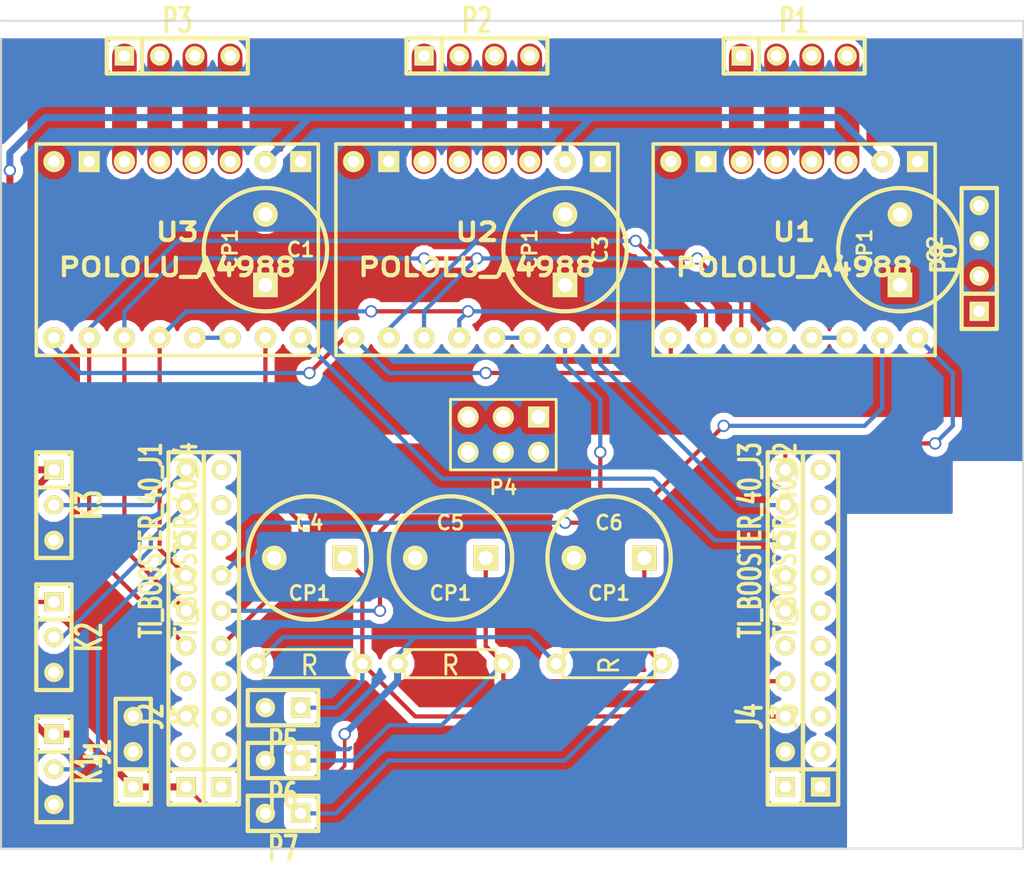
<source format=kicad_pcb>
(kicad_pcb (version 3) (host pcbnew "(2012-nov-02)-testing")

  (general
    (links 89)
    (no_connects 0)
    (area 12.446 11.42619 86.435001 73.66127)
    (thickness 1.6)
    (drawings 4)
    (tracks 176)
    (zones 0)
    (modules 28)
    (nets 35)
  )

  (page A3)
  (layers
    (15 F.Cu signal)
    (0 B.Cu signal)
    (16 B.Adhes user)
    (17 F.Adhes user)
    (18 B.Paste user)
    (19 F.Paste user)
    (20 B.SilkS user)
    (21 F.SilkS user)
    (22 B.Mask user)
    (23 F.Mask user)
    (24 Dwgs.User user)
    (25 Cmts.User user)
    (26 Eco1.User user)
    (27 Eco2.User user)
    (28 Edge.Cuts user)
  )

  (setup
    (last_trace_width 0.254)
    (user_trace_width 0.1524)
    (user_trace_width 0.2032)
    (user_trace_width 0.254)
    (user_trace_width 0.3048)
    (user_trace_width 0.381)
    (user_trace_width 0.508)
    (user_trace_width 0.762)
    (user_trace_width 1.016)
    (user_trace_width 1.27)
    (user_trace_width 1.778)
    (user_trace_width 2.54)
    (trace_clearance 0.254)
    (zone_clearance 0.508)
    (zone_45_only no)
    (trace_min 0.1524)
    (segment_width 0.2)
    (edge_width 0.15)
    (via_size 0.889)
    (via_drill 0.635)
    (via_min_size 0.889)
    (via_min_drill 0.381)
    (uvia_size 0.508)
    (uvia_drill 0.127)
    (uvias_allowed no)
    (uvia_min_size 0.508)
    (uvia_min_drill 0.127)
    (pcb_text_width 0.3)
    (pcb_text_size 1 1)
    (mod_edge_width 0.15)
    (mod_text_size 1 1)
    (mod_text_width 0.15)
    (pad_size 1 1)
    (pad_drill 0.6)
    (pad_to_mask_clearance 0)
    (aux_axis_origin 0 0)
    (visible_elements FFFFFFBF)
    (pcbplotparams
      (layerselection 268435456)
      (usegerberextensions true)
      (excludeedgelayer true)
      (linewidth 152400)
      (plotframeref false)
      (viasonmask false)
      (mode 1)
      (useauxorigin false)
      (hpglpennumber 1)
      (hpglpenspeed 20)
      (hpglpendiameter 15)
      (hpglpenoverlay 2)
      (psnegative false)
      (psa4output false)
      (plotreference true)
      (plotvalue true)
      (plotothertext true)
      (plotinvisibletext false)
      (padsonsilk false)
      (subtractmaskfromsilk false)
      (outputformat 1)
      (mirror false)
      (drillshape 0)
      (scaleselection 1)
      (outputdirectory gerb1/))
  )

  (net 0 "")
  (net 1 +24V)
  (net 2 /DIR1)
  (net 3 /DIR2)
  (net 4 /DIR3)
  (net 5 /E1TEMP)
  (net 6 /E2TEMP)
  (net 7 /ENDSTOP1)
  (net 8 /ENDSTOP2)
  (net 9 /ENDSTOP3)
  (net 10 /MS1)
  (net 11 /MS2)
  (net 12 /MS3)
  (net 13 /STEP1)
  (net 14 /STEP2)
  (net 15 /STEP3)
  (net 16 /XYZEN)
  (net 17 GND)
  (net 18 N-000001)
  (net 19 N-0000010)
  (net 20 N-0000011)
  (net 21 N-0000012)
  (net 22 N-0000013)
  (net 23 N-000002)
  (net 24 N-000003)
  (net 25 N-0000030)
  (net 26 N-0000033)
  (net 27 N-0000036)
  (net 28 N-0000037)
  (net 29 N-0000038)
  (net 30 N-000004)
  (net 31 N-000005)
  (net 32 N-000008)
  (net 33 N-000009)
  (net 34 VCC)

  (net_class Default "This is the default net class."
    (clearance 0.254)
    (trace_width 0.254)
    (via_dia 0.889)
    (via_drill 0.635)
    (uvia_dia 0.508)
    (uvia_drill 0.127)
    (add_net "")
    (add_net +24V)
    (add_net /DIR1)
    (add_net /DIR2)
    (add_net /DIR3)
    (add_net /E1TEMP)
    (add_net /E2TEMP)
    (add_net /ENDSTOP1)
    (add_net /ENDSTOP2)
    (add_net /ENDSTOP3)
    (add_net /MS1)
    (add_net /MS2)
    (add_net /MS3)
    (add_net /STEP1)
    (add_net /STEP2)
    (add_net /STEP3)
    (add_net /XYZEN)
    (add_net GND)
    (add_net N-000001)
    (add_net N-0000010)
    (add_net N-0000011)
    (add_net N-0000012)
    (add_net N-0000013)
    (add_net N-000002)
    (add_net N-000003)
    (add_net N-0000030)
    (add_net N-0000033)
    (add_net N-0000036)
    (add_net N-0000037)
    (add_net N-0000038)
    (add_net N-000004)
    (add_net N-000005)
    (add_net N-000008)
    (add_net N-000009)
    (add_net VCC)
  )

  (net_class POWER ""
    (clearance 0.254)
    (trace_width 1.27)
    (via_dia 0.889)
    (via_drill 0.635)
    (uvia_dia 0.508)
    (uvia_drill 0.127)
  )

  (module SWDIP8_.6W (layer F.Cu) (tedit 4E885F3C) (tstamp 50D692D1)
    (at 25.4 29.21 180)
    (path /50D58039)
    (fp_text reference U3 (at 0 1.27 180) (layer F.SilkS)
      (effects (font (size 1.27 1.524) (thickness 0.3048)))
    )
    (fp_text value POLOLU_A4988 (at 0 -1.27 180) (layer F.SilkS)
      (effects (font (size 1.27 1.524) (thickness 0.3048)))
    )
    (fp_line (start -10.16 -7.62) (end 10.16 -7.62) (layer F.SilkS) (width 0.254))
    (fp_line (start 10.16 -7.62) (end 10.16 7.62) (layer F.SilkS) (width 0.254))
    (fp_line (start 10.16 7.62) (end -10.16 7.62) (layer F.SilkS) (width 0.254))
    (fp_line (start -10.16 7.62) (end -10.16 -7.62) (layer F.SilkS) (width 0.254))
    (pad 1 thru_hole rect (at -8.89 6.35 180) (size 1.524 1.524) (drill 0.8128)
      (layers *.Cu *.Mask F.SilkS)
      (net 17 GND)
    )
    (pad 2 thru_hole circle (at -6.35 6.35 180) (size 1.524 1.524) (drill 0.8128)
      (layers *.Cu *.Mask F.SilkS)
      (net 34 VCC)
    )
    (pad 3 thru_hole circle (at -3.81 6.35 180) (size 1.524 1.524) (drill 0.8128)
      (layers *.Cu *.Mask F.SilkS)
      (net 18 N-000001)
    )
    (pad 4 thru_hole circle (at -1.27 6.35 180) (size 1.524 1.524) (drill 0.8128)
      (layers *.Cu *.Mask F.SilkS)
      (net 31 N-000005)
    )
    (pad 5 thru_hole circle (at 1.27 6.35 180) (size 1.524 1.524) (drill 0.8128)
      (layers *.Cu *.Mask F.SilkS)
      (net 30 N-000004)
    )
    (pad 6 thru_hole circle (at 3.81 6.35 180) (size 1.524 1.524) (drill 0.8128)
      (layers *.Cu *.Mask F.SilkS)
      (net 24 N-000003)
    )
    (pad 7 thru_hole rect (at 6.35 6.35 180) (size 1.524 1.524) (drill 0.8128)
      (layers *.Cu *.Mask F.SilkS)
      (net 17 GND)
    )
    (pad 8 thru_hole circle (at 8.89 6.35 180) (size 1.524 1.524) (drill 0.8128)
      (layers *.Cu *.Mask F.SilkS)
      (net 1 +24V)
    )
    (pad 9 thru_hole circle (at 8.89 -6.35 180) (size 1.524 1.524) (drill 0.8128)
      (layers *.Cu *.Mask F.SilkS)
      (net 16 /XYZEN)
    )
    (pad 10 thru_hole circle (at 6.35 -6.35 180) (size 1.524 1.524) (drill 0.8128)
      (layers *.Cu *.Mask F.SilkS)
      (net 12 /MS3)
    )
    (pad 11 thru_hole circle (at 3.81 -6.35 180) (size 1.524 1.524) (drill 0.8128)
      (layers *.Cu *.Mask F.SilkS)
      (net 11 /MS2)
    )
    (pad 12 thru_hole circle (at 1.27 -6.35 180) (size 1.524 1.524) (drill 0.8128)
      (layers *.Cu *.Mask F.SilkS)
      (net 10 /MS1)
    )
    (pad 13 thru_hole circle (at -1.27 -6.35 180) (size 1.524 1.524) (drill 0.8128)
      (layers *.Cu *.Mask F.SilkS)
      (net 32 N-000008)
    )
    (pad 14 thru_hole circle (at -3.81 -6.35 180) (size 1.524 1.524) (drill 0.8128)
      (layers *.Cu *.Mask F.SilkS)
      (net 32 N-000008)
    )
    (pad 15 thru_hole circle (at -6.35 -6.35 180) (size 1.524 1.524) (drill 0.8128)
      (layers *.Cu *.Mask F.SilkS)
      (net 13 /STEP1)
    )
    (pad 16 thru_hole circle (at -8.89 -6.35 180) (size 1.524 1.524) (drill 0.8128)
      (layers *.Cu *.Mask F.SilkS)
      (net 2 /DIR1)
    )
  )

  (module SWDIP8_.6W (layer F.Cu) (tedit 4E885F3C) (tstamp 50D692E9)
    (at 46.99 29.21 180)
    (path /50D61E5A)
    (fp_text reference U2 (at 0 1.27 180) (layer F.SilkS)
      (effects (font (size 1.27 1.524) (thickness 0.3048)))
    )
    (fp_text value POLOLU_A4988 (at 0 -1.27 180) (layer F.SilkS)
      (effects (font (size 1.27 1.524) (thickness 0.3048)))
    )
    (fp_line (start -10.16 -7.62) (end 10.16 -7.62) (layer F.SilkS) (width 0.254))
    (fp_line (start 10.16 -7.62) (end 10.16 7.62) (layer F.SilkS) (width 0.254))
    (fp_line (start 10.16 7.62) (end -10.16 7.62) (layer F.SilkS) (width 0.254))
    (fp_line (start -10.16 7.62) (end -10.16 -7.62) (layer F.SilkS) (width 0.254))
    (pad 1 thru_hole rect (at -8.89 6.35 180) (size 1.524 1.524) (drill 0.8128)
      (layers *.Cu *.Mask F.SilkS)
      (net 17 GND)
    )
    (pad 2 thru_hole circle (at -6.35 6.35 180) (size 1.524 1.524) (drill 0.8128)
      (layers *.Cu *.Mask F.SilkS)
      (net 34 VCC)
    )
    (pad 3 thru_hole circle (at -3.81 6.35 180) (size 1.524 1.524) (drill 0.8128)
      (layers *.Cu *.Mask F.SilkS)
      (net 22 N-0000013)
    )
    (pad 4 thru_hole circle (at -1.27 6.35 180) (size 1.524 1.524) (drill 0.8128)
      (layers *.Cu *.Mask F.SilkS)
      (net 33 N-000009)
    )
    (pad 5 thru_hole circle (at 1.27 6.35 180) (size 1.524 1.524) (drill 0.8128)
      (layers *.Cu *.Mask F.SilkS)
      (net 21 N-0000012)
    )
    (pad 6 thru_hole circle (at 3.81 6.35 180) (size 1.524 1.524) (drill 0.8128)
      (layers *.Cu *.Mask F.SilkS)
      (net 20 N-0000011)
    )
    (pad 7 thru_hole rect (at 6.35 6.35 180) (size 1.524 1.524) (drill 0.8128)
      (layers *.Cu *.Mask F.SilkS)
      (net 17 GND)
    )
    (pad 8 thru_hole circle (at 8.89 6.35 180) (size 1.524 1.524) (drill 0.8128)
      (layers *.Cu *.Mask F.SilkS)
      (net 1 +24V)
    )
    (pad 9 thru_hole circle (at 8.89 -6.35 180) (size 1.524 1.524) (drill 0.8128)
      (layers *.Cu *.Mask F.SilkS)
      (net 16 /XYZEN)
    )
    (pad 10 thru_hole circle (at 6.35 -6.35 180) (size 1.524 1.524) (drill 0.8128)
      (layers *.Cu *.Mask F.SilkS)
      (net 12 /MS3)
    )
    (pad 11 thru_hole circle (at 3.81 -6.35 180) (size 1.524 1.524) (drill 0.8128)
      (layers *.Cu *.Mask F.SilkS)
      (net 11 /MS2)
    )
    (pad 12 thru_hole circle (at 1.27 -6.35 180) (size 1.524 1.524) (drill 0.8128)
      (layers *.Cu *.Mask F.SilkS)
      (net 10 /MS1)
    )
    (pad 13 thru_hole circle (at -1.27 -6.35 180) (size 1.524 1.524) (drill 0.8128)
      (layers *.Cu *.Mask F.SilkS)
      (net 23 N-000002)
    )
    (pad 14 thru_hole circle (at -3.81 -6.35 180) (size 1.524 1.524) (drill 0.8128)
      (layers *.Cu *.Mask F.SilkS)
      (net 23 N-000002)
    )
    (pad 15 thru_hole circle (at -6.35 -6.35 180) (size 1.524 1.524) (drill 0.8128)
      (layers *.Cu *.Mask F.SilkS)
      (net 14 /STEP2)
    )
    (pad 16 thru_hole circle (at -8.89 -6.35 180) (size 1.524 1.524) (drill 0.8128)
      (layers *.Cu *.Mask F.SilkS)
      (net 3 /DIR2)
    )
  )

  (module SWDIP8_.6W (layer F.Cu) (tedit 4E885F3C) (tstamp 50D69301)
    (at 69.85 29.21 180)
    (path /50D61E9D)
    (fp_text reference U1 (at 0 1.27 180) (layer F.SilkS)
      (effects (font (size 1.27 1.524) (thickness 0.3048)))
    )
    (fp_text value POLOLU_A4988 (at 0 -1.27 180) (layer F.SilkS)
      (effects (font (size 1.27 1.524) (thickness 0.3048)))
    )
    (fp_line (start -10.16 -7.62) (end 10.16 -7.62) (layer F.SilkS) (width 0.254))
    (fp_line (start 10.16 -7.62) (end 10.16 7.62) (layer F.SilkS) (width 0.254))
    (fp_line (start 10.16 7.62) (end -10.16 7.62) (layer F.SilkS) (width 0.254))
    (fp_line (start -10.16 7.62) (end -10.16 -7.62) (layer F.SilkS) (width 0.254))
    (pad 1 thru_hole rect (at -8.89 6.35 180) (size 1.524 1.524) (drill 0.8128)
      (layers *.Cu *.Mask F.SilkS)
      (net 17 GND)
    )
    (pad 2 thru_hole circle (at -6.35 6.35 180) (size 1.524 1.524) (drill 0.8128)
      (layers *.Cu *.Mask F.SilkS)
      (net 34 VCC)
    )
    (pad 3 thru_hole circle (at -3.81 6.35 180) (size 1.524 1.524) (drill 0.8128)
      (layers *.Cu *.Mask F.SilkS)
      (net 29 N-0000038)
    )
    (pad 4 thru_hole circle (at -1.27 6.35 180) (size 1.524 1.524) (drill 0.8128)
      (layers *.Cu *.Mask F.SilkS)
      (net 28 N-0000037)
    )
    (pad 5 thru_hole circle (at 1.27 6.35 180) (size 1.524 1.524) (drill 0.8128)
      (layers *.Cu *.Mask F.SilkS)
      (net 26 N-0000033)
    )
    (pad 6 thru_hole circle (at 3.81 6.35 180) (size 1.524 1.524) (drill 0.8128)
      (layers *.Cu *.Mask F.SilkS)
      (net 27 N-0000036)
    )
    (pad 7 thru_hole rect (at 6.35 6.35 180) (size 1.524 1.524) (drill 0.8128)
      (layers *.Cu *.Mask F.SilkS)
      (net 17 GND)
    )
    (pad 8 thru_hole circle (at 8.89 6.35 180) (size 1.524 1.524) (drill 0.8128)
      (layers *.Cu *.Mask F.SilkS)
      (net 1 +24V)
    )
    (pad 9 thru_hole circle (at 8.89 -6.35 180) (size 1.524 1.524) (drill 0.8128)
      (layers *.Cu *.Mask F.SilkS)
      (net 16 /XYZEN)
    )
    (pad 10 thru_hole circle (at 6.35 -6.35 180) (size 1.524 1.524) (drill 0.8128)
      (layers *.Cu *.Mask F.SilkS)
      (net 12 /MS3)
    )
    (pad 11 thru_hole circle (at 3.81 -6.35 180) (size 1.524 1.524) (drill 0.8128)
      (layers *.Cu *.Mask F.SilkS)
      (net 11 /MS2)
    )
    (pad 12 thru_hole circle (at 1.27 -6.35 180) (size 1.524 1.524) (drill 0.8128)
      (layers *.Cu *.Mask F.SilkS)
      (net 10 /MS1)
    )
    (pad 13 thru_hole circle (at -1.27 -6.35 180) (size 1.524 1.524) (drill 0.8128)
      (layers *.Cu *.Mask F.SilkS)
      (net 19 N-0000010)
    )
    (pad 14 thru_hole circle (at -3.81 -6.35 180) (size 1.524 1.524) (drill 0.8128)
      (layers *.Cu *.Mask F.SilkS)
      (net 19 N-0000010)
    )
    (pad 15 thru_hole circle (at -6.35 -6.35 180) (size 1.524 1.524) (drill 0.8128)
      (layers *.Cu *.Mask F.SilkS)
      (net 15 /STEP3)
    )
    (pad 16 thru_hole circle (at -8.89 -6.35 180) (size 1.524 1.524) (drill 0.8128)
      (layers *.Cu *.Mask F.SilkS)
      (net 4 /DIR3)
    )
  )

  (module SIL-4 (layer F.Cu) (tedit 200000) (tstamp 50D69310)
    (at 25.4 15.24)
    (descr "Connecteur 4 pibs")
    (tags "CONN DEV")
    (path /50D61D93)
    (fp_text reference P3 (at 0 -2.54) (layer F.SilkS)
      (effects (font (size 1.73482 1.08712) (thickness 0.3048)))
    )
    (fp_text value CONN_4 (at 0 -2.54) (layer F.SilkS) hide
      (effects (font (size 1.524 1.016) (thickness 0.3048)))
    )
    (fp_line (start -5.08 -1.27) (end -5.08 -1.27) (layer F.SilkS) (width 0.3048))
    (fp_line (start -5.08 1.27) (end -5.08 -1.27) (layer F.SilkS) (width 0.3048))
    (fp_line (start -5.08 -1.27) (end -5.08 -1.27) (layer F.SilkS) (width 0.3048))
    (fp_line (start -5.08 -1.27) (end 5.08 -1.27) (layer F.SilkS) (width 0.3048))
    (fp_line (start 5.08 -1.27) (end 5.08 1.27) (layer F.SilkS) (width 0.3048))
    (fp_line (start 5.08 1.27) (end -5.08 1.27) (layer F.SilkS) (width 0.3048))
    (fp_line (start -2.54 1.27) (end -2.54 -1.27) (layer F.SilkS) (width 0.3048))
    (pad 1 thru_hole rect (at -3.81 0) (size 1.397 1.397) (drill 0.8128)
      (layers *.Cu *.Mask F.SilkS)
      (net 24 N-000003)
    )
    (pad 2 thru_hole circle (at -1.27 0) (size 1.397 1.397) (drill 0.8128)
      (layers *.Cu *.Mask F.SilkS)
      (net 30 N-000004)
    )
    (pad 3 thru_hole circle (at 1.27 0) (size 1.397 1.397) (drill 0.8128)
      (layers *.Cu *.Mask F.SilkS)
      (net 31 N-000005)
    )
    (pad 4 thru_hole circle (at 3.81 0) (size 1.397 1.397) (drill 0.8128)
      (layers *.Cu *.Mask F.SilkS)
      (net 18 N-000001)
    )
  )

  (module SIL-4 (layer F.Cu) (tedit 200000) (tstamp 50D6931F)
    (at 69.85 15.24)
    (descr "Connecteur 4 pibs")
    (tags "CONN DEV")
    (path /50D61ECC)
    (fp_text reference P1 (at 0 -2.54) (layer F.SilkS)
      (effects (font (size 1.73482 1.08712) (thickness 0.3048)))
    )
    (fp_text value CONN_4 (at 0 -2.54) (layer F.SilkS) hide
      (effects (font (size 1.524 1.016) (thickness 0.3048)))
    )
    (fp_line (start -5.08 -1.27) (end -5.08 -1.27) (layer F.SilkS) (width 0.3048))
    (fp_line (start -5.08 1.27) (end -5.08 -1.27) (layer F.SilkS) (width 0.3048))
    (fp_line (start -5.08 -1.27) (end -5.08 -1.27) (layer F.SilkS) (width 0.3048))
    (fp_line (start -5.08 -1.27) (end 5.08 -1.27) (layer F.SilkS) (width 0.3048))
    (fp_line (start 5.08 -1.27) (end 5.08 1.27) (layer F.SilkS) (width 0.3048))
    (fp_line (start 5.08 1.27) (end -5.08 1.27) (layer F.SilkS) (width 0.3048))
    (fp_line (start -2.54 1.27) (end -2.54 -1.27) (layer F.SilkS) (width 0.3048))
    (pad 1 thru_hole rect (at -3.81 0) (size 1.397 1.397) (drill 0.8128)
      (layers *.Cu *.Mask F.SilkS)
      (net 27 N-0000036)
    )
    (pad 2 thru_hole circle (at -1.27 0) (size 1.397 1.397) (drill 0.8128)
      (layers *.Cu *.Mask F.SilkS)
      (net 26 N-0000033)
    )
    (pad 3 thru_hole circle (at 1.27 0) (size 1.397 1.397) (drill 0.8128)
      (layers *.Cu *.Mask F.SilkS)
      (net 28 N-0000037)
    )
    (pad 4 thru_hole circle (at 3.81 0) (size 1.397 1.397) (drill 0.8128)
      (layers *.Cu *.Mask F.SilkS)
      (net 29 N-0000038)
    )
  )

  (module SIL-4 (layer F.Cu) (tedit 200000) (tstamp 50D6932E)
    (at 46.99 15.24)
    (descr "Connecteur 4 pibs")
    (tags "CONN DEV")
    (path /50D61E89)
    (fp_text reference P2 (at 0 -2.54) (layer F.SilkS)
      (effects (font (size 1.73482 1.08712) (thickness 0.3048)))
    )
    (fp_text value CONN_4 (at 0 -2.54) (layer F.SilkS) hide
      (effects (font (size 1.524 1.016) (thickness 0.3048)))
    )
    (fp_line (start -5.08 -1.27) (end -5.08 -1.27) (layer F.SilkS) (width 0.3048))
    (fp_line (start -5.08 1.27) (end -5.08 -1.27) (layer F.SilkS) (width 0.3048))
    (fp_line (start -5.08 -1.27) (end -5.08 -1.27) (layer F.SilkS) (width 0.3048))
    (fp_line (start -5.08 -1.27) (end 5.08 -1.27) (layer F.SilkS) (width 0.3048))
    (fp_line (start 5.08 -1.27) (end 5.08 1.27) (layer F.SilkS) (width 0.3048))
    (fp_line (start 5.08 1.27) (end -5.08 1.27) (layer F.SilkS) (width 0.3048))
    (fp_line (start -2.54 1.27) (end -2.54 -1.27) (layer F.SilkS) (width 0.3048))
    (pad 1 thru_hole rect (at -3.81 0) (size 1.397 1.397) (drill 0.8128)
      (layers *.Cu *.Mask F.SilkS)
      (net 20 N-0000011)
    )
    (pad 2 thru_hole circle (at -1.27 0) (size 1.397 1.397) (drill 0.8128)
      (layers *.Cu *.Mask F.SilkS)
      (net 21 N-0000012)
    )
    (pad 3 thru_hole circle (at 1.27 0) (size 1.397 1.397) (drill 0.8128)
      (layers *.Cu *.Mask F.SilkS)
      (net 33 N-000009)
    )
    (pad 4 thru_hole circle (at 3.81 0) (size 1.397 1.397) (drill 0.8128)
      (layers *.Cu *.Mask F.SilkS)
      (net 22 N-0000013)
    )
  )

  (module C2V8 (layer F.Cu) (tedit 46544AA3) (tstamp 50D693BF)
    (at 77.47 29.21 90)
    (descr "Condensateur polarise")
    (tags CP)
    (path /50D61E93)
    (fp_text reference C2 (at 0 2.54 90) (layer F.SilkS)
      (effects (font (size 1.016 1.016) (thickness 0.2032)))
    )
    (fp_text value CP1 (at 0 -2.54 90) (layer F.SilkS)
      (effects (font (size 1.016 1.016) (thickness 0.2032)))
    )
    (fp_circle (center 0 0) (end -4.445 0) (layer F.SilkS) (width 0.3048))
    (pad 1 thru_hole rect (at -2.54 0 90) (size 1.778 1.778) (drill 1.016)
      (layers *.Cu *.Mask F.SilkS)
      (net 1 +24V)
    )
    (pad 2 thru_hole circle (at 2.54 0 90) (size 1.778 1.778) (drill 1.016)
      (layers *.Cu *.Mask F.SilkS)
      (net 17 GND)
    )
    (model discret/c_vert_c2v10.wrl
      (at (xyz 0 0 0))
      (scale (xyz 1 1 1))
      (rotate (xyz 0 0 0))
    )
  )

  (module C2V8 (layer F.Cu) (tedit 46544AA3) (tstamp 50D693C6)
    (at 53.34 29.21 90)
    (descr "Condensateur polarise")
    (tags CP)
    (path /50D61E13)
    (fp_text reference C3 (at 0 2.54 90) (layer F.SilkS)
      (effects (font (size 1.016 1.016) (thickness 0.2032)))
    )
    (fp_text value CP1 (at 0 -2.54 90) (layer F.SilkS)
      (effects (font (size 1.016 1.016) (thickness 0.2032)))
    )
    (fp_circle (center 0 0) (end -4.445 0) (layer F.SilkS) (width 0.3048))
    (pad 1 thru_hole rect (at -2.54 0 90) (size 1.778 1.778) (drill 1.016)
      (layers *.Cu *.Mask F.SilkS)
      (net 1 +24V)
    )
    (pad 2 thru_hole circle (at 2.54 0 90) (size 1.778 1.778) (drill 1.016)
      (layers *.Cu *.Mask F.SilkS)
      (net 17 GND)
    )
    (model discret/c_vert_c2v10.wrl
      (at (xyz 0 0 0))
      (scale (xyz 1 1 1))
      (rotate (xyz 0 0 0))
    )
  )

  (module C2V8 (layer F.Cu) (tedit 50D6ACEC) (tstamp 50D693CD)
    (at 31.75 29.21 90)
    (descr "Condensateur polarise")
    (tags CP)
    (path /50D61ED6)
    (fp_text reference C1 (at 0 2.54 180) (layer F.SilkS)
      (effects (font (size 1.016 1.016) (thickness 0.2032)))
    )
    (fp_text value CP1 (at 0 -2.54 90) (layer F.SilkS)
      (effects (font (size 1.016 1.016) (thickness 0.2032)))
    )
    (fp_circle (center 0 0) (end -4.445 0) (layer F.SilkS) (width 0.3048))
    (pad 1 thru_hole rect (at -2.54 0 90) (size 1.778 1.778) (drill 1.016)
      (layers *.Cu *.Mask F.SilkS)
      (net 1 +24V)
    )
    (pad 2 thru_hole circle (at 2.54 0 90) (size 1.778 1.778) (drill 1.016)
      (layers *.Cu *.Mask F.SilkS)
      (net 17 GND)
    )
    (model discret/c_vert_c2v10.wrl
      (at (xyz 0 0 0))
      (scale (xyz 1 1 1))
      (rotate (xyz 0 0 0))
    )
  )

  (module SIL-3 (layer F.Cu) (tedit 200000) (tstamp 50D6933A)
    (at 16.51 66.675 270)
    (descr "Connecteur 3 pins")
    (tags "CONN DEV")
    (path /50D63DA8)
    (fp_text reference K1 (at 0 -2.54 270) (layer F.SilkS)
      (effects (font (size 1.7907 1.07696) (thickness 0.3048)))
    )
    (fp_text value CONN_3 (at 0 -2.54 270) (layer F.SilkS) hide
      (effects (font (size 1.524 1.016) (thickness 0.3048)))
    )
    (fp_line (start -3.81 1.27) (end -3.81 -1.27) (layer F.SilkS) (width 0.3048))
    (fp_line (start -3.81 -1.27) (end 3.81 -1.27) (layer F.SilkS) (width 0.3048))
    (fp_line (start 3.81 -1.27) (end 3.81 1.27) (layer F.SilkS) (width 0.3048))
    (fp_line (start 3.81 1.27) (end -3.81 1.27) (layer F.SilkS) (width 0.3048))
    (fp_line (start -1.27 -1.27) (end -1.27 1.27) (layer F.SilkS) (width 0.3048))
    (pad 1 thru_hole rect (at -2.54 0 270) (size 1.397 1.397) (drill 0.8128)
      (layers *.Cu *.Mask F.SilkS)
      (net 34 VCC)
    )
    (pad 2 thru_hole circle (at 0 0 270) (size 1.397 1.397) (drill 0.8128)
      (layers *.Cu *.Mask F.SilkS)
      (net 7 /ENDSTOP1)
    )
    (pad 3 thru_hole circle (at 2.54 0 270) (size 1.397 1.397) (drill 0.8128)
      (layers *.Cu *.Mask F.SilkS)
      (net 17 GND)
    )
  )

  (module SIL-3 (layer F.Cu) (tedit 200000) (tstamp 50D69346)
    (at 16.51 57.15 270)
    (descr "Connecteur 3 pins")
    (tags "CONN DEV")
    (path /50D63D91)
    (fp_text reference K2 (at 0 -2.54 270) (layer F.SilkS)
      (effects (font (size 1.7907 1.07696) (thickness 0.3048)))
    )
    (fp_text value CONN_3 (at 0 -2.54 270) (layer F.SilkS) hide
      (effects (font (size 1.524 1.016) (thickness 0.3048)))
    )
    (fp_line (start -3.81 1.27) (end -3.81 -1.27) (layer F.SilkS) (width 0.3048))
    (fp_line (start -3.81 -1.27) (end 3.81 -1.27) (layer F.SilkS) (width 0.3048))
    (fp_line (start 3.81 -1.27) (end 3.81 1.27) (layer F.SilkS) (width 0.3048))
    (fp_line (start 3.81 1.27) (end -3.81 1.27) (layer F.SilkS) (width 0.3048))
    (fp_line (start -1.27 -1.27) (end -1.27 1.27) (layer F.SilkS) (width 0.3048))
    (pad 1 thru_hole rect (at -2.54 0 270) (size 1.397 1.397) (drill 0.8128)
      (layers *.Cu *.Mask F.SilkS)
      (net 34 VCC)
    )
    (pad 2 thru_hole circle (at 0 0 270) (size 1.397 1.397) (drill 0.8128)
      (layers *.Cu *.Mask F.SilkS)
      (net 8 /ENDSTOP2)
    )
    (pad 3 thru_hole circle (at 2.54 0 270) (size 1.397 1.397) (drill 0.8128)
      (layers *.Cu *.Mask F.SilkS)
      (net 17 GND)
    )
  )

  (module SIL-3 (layer F.Cu) (tedit 200000) (tstamp 50D7C701)
    (at 16.51 47.625 270)
    (descr "Connecteur 3 pins")
    (tags "CONN DEV")
    (path /50D63C13)
    (fp_text reference K3 (at 0 -2.54 270) (layer F.SilkS)
      (effects (font (size 1.7907 1.07696) (thickness 0.3048)))
    )
    (fp_text value CONN_3 (at 0 -2.54 270) (layer F.SilkS) hide
      (effects (font (size 1.524 1.016) (thickness 0.3048)))
    )
    (fp_line (start -3.81 1.27) (end -3.81 -1.27) (layer F.SilkS) (width 0.3048))
    (fp_line (start -3.81 -1.27) (end 3.81 -1.27) (layer F.SilkS) (width 0.3048))
    (fp_line (start 3.81 -1.27) (end 3.81 1.27) (layer F.SilkS) (width 0.3048))
    (fp_line (start 3.81 1.27) (end -3.81 1.27) (layer F.SilkS) (width 0.3048))
    (fp_line (start -1.27 -1.27) (end -1.27 1.27) (layer F.SilkS) (width 0.3048))
    (pad 1 thru_hole rect (at -2.54 0 270) (size 1.397 1.397) (drill 0.8128)
      (layers *.Cu *.Mask F.SilkS)
      (net 34 VCC)
    )
    (pad 2 thru_hole circle (at 0 0 270) (size 1.397 1.397) (drill 0.8128)
      (layers *.Cu *.Mask F.SilkS)
      (net 9 /ENDSTOP3)
    )
    (pad 3 thru_hole circle (at 2.54 0 270) (size 1.397 1.397) (drill 0.8128)
      (layers *.Cu *.Mask F.SilkS)
      (net 17 GND)
    )
  )

  (module SIL-10 (layer F.Cu) (tedit 200000) (tstamp 50D69384)
    (at 69.215 56.515 90)
    (descr "Connecteur 10 pins")
    (tags "CONN DEV")
    (path /5080DC03)
    (fp_text reference J4 (at -6.35 -2.54 90) (layer F.SilkS)
      (effects (font (size 1.72974 1.08712) (thickness 0.3048)))
    )
    (fp_text value TI_BOOSTER_40_J3 (at 6.35 -2.54 90) (layer F.SilkS)
      (effects (font (size 1.524 1.016) (thickness 0.3048)))
    )
    (fp_line (start -12.7 1.27) (end -12.7 -1.27) (layer F.SilkS) (width 0.3048))
    (fp_line (start -12.7 -1.27) (end 12.7 -1.27) (layer F.SilkS) (width 0.3048))
    (fp_line (start 12.7 -1.27) (end 12.7 1.27) (layer F.SilkS) (width 0.3048))
    (fp_line (start 12.7 1.27) (end -12.7 1.27) (layer F.SilkS) (width 0.3048))
    (fp_line (start -10.16 1.27) (end -10.16 -1.27) (layer F.SilkS) (width 0.3048))
    (pad 1 thru_hole rect (at -11.43 0 90) (size 1.397 1.397) (drill 0.8128)
      (layers *.Cu *.Mask F.SilkS)
    )
    (pad 2 thru_hole circle (at -8.89 0 90) (size 1.397 1.397) (drill 0.8128)
      (layers *.Cu *.Mask F.SilkS)
      (net 17 GND)
    )
    (pad 3 thru_hole circle (at -6.35 0 90) (size 1.397 1.397) (drill 0.8128)
      (layers *.Cu *.Mask F.SilkS)
      (net 5 /E1TEMP)
    )
    (pad 4 thru_hole circle (at -3.81 0 90) (size 1.397 1.397) (drill 0.8128)
      (layers *.Cu *.Mask F.SilkS)
      (net 6 /E2TEMP)
    )
    (pad 5 thru_hole circle (at -1.27 0 90) (size 1.397 1.397) (drill 0.8128)
      (layers *.Cu *.Mask F.SilkS)
    )
    (pad 6 thru_hole circle (at 1.27 0 90) (size 1.397 1.397) (drill 0.8128)
      (layers *.Cu *.Mask F.SilkS)
    )
    (pad 7 thru_hole circle (at 3.81 0 90) (size 1.397 1.397) (drill 0.8128)
      (layers *.Cu *.Mask F.SilkS)
    )
    (pad 8 thru_hole circle (at 6.35 0 90) (size 1.397 1.397) (drill 0.8128)
      (layers *.Cu *.Mask F.SilkS)
      (net 2 /DIR1)
    )
    (pad 9 thru_hole circle (at 8.89 0 90) (size 1.397 1.397) (drill 0.8128)
      (layers *.Cu *.Mask F.SilkS)
      (net 3 /DIR2)
    )
    (pad 10 thru_hole circle (at 11.43 0 90) (size 1.397 1.397) (drill 0.8128)
      (layers *.Cu *.Mask F.SilkS)
      (net 4 /DIR3)
    )
  )

  (module SIL-10 (layer F.Cu) (tedit 200000) (tstamp 50D78F18)
    (at 71.755 56.515 90)
    (descr "Connecteur 10 pins")
    (tags "CONN DEV")
    (path /5080DBF4)
    (fp_text reference J3 (at -6.35 -2.54 90) (layer F.SilkS)
      (effects (font (size 1.72974 1.08712) (thickness 0.3048)))
    )
    (fp_text value TI_BOOSTER_40_J2 (at 6.35 -2.54 90) (layer F.SilkS)
      (effects (font (size 1.524 1.016) (thickness 0.3048)))
    )
    (fp_line (start -12.7 1.27) (end -12.7 -1.27) (layer F.SilkS) (width 0.3048))
    (fp_line (start -12.7 -1.27) (end 12.7 -1.27) (layer F.SilkS) (width 0.3048))
    (fp_line (start 12.7 -1.27) (end 12.7 1.27) (layer F.SilkS) (width 0.3048))
    (fp_line (start 12.7 1.27) (end -12.7 1.27) (layer F.SilkS) (width 0.3048))
    (fp_line (start -10.16 1.27) (end -10.16 -1.27) (layer F.SilkS) (width 0.3048))
    (pad 1 thru_hole rect (at -11.43 0 90) (size 1.397 1.397) (drill 0.8128)
      (layers *.Cu *.Mask F.SilkS)
      (net 17 GND)
    )
    (pad 2 thru_hole circle (at -8.89 0 90) (size 1.397 1.397) (drill 0.8128)
      (layers *.Cu *.Mask F.SilkS)
    )
    (pad 3 thru_hole circle (at -6.35 0 90) (size 1.397 1.397) (drill 0.8128)
      (layers *.Cu *.Mask F.SilkS)
    )
    (pad 4 thru_hole circle (at -3.81 0 90) (size 1.397 1.397) (drill 0.8128)
      (layers *.Cu *.Mask F.SilkS)
    )
    (pad 5 thru_hole circle (at -1.27 0 90) (size 1.397 1.397) (drill 0.8128)
      (layers *.Cu *.Mask F.SilkS)
    )
    (pad 6 thru_hole circle (at 1.27 0 90) (size 1.397 1.397) (drill 0.8128)
      (layers *.Cu *.Mask F.SilkS)
    )
    (pad 7 thru_hole circle (at 3.81 0 90) (size 1.397 1.397) (drill 0.8128)
      (layers *.Cu *.Mask F.SilkS)
    )
    (pad 8 thru_hole circle (at 6.35 0 90) (size 1.397 1.397) (drill 0.8128)
      (layers *.Cu *.Mask F.SilkS)
    )
    (pad 9 thru_hole circle (at 8.89 0 90) (size 1.397 1.397) (drill 0.8128)
      (layers *.Cu *.Mask F.SilkS)
    )
    (pad 10 thru_hole circle (at 11.43 0 90) (size 1.397 1.397) (drill 0.8128)
      (layers *.Cu *.Mask F.SilkS)
    )
  )

  (module SIL-10 (layer F.Cu) (tedit 200000) (tstamp 50D693AA)
    (at 26.035 56.515 90)
    (descr "Connecteur 10 pins")
    (tags "CONN DEV")
    (path /5080DB5C)
    (fp_text reference J2 (at -6.35 -2.54 90) (layer F.SilkS)
      (effects (font (size 1.72974 1.08712) (thickness 0.3048)))
    )
    (fp_text value TI_BOOSTER_40_J1 (at 6.35 -2.54 90) (layer F.SilkS)
      (effects (font (size 1.524 1.016) (thickness 0.3048)))
    )
    (fp_line (start -12.7 1.27) (end -12.7 -1.27) (layer F.SilkS) (width 0.3048))
    (fp_line (start -12.7 -1.27) (end 12.7 -1.27) (layer F.SilkS) (width 0.3048))
    (fp_line (start 12.7 -1.27) (end 12.7 1.27) (layer F.SilkS) (width 0.3048))
    (fp_line (start 12.7 1.27) (end -12.7 1.27) (layer F.SilkS) (width 0.3048))
    (fp_line (start -10.16 1.27) (end -10.16 -1.27) (layer F.SilkS) (width 0.3048))
    (pad 1 thru_hole rect (at -11.43 0 90) (size 1.397 1.397) (drill 0.8128)
      (layers *.Cu *.Mask F.SilkS)
      (net 34 VCC)
    )
    (pad 2 thru_hole circle (at -8.89 0 90) (size 1.397 1.397) (drill 0.8128)
      (layers *.Cu *.Mask F.SilkS)
    )
    (pad 3 thru_hole circle (at -6.35 0 90) (size 1.397 1.397) (drill 0.8128)
      (layers *.Cu *.Mask F.SilkS)
    )
    (pad 4 thru_hole circle (at -3.81 0 90) (size 1.397 1.397) (drill 0.8128)
      (layers *.Cu *.Mask F.SilkS)
    )
    (pad 5 thru_hole circle (at -1.27 0 90) (size 1.397 1.397) (drill 0.8128)
      (layers *.Cu *.Mask F.SilkS)
      (net 12 /MS3)
    )
    (pad 6 thru_hole circle (at 1.27 0 90) (size 1.397 1.397) (drill 0.8128)
      (layers *.Cu *.Mask F.SilkS)
      (net 11 /MS2)
    )
    (pad 7 thru_hole circle (at 3.81 0 90) (size 1.397 1.397) (drill 0.8128)
      (layers *.Cu *.Mask F.SilkS)
      (net 10 /MS1)
    )
    (pad 8 thru_hole circle (at 6.35 0 90) (size 1.397 1.397) (drill 0.8128)
      (layers *.Cu *.Mask F.SilkS)
      (net 7 /ENDSTOP1)
    )
    (pad 9 thru_hole circle (at 8.89 0 90) (size 1.397 1.397) (drill 0.8128)
      (layers *.Cu *.Mask F.SilkS)
      (net 8 /ENDSTOP2)
    )
    (pad 10 thru_hole circle (at 11.43 0 90) (size 1.397 1.397) (drill 0.8128)
      (layers *.Cu *.Mask F.SilkS)
      (net 9 /ENDSTOP3)
    )
  )

  (module pin_array_3x2 (layer F.Cu) (tedit 42931587) (tstamp 50D693B8)
    (at 48.895 42.545 180)
    (descr "Double rangee de contacts 2 x 4 pins")
    (tags CONN)
    (path /50D649C2)
    (fp_text reference P4 (at 0 -3.81 180) (layer F.SilkS)
      (effects (font (size 1.016 1.016) (thickness 0.2032)))
    )
    (fp_text value CONN_3X2 (at 0 3.81 180) (layer F.SilkS) hide
      (effects (font (size 1.016 1.016) (thickness 0.2032)))
    )
    (fp_line (start 3.81 2.54) (end -3.81 2.54) (layer F.SilkS) (width 0.2032))
    (fp_line (start -3.81 -2.54) (end 3.81 -2.54) (layer F.SilkS) (width 0.2032))
    (fp_line (start 3.81 -2.54) (end 3.81 2.54) (layer F.SilkS) (width 0.2032))
    (fp_line (start -3.81 2.54) (end -3.81 -2.54) (layer F.SilkS) (width 0.2032))
    (pad 1 thru_hole rect (at -2.54 1.27 180) (size 1.524 1.524) (drill 1.016)
      (layers *.Cu *.Mask F.SilkS)
      (net 1 +24V)
    )
    (pad 2 thru_hole circle (at -2.54 -1.27 180) (size 1.524 1.524) (drill 1.016)
      (layers *.Cu *.Mask F.SilkS)
      (net 17 GND)
    )
    (pad 3 thru_hole circle (at 0 1.27 180) (size 1.524 1.524) (drill 1.016)
      (layers *.Cu *.Mask F.SilkS)
      (net 1 +24V)
    )
    (pad 4 thru_hole circle (at 0 -1.27 180) (size 1.524 1.524) (drill 1.016)
      (layers *.Cu *.Mask F.SilkS)
      (net 17 GND)
    )
    (pad 5 thru_hole circle (at 2.54 1.27 180) (size 1.524 1.524) (drill 1.016)
      (layers *.Cu *.Mask F.SilkS)
      (net 1 +24V)
    )
    (pad 6 thru_hole circle (at 2.54 -1.27 180) (size 1.524 1.524) (drill 1.016)
      (layers *.Cu *.Mask F.SilkS)
      (net 17 GND)
    )
    (model pin_array/pins_array_3x2.wrl
      (at (xyz 0 0 0))
      (scale (xyz 1 1 1))
      (rotate (xyz 0 0 0))
    )
  )

  (module SIL-4 (layer F.Cu) (tedit 200000) (tstamp 50D77831)
    (at 83.185 29.845 90)
    (descr "Connecteur 4 pibs")
    (tags "CONN DEV")
    (path /50D6B8FB)
    (fp_text reference P8 (at 0 -2.54 90) (layer F.SilkS)
      (effects (font (size 1.73482 1.08712) (thickness 0.3048)))
    )
    (fp_text value CONN_4 (at 0 -2.54 90) (layer F.SilkS) hide
      (effects (font (size 1.524 1.016) (thickness 0.3048)))
    )
    (fp_line (start -5.08 -1.27) (end -5.08 -1.27) (layer F.SilkS) (width 0.3048))
    (fp_line (start -5.08 1.27) (end -5.08 -1.27) (layer F.SilkS) (width 0.3048))
    (fp_line (start -5.08 -1.27) (end -5.08 -1.27) (layer F.SilkS) (width 0.3048))
    (fp_line (start -5.08 -1.27) (end 5.08 -1.27) (layer F.SilkS) (width 0.3048))
    (fp_line (start 5.08 -1.27) (end 5.08 1.27) (layer F.SilkS) (width 0.3048))
    (fp_line (start 5.08 1.27) (end -5.08 1.27) (layer F.SilkS) (width 0.3048))
    (fp_line (start -2.54 1.27) (end -2.54 -1.27) (layer F.SilkS) (width 0.3048))
    (pad 1 thru_hole rect (at -3.81 0 90) (size 1.397 1.397) (drill 0.8128)
      (layers *.Cu *.Mask F.SilkS)
      (net 1 +24V)
    )
    (pad 2 thru_hole circle (at -1.27 0 90) (size 1.397 1.397) (drill 0.8128)
      (layers *.Cu *.Mask F.SilkS)
      (net 1 +24V)
    )
    (pad 3 thru_hole circle (at 1.27 0 90) (size 1.397 1.397) (drill 0.8128)
      (layers *.Cu *.Mask F.SilkS)
      (net 17 GND)
    )
    (pad 4 thru_hole circle (at 3.81 0 90) (size 1.397 1.397) (drill 0.8128)
      (layers *.Cu *.Mask F.SilkS)
      (net 17 GND)
    )
  )

  (module SIL-2 (layer F.Cu) (tedit 200000) (tstamp 50D7783B)
    (at 33.02 62.23 180)
    (descr "Connecteurs 2 pins")
    (tags "CONN DEV")
    (path /50D774E3)
    (fp_text reference P5 (at 0 -2.54 180) (layer F.SilkS)
      (effects (font (size 1.72974 1.08712) (thickness 0.3048)))
    )
    (fp_text value CONN_2 (at 0 -2.54 180) (layer F.SilkS) hide
      (effects (font (size 1.524 1.016) (thickness 0.3048)))
    )
    (fp_line (start -2.54 1.27) (end -2.54 -1.27) (layer F.SilkS) (width 0.3048))
    (fp_line (start -2.54 -1.27) (end 2.54 -1.27) (layer F.SilkS) (width 0.3048))
    (fp_line (start 2.54 -1.27) (end 2.54 1.27) (layer F.SilkS) (width 0.3048))
    (fp_line (start 2.54 1.27) (end -2.54 1.27) (layer F.SilkS) (width 0.3048))
    (pad 1 thru_hole rect (at -1.27 0 180) (size 1.397 1.397) (drill 0.8128)
      (layers *.Cu *.Mask F.SilkS)
      (net 5 /E1TEMP)
    )
    (pad 2 thru_hole circle (at 1.27 0 180) (size 1.397 1.397) (drill 0.8128)
      (layers *.Cu *.Mask F.SilkS)
      (net 17 GND)
    )
  )

  (module SIL-2 (layer F.Cu) (tedit 200000) (tstamp 50D77845)
    (at 33.02 66.04 180)
    (descr "Connecteurs 2 pins")
    (tags "CONN DEV")
    (path /50D77C8C)
    (fp_text reference P6 (at 0 -2.54 180) (layer F.SilkS)
      (effects (font (size 1.72974 1.08712) (thickness 0.3048)))
    )
    (fp_text value CONN_2 (at 0 -2.54 180) (layer F.SilkS) hide
      (effects (font (size 1.524 1.016) (thickness 0.3048)))
    )
    (fp_line (start -2.54 1.27) (end -2.54 -1.27) (layer F.SilkS) (width 0.3048))
    (fp_line (start -2.54 -1.27) (end 2.54 -1.27) (layer F.SilkS) (width 0.3048))
    (fp_line (start 2.54 -1.27) (end 2.54 1.27) (layer F.SilkS) (width 0.3048))
    (fp_line (start 2.54 1.27) (end -2.54 1.27) (layer F.SilkS) (width 0.3048))
    (pad 1 thru_hole rect (at -1.27 0 180) (size 1.397 1.397) (drill 0.8128)
      (layers *.Cu *.Mask F.SilkS)
      (net 6 /E2TEMP)
    )
    (pad 2 thru_hole circle (at 1.27 0 180) (size 1.397 1.397) (drill 0.8128)
      (layers *.Cu *.Mask F.SilkS)
      (net 17 GND)
    )
  )

  (module SIL-2 (layer F.Cu) (tedit 200000) (tstamp 50D7784F)
    (at 33.02 69.85 180)
    (descr "Connecteurs 2 pins")
    (tags "CONN DEV")
    (path /50D77CB2)
    (fp_text reference P7 (at 0 -2.54 180) (layer F.SilkS)
      (effects (font (size 1.72974 1.08712) (thickness 0.3048)))
    )
    (fp_text value CONN_2 (at 0 -2.54 180) (layer F.SilkS) hide
      (effects (font (size 1.524 1.016) (thickness 0.3048)))
    )
    (fp_line (start -2.54 1.27) (end -2.54 -1.27) (layer F.SilkS) (width 0.3048))
    (fp_line (start -2.54 -1.27) (end 2.54 -1.27) (layer F.SilkS) (width 0.3048))
    (fp_line (start 2.54 -1.27) (end 2.54 1.27) (layer F.SilkS) (width 0.3048))
    (fp_line (start 2.54 1.27) (end -2.54 1.27) (layer F.SilkS) (width 0.3048))
    (pad 1 thru_hole rect (at -1.27 0 180) (size 1.397 1.397) (drill 0.8128)
      (layers *.Cu *.Mask F.SilkS)
      (net 25 N-0000030)
    )
    (pad 2 thru_hole circle (at 1.27 0 180) (size 1.397 1.397) (drill 0.8128)
      (layers *.Cu *.Mask F.SilkS)
      (net 17 GND)
    )
  )

  (module R3 (layer F.Cu) (tedit 4E4C0E65) (tstamp 50D7785D)
    (at 34.925 59.055)
    (descr "Resitance 3 pas")
    (tags R)
    (path /50D77517)
    (autoplace_cost180 10)
    (fp_text reference R1 (at 0 0.127) (layer F.SilkS) hide
      (effects (font (size 1.397 1.27) (thickness 0.2032)))
    )
    (fp_text value R (at 0 0.127) (layer F.SilkS)
      (effects (font (size 1.397 1.27) (thickness 0.2032)))
    )
    (fp_line (start -3.81 0) (end -3.302 0) (layer F.SilkS) (width 0.2032))
    (fp_line (start 3.81 0) (end 3.302 0) (layer F.SilkS) (width 0.2032))
    (fp_line (start 3.302 0) (end 3.302 -1.016) (layer F.SilkS) (width 0.2032))
    (fp_line (start 3.302 -1.016) (end -3.302 -1.016) (layer F.SilkS) (width 0.2032))
    (fp_line (start -3.302 -1.016) (end -3.302 1.016) (layer F.SilkS) (width 0.2032))
    (fp_line (start -3.302 1.016) (end 3.302 1.016) (layer F.SilkS) (width 0.2032))
    (fp_line (start 3.302 1.016) (end 3.302 0) (layer F.SilkS) (width 0.2032))
    (fp_line (start -3.302 -0.508) (end -2.794 -1.016) (layer F.SilkS) (width 0.2032))
    (pad 1 thru_hole circle (at -3.81 0) (size 1.397 1.397) (drill 0.8128)
      (layers *.Cu *.Mask F.SilkS)
      (net 34 VCC)
    )
    (pad 2 thru_hole circle (at 3.81 0) (size 1.397 1.397) (drill 0.8128)
      (layers *.Cu *.Mask F.SilkS)
      (net 5 /E1TEMP)
    )
    (model discret/resistor.wrl
      (at (xyz 0 0 0))
      (scale (xyz 0.3 0.3 0.3))
      (rotate (xyz 0 0 0))
    )
  )

  (module R3 (layer F.Cu) (tedit 4E4C0E65) (tstamp 50D7786B)
    (at 45.085 59.055)
    (descr "Resitance 3 pas")
    (tags R)
    (path /50D77C98)
    (autoplace_cost180 10)
    (fp_text reference R2 (at 0 0.127) (layer F.SilkS) hide
      (effects (font (size 1.397 1.27) (thickness 0.2032)))
    )
    (fp_text value R (at 0 0.127) (layer F.SilkS)
      (effects (font (size 1.397 1.27) (thickness 0.2032)))
    )
    (fp_line (start -3.81 0) (end -3.302 0) (layer F.SilkS) (width 0.2032))
    (fp_line (start 3.81 0) (end 3.302 0) (layer F.SilkS) (width 0.2032))
    (fp_line (start 3.302 0) (end 3.302 -1.016) (layer F.SilkS) (width 0.2032))
    (fp_line (start 3.302 -1.016) (end -3.302 -1.016) (layer F.SilkS) (width 0.2032))
    (fp_line (start -3.302 -1.016) (end -3.302 1.016) (layer F.SilkS) (width 0.2032))
    (fp_line (start -3.302 1.016) (end 3.302 1.016) (layer F.SilkS) (width 0.2032))
    (fp_line (start 3.302 1.016) (end 3.302 0) (layer F.SilkS) (width 0.2032))
    (fp_line (start -3.302 -0.508) (end -2.794 -1.016) (layer F.SilkS) (width 0.2032))
    (pad 1 thru_hole circle (at -3.81 0) (size 1.397 1.397) (drill 0.8128)
      (layers *.Cu *.Mask F.SilkS)
      (net 34 VCC)
    )
    (pad 2 thru_hole circle (at 3.81 0) (size 1.397 1.397) (drill 0.8128)
      (layers *.Cu *.Mask F.SilkS)
      (net 6 /E2TEMP)
    )
    (model discret/resistor.wrl
      (at (xyz 0 0 0))
      (scale (xyz 0.3 0.3 0.3))
      (rotate (xyz 0 0 0))
    )
  )

  (module R3 (layer F.Cu) (tedit 50D782A1) (tstamp 50D77879)
    (at 56.515 59.055)
    (descr "Resitance 3 pas")
    (tags R)
    (path /50D77CBE)
    (autoplace_cost180 10)
    (fp_text reference R3 (at 0 0.127) (layer F.SilkS) hide
      (effects (font (size 1.397 1.27) (thickness 0.2032)))
    )
    (fp_text value R (at 0 0.127 90) (layer F.SilkS)
      (effects (font (size 1.397 1.27) (thickness 0.2032)))
    )
    (fp_line (start -3.81 0) (end -3.302 0) (layer F.SilkS) (width 0.2032))
    (fp_line (start 3.81 0) (end 3.302 0) (layer F.SilkS) (width 0.2032))
    (fp_line (start 3.302 0) (end 3.302 -1.016) (layer F.SilkS) (width 0.2032))
    (fp_line (start 3.302 -1.016) (end -3.302 -1.016) (layer F.SilkS) (width 0.2032))
    (fp_line (start -3.302 -1.016) (end -3.302 1.016) (layer F.SilkS) (width 0.2032))
    (fp_line (start -3.302 1.016) (end 3.302 1.016) (layer F.SilkS) (width 0.2032))
    (fp_line (start 3.302 1.016) (end 3.302 0) (layer F.SilkS) (width 0.2032))
    (fp_line (start -3.302 -0.508) (end -2.794 -1.016) (layer F.SilkS) (width 0.2032))
    (pad 1 thru_hole circle (at -3.81 0) (size 1.397 1.397) (drill 0.8128)
      (layers *.Cu *.Mask F.SilkS)
      (net 34 VCC)
    )
    (pad 2 thru_hole circle (at 3.81 0) (size 1.397 1.397) (drill 0.8128)
      (layers *.Cu *.Mask F.SilkS)
      (net 25 N-0000030)
    )
    (model discret/resistor.wrl
      (at (xyz 0 0 0))
      (scale (xyz 0.3 0.3 0.3))
      (rotate (xyz 0 0 0))
    )
  )

  (module C2V8 (layer F.Cu) (tedit 46544AA3) (tstamp 50D77880)
    (at 34.925 51.435 180)
    (descr "Condensateur polarise")
    (tags CP)
    (path /50D7766D)
    (fp_text reference C4 (at 0 2.54 180) (layer F.SilkS)
      (effects (font (size 1.016 1.016) (thickness 0.2032)))
    )
    (fp_text value CP1 (at 0 -2.54 180) (layer F.SilkS)
      (effects (font (size 1.016 1.016) (thickness 0.2032)))
    )
    (fp_circle (center 0 0) (end -4.445 0) (layer F.SilkS) (width 0.3048))
    (pad 1 thru_hole rect (at -2.54 0 180) (size 1.778 1.778) (drill 1.016)
      (layers *.Cu *.Mask F.SilkS)
      (net 5 /E1TEMP)
    )
    (pad 2 thru_hole circle (at 2.54 0 180) (size 1.778 1.778) (drill 1.016)
      (layers *.Cu *.Mask F.SilkS)
      (net 17 GND)
    )
    (model discret/c_vert_c2v10.wrl
      (at (xyz 0 0 0))
      (scale (xyz 1 1 1))
      (rotate (xyz 0 0 0))
    )
  )

  (module C2V8 (layer F.Cu) (tedit 46544AA3) (tstamp 50D77887)
    (at 45.085 51.435 180)
    (descr "Condensateur polarise")
    (tags CP)
    (path /50D77C9E)
    (fp_text reference C5 (at 0 2.54 180) (layer F.SilkS)
      (effects (font (size 1.016 1.016) (thickness 0.2032)))
    )
    (fp_text value CP1 (at 0 -2.54 180) (layer F.SilkS)
      (effects (font (size 1.016 1.016) (thickness 0.2032)))
    )
    (fp_circle (center 0 0) (end -4.445 0) (layer F.SilkS) (width 0.3048))
    (pad 1 thru_hole rect (at -2.54 0 180) (size 1.778 1.778) (drill 1.016)
      (layers *.Cu *.Mask F.SilkS)
      (net 6 /E2TEMP)
    )
    (pad 2 thru_hole circle (at 2.54 0 180) (size 1.778 1.778) (drill 1.016)
      (layers *.Cu *.Mask F.SilkS)
      (net 17 GND)
    )
    (model discret/c_vert_c2v10.wrl
      (at (xyz 0 0 0))
      (scale (xyz 1 1 1))
      (rotate (xyz 0 0 0))
    )
  )

  (module C2V8 (layer F.Cu) (tedit 46544AA3) (tstamp 50D7788E)
    (at 56.515 51.435 180)
    (descr "Condensateur polarise")
    (tags CP)
    (path /50D77CC4)
    (fp_text reference C6 (at 0 2.54 180) (layer F.SilkS)
      (effects (font (size 1.016 1.016) (thickness 0.2032)))
    )
    (fp_text value CP1 (at 0 -2.54 180) (layer F.SilkS)
      (effects (font (size 1.016 1.016) (thickness 0.2032)))
    )
    (fp_circle (center 0 0) (end -4.445 0) (layer F.SilkS) (width 0.3048))
    (pad 1 thru_hole rect (at -2.54 0 180) (size 1.778 1.778) (drill 1.016)
      (layers *.Cu *.Mask F.SilkS)
      (net 25 N-0000030)
    )
    (pad 2 thru_hole circle (at 2.54 0 180) (size 1.778 1.778) (drill 1.016)
      (layers *.Cu *.Mask F.SilkS)
      (net 17 GND)
    )
    (model discret/c_vert_c2v10.wrl
      (at (xyz 0 0 0))
      (scale (xyz 1 1 1))
      (rotate (xyz 0 0 0))
    )
  )

  (module SIL-10 (layer F.Cu) (tedit 200000) (tstamp 50D6935E)
    (at 28.575 56.515 90)
    (descr "Connecteur 10 pins")
    (tags "CONN DEV")
    (path /5080DC12)
    (fp_text reference J5 (at -6.35 -2.54 90) (layer F.SilkS)
      (effects (font (size 1.72974 1.08712) (thickness 0.3048)))
    )
    (fp_text value TI_BOOSTER_40_J4 (at 6.35 -2.54 90) (layer F.SilkS)
      (effects (font (size 1.524 1.016) (thickness 0.3048)))
    )
    (fp_line (start -12.7 1.27) (end -12.7 -1.27) (layer F.SilkS) (width 0.3048))
    (fp_line (start -12.7 -1.27) (end 12.7 -1.27) (layer F.SilkS) (width 0.3048))
    (fp_line (start 12.7 -1.27) (end 12.7 1.27) (layer F.SilkS) (width 0.3048))
    (fp_line (start 12.7 1.27) (end -12.7 1.27) (layer F.SilkS) (width 0.3048))
    (fp_line (start -10.16 1.27) (end -10.16 -1.27) (layer F.SilkS) (width 0.3048))
    (pad 1 thru_hole rect (at -11.43 0 90) (size 1.397 1.397) (drill 0.8128)
      (layers *.Cu *.Mask F.SilkS)
    )
    (pad 2 thru_hole circle (at -8.89 0 90) (size 1.397 1.397) (drill 0.8128)
      (layers *.Cu *.Mask F.SilkS)
    )
    (pad 3 thru_hole circle (at -6.35 0 90) (size 1.397 1.397) (drill 0.8128)
      (layers *.Cu *.Mask F.SilkS)
    )
    (pad 4 thru_hole circle (at -3.81 0 90) (size 1.397 1.397) (drill 0.8128)
      (layers *.Cu *.Mask F.SilkS)
    )
    (pad 5 thru_hole circle (at -1.27 0 90) (size 1.397 1.397) (drill 0.8128)
      (layers *.Cu *.Mask F.SilkS)
      (net 13 /STEP1)
    )
    (pad 6 thru_hole circle (at 1.27 0 90) (size 1.397 1.397) (drill 0.8128)
      (layers *.Cu *.Mask F.SilkS)
      (net 14 /STEP2)
    )
    (pad 7 thru_hole circle (at 3.81 0 90) (size 1.397 1.397) (drill 0.8128)
      (layers *.Cu *.Mask F.SilkS)
      (net 15 /STEP3)
    )
    (pad 8 thru_hole circle (at 6.35 0 90) (size 1.397 1.397) (drill 0.8128)
      (layers *.Cu *.Mask F.SilkS)
    )
    (pad 9 thru_hole circle (at 8.89 0 90) (size 1.397 1.397) (drill 0.8128)
      (layers *.Cu *.Mask F.SilkS)
    )
    (pad 10 thru_hole circle (at 11.43 0 90) (size 1.397 1.397) (drill 0.8128)
      (layers *.Cu *.Mask F.SilkS)
    )
  )

  (module SIL-3 (layer F.Cu) (tedit 200000) (tstamp 50D69371)
    (at 22.225 65.405 90)
    (descr "Connecteur 3 pins")
    (tags "CONN DEV")
    (path /5080A33C)
    (fp_text reference J1 (at 0 -2.54 90) (layer F.SilkS)
      (effects (font (size 1.7907 1.07696) (thickness 0.3048)))
    )
    (fp_text value CONN_3 (at 0 -2.54 90) (layer F.SilkS) hide
      (effects (font (size 1.524 1.016) (thickness 0.3048)))
    )
    (fp_line (start -3.81 1.27) (end -3.81 -1.27) (layer F.SilkS) (width 0.3048))
    (fp_line (start -3.81 -1.27) (end 3.81 -1.27) (layer F.SilkS) (width 0.3048))
    (fp_line (start 3.81 -1.27) (end 3.81 1.27) (layer F.SilkS) (width 0.3048))
    (fp_line (start 3.81 1.27) (end -3.81 1.27) (layer F.SilkS) (width 0.3048))
    (fp_line (start -1.27 -1.27) (end -1.27 1.27) (layer F.SilkS) (width 0.3048))
    (pad 1 thru_hole rect (at -2.54 0 90) (size 1.397 1.397) (drill 0.8128)
      (layers *.Cu *.Mask F.SilkS)
      (net 34 VCC)
    )
    (pad 2 thru_hole circle (at 0 0 90) (size 1.397 1.397) (drill 0.8128)
      (layers *.Cu *.Mask F.SilkS)
      (net 17 GND)
    )
    (pad 3 thru_hole circle (at 2.54 0 90) (size 1.397 1.397) (drill 0.8128)
      (layers *.Cu *.Mask F.SilkS)
      (net 17 GND)
    )
  )

  (gr_line (start 86.36 12.7) (end 12.7 12.7) (angle 90) (layer Edge.Cuts) (width 0.15))
  (gr_line (start 86.36 72.39) (end 86.36 12.7) (angle 90) (layer Edge.Cuts) (width 0.15))
  (gr_line (start 12.7 72.39) (end 86.36 72.39) (angle 90) (layer Edge.Cuts) (width 0.15))
  (gr_line (start 12.7 13.97) (end 12.7 72.39) (angle 90) (layer Edge.Cuts) (width 0.15))

  (segment (start 69.215 50.165) (end 64.135 50.165) (width 0.3048) (layer B.Cu) (net 2) (status 10))
  (segment (start 44.45 45.72) (end 34.29 35.56) (width 0.3048) (layer B.Cu) (net 2) (tstamp 50D78C24))
  (segment (start 59.69 45.72) (end 44.45 45.72) (width 0.3048) (layer B.Cu) (net 2) (tstamp 50D78C22))
  (segment (start 64.135 50.165) (end 59.69 45.72) (width 0.3048) (layer B.Cu) (net 2) (tstamp 50D78C1E))
  (segment (start 55.88 35.56) (end 55.88 37.465) (width 0.3048) (layer B.Cu) (net 3))
  (segment (start 66.04 47.625) (end 69.215 47.625) (width 0.3048) (layer B.Cu) (net 3) (tstamp 50D7D3F8))
  (segment (start 55.88 37.465) (end 66.04 47.625) (width 0.3048) (layer B.Cu) (net 3) (tstamp 50D7D3EB))
  (segment (start 69.215 45.085) (end 69.215 43.815) (width 0.3048) (layer F.Cu) (net 4) (status 10))
  (segment (start 81.28 38.1) (end 78.74 35.56) (width 0.3048) (layer B.Cu) (net 4) (tstamp 50D78CA4))
  (segment (start 81.28 41.91) (end 81.28 38.1) (width 0.3048) (layer B.Cu) (net 4) (tstamp 50D78CA3))
  (segment (start 80.01 43.18) (end 81.28 41.91) (width 0.3048) (layer B.Cu) (net 4) (tstamp 50D78CA2))
  (via (at 80.01 43.18) (size 0.889) (layers F.Cu B.Cu) (net 4))
  (segment (start 69.85 43.18) (end 80.01 43.18) (width 0.3048) (layer F.Cu) (net 4) (tstamp 50D78C9D))
  (segment (start 69.215 43.815) (end 69.85 43.18) (width 0.3048) (layer F.Cu) (net 4) (tstamp 50D78C9C))
  (segment (start 34.29 62.23) (end 36.83 62.23) (width 0.3048) (layer B.Cu) (net 5))
  (segment (start 38.735 60.325) (end 38.735 59.055) (width 0.3048) (layer B.Cu) (net 5) (tstamp 50D78B84))
  (segment (start 36.83 62.23) (end 38.735 60.325) (width 0.3048) (layer B.Cu) (net 5) (tstamp 50D78B83))
  (segment (start 38.735 59.055) (end 38.735 52.705) (width 0.3048) (layer F.Cu) (net 5))
  (segment (start 38.735 52.705) (end 37.465 51.435) (width 0.3048) (layer F.Cu) (net 5) (tstamp 50D78B11))
  (segment (start 69.215 62.865) (end 42.545 62.865) (width 0.3048) (layer F.Cu) (net 5) (status 10))
  (segment (start 42.545 62.865) (end 38.735 59.055) (width 0.3048) (layer F.Cu) (net 5) (tstamp 50D78B0B))
  (segment (start 34.29 66.04) (end 38.1 66.04) (width 0.3048) (layer B.Cu) (net 6))
  (segment (start 44.45 63.5) (end 48.895 59.055) (width 0.3048) (layer B.Cu) (net 6) (tstamp 50D78B7F))
  (segment (start 40.64 63.5) (end 44.45 63.5) (width 0.3048) (layer B.Cu) (net 6) (tstamp 50D78B7D))
  (segment (start 38.1 66.04) (end 40.64 63.5) (width 0.3048) (layer B.Cu) (net 6) (tstamp 50D78B7A))
  (segment (start 48.895 59.055) (end 48.895 60.325) (width 0.3048) (layer F.Cu) (net 6))
  (segment (start 48.895 60.325) (end 69.215 60.325) (width 0.3048) (layer F.Cu) (net 6) (tstamp 50D78B08) (status 20))
  (segment (start 47.625 51.435) (end 47.625 57.785) (width 0.3048) (layer F.Cu) (net 6))
  (segment (start 47.625 57.785) (end 48.895 59.055) (width 0.3048) (layer F.Cu) (net 6) (tstamp 50D78B04))
  (segment (start 16.51 66.675) (end 18.415 66.675) (width 0.3048) (layer B.Cu) (net 7))
  (segment (start 19.685 56.515) (end 26.035 50.165) (width 0.3048) (layer B.Cu) (net 7) (tstamp 50D7C80A))
  (segment (start 19.685 65.405) (end 19.685 56.515) (width 0.3048) (layer B.Cu) (net 7) (tstamp 50D7C808))
  (segment (start 18.415 66.675) (end 19.685 65.405) (width 0.3048) (layer B.Cu) (net 7) (tstamp 50D7C806))
  (segment (start 16.51 57.15) (end 17.145 57.15) (width 0.3048) (layer B.Cu) (net 8))
  (segment (start 23.495 50.165) (end 26.035 47.625) (width 0.3048) (layer B.Cu) (net 8) (tstamp 50D7C811))
  (segment (start 23.495 50.8) (end 23.495 50.165) (width 0.3048) (layer B.Cu) (net 8) (tstamp 50D7C80F))
  (segment (start 17.145 57.15) (end 23.495 50.8) (width 0.3048) (layer B.Cu) (net 8) (tstamp 50D7C80E))
  (segment (start 16.51 47.625) (end 23.495 47.625) (width 0.3048) (layer B.Cu) (net 9))
  (segment (start 23.495 47.625) (end 26.035 45.085) (width 0.3048) (layer B.Cu) (net 9) (tstamp 50D7C814))
  (segment (start 24.13 35.56) (end 24.13 50.8) (width 0.3048) (layer F.Cu) (net 10))
  (segment (start 24.13 50.8) (end 26.035 52.705) (width 0.3048) (layer F.Cu) (net 10) (tstamp 50D7C77E))
  (via (at 46.355 33.655) (size 0.889) (layers F.Cu B.Cu) (net 10))
  (segment (start 24.13 35.56) (end 26.035 33.655) (width 0.3048) (layer B.Cu) (net 10) (tstamp 50D78D50))
  (segment (start 39.37 33.655) (end 26.035 33.655) (width 0.3048) (layer B.Cu) (net 10) (tstamp 50D78D4F))
  (via (at 39.37 33.655) (size 0.889) (layers F.Cu B.Cu) (net 10))
  (segment (start 39.37 33.655) (end 46.355 33.655) (width 0.3048) (layer F.Cu) (net 10) (tstamp 50D78D43))
  (segment (start 45.72 35.56) (end 45.72 34.29) (width 0.3048) (layer B.Cu) (net 10))
  (segment (start 66.675 33.655) (end 68.58 35.56) (width 0.3048) (layer B.Cu) (net 10) (tstamp 50D78CE5))
  (segment (start 46.355 33.655) (end 66.675 33.655) (width 0.3048) (layer B.Cu) (net 10) (tstamp 50D78CD9))
  (segment (start 45.72 34.29) (end 46.355 33.655) (width 0.3048) (layer B.Cu) (net 10) (tstamp 50D78CD8))
  (segment (start 21.59 35.56) (end 21.59 50.8) (width 0.3048) (layer F.Cu) (net 11))
  (segment (start 21.59 50.8) (end 26.035 55.245) (width 0.3048) (layer F.Cu) (net 11) (tstamp 50D7C783))
  (via (at 46.99 29.845) (size 0.889) (layers F.Cu B.Cu) (net 11))
  (segment (start 21.59 35.56) (end 21.59 33.655) (width 0.3048) (layer B.Cu) (net 11) (tstamp 50D78D63))
  (segment (start 25.4 29.845) (end 21.59 33.655) (width 0.3048) (layer B.Cu) (net 11) (tstamp 50D78D61))
  (segment (start 43.18 29.845) (end 25.4 29.845) (width 0.3048) (layer B.Cu) (net 11) (tstamp 50D78D60))
  (via (at 43.18 29.845) (size 0.889) (layers F.Cu B.Cu) (net 11))
  (segment (start 43.18 29.845) (end 46.99 29.845) (width 0.3048) (layer F.Cu) (net 11) (tstamp 50D78D5B))
  (segment (start 66.04 35.56) (end 66.04 33.02) (width 0.3048) (layer F.Cu) (net 11))
  (segment (start 43.18 33.655) (end 43.18 35.56) (width 0.3048) (layer B.Cu) (net 11) (tstamp 50D78D05))
  (segment (start 46.99 29.845) (end 43.18 33.655) (width 0.3048) (layer B.Cu) (net 11) (tstamp 50D78D03))
  (segment (start 62.865 29.845) (end 46.99 29.845) (width 0.3048) (layer B.Cu) (net 11) (tstamp 50D78D02))
  (via (at 62.865 29.845) (size 0.889) (layers F.Cu B.Cu) (net 11))
  (segment (start 66.04 33.02) (end 62.865 29.845) (width 0.3048) (layer F.Cu) (net 11) (tstamp 50D78CFA))
  (segment (start 19.05 35.56) (end 19.05 50.8) (width 0.3048) (layer F.Cu) (net 12))
  (segment (start 19.05 50.8) (end 26.035 57.785) (width 0.3048) (layer F.Cu) (net 12) (tstamp 50D7C788))
  (segment (start 46.99 28.575) (end 25.4 28.575) (width 0.3048) (layer B.Cu) (net 12))
  (segment (start 19.05 34.925) (end 19.05 35.56) (width 0.3048) (layer B.Cu) (net 12) (tstamp 50D78D6D))
  (segment (start 25.4 28.575) (end 19.05 34.925) (width 0.3048) (layer B.Cu) (net 12) (tstamp 50D78D67))
  (segment (start 40.64 35.56) (end 40.64 34.925) (width 0.3048) (layer B.Cu) (net 12))
  (segment (start 63.5 33.655) (end 63.5 35.56) (width 0.3048) (layer F.Cu) (net 12) (tstamp 50D78D22))
  (segment (start 58.42 28.575) (end 63.5 33.655) (width 0.3048) (layer F.Cu) (net 12) (tstamp 50D78D21))
  (via (at 58.42 28.575) (size 0.889) (layers F.Cu B.Cu) (net 12))
  (segment (start 46.99 28.575) (end 58.42 28.575) (width 0.3048) (layer B.Cu) (net 12) (tstamp 50D78D15))
  (segment (start 40.64 34.925) (end 46.99 28.575) (width 0.3048) (layer B.Cu) (net 12) (tstamp 50D78D10))
  (segment (start 31.75 35.56) (end 31.75 46.355) (width 0.3048) (layer F.Cu) (net 13))
  (segment (start 34.29 52.07) (end 28.575 57.785) (width 0.3048) (layer F.Cu) (net 13) (tstamp 50D7C1B0))
  (segment (start 34.29 48.895) (end 34.29 52.07) (width 0.3048) (layer F.Cu) (net 13) (tstamp 50D7C1AC))
  (segment (start 31.75 46.355) (end 34.29 48.895) (width 0.3048) (layer F.Cu) (net 13) (tstamp 50D7C1A9))
  (segment (start 53.34 35.56) (end 53.34 37.465) (width 0.3048) (layer B.Cu) (net 14))
  (segment (start 40.005 55.245) (end 28.575 55.245) (width 0.3048) (layer B.Cu) (net 14) (tstamp 50D7D8A6))
  (via (at 40.005 55.245) (size 0.889) (layers F.Cu B.Cu) (net 14))
  (segment (start 40.005 49.53) (end 40.005 55.245) (width 0.3048) (layer F.Cu) (net 14) (tstamp 50D7D89E))
  (segment (start 41.91 47.625) (end 40.005 49.53) (width 0.3048) (layer F.Cu) (net 14) (tstamp 50D7D89A))
  (segment (start 51.435 47.625) (end 41.91 47.625) (width 0.3048) (layer F.Cu) (net 14) (tstamp 50D7D898))
  (segment (start 55.88 47.625) (end 51.435 47.625) (width 0.3048) (layer F.Cu) (net 14) (tstamp 50D7D897))
  (segment (start 55.88 43.815) (end 55.88 47.625) (width 0.3048) (layer F.Cu) (net 14) (tstamp 50D7D896))
  (via (at 55.88 43.815) (size 0.889) (layers F.Cu B.Cu) (net 14))
  (segment (start 55.88 40.005) (end 55.88 43.815) (width 0.3048) (layer B.Cu) (net 14) (tstamp 50D7D892))
  (segment (start 53.34 37.465) (end 55.88 40.005) (width 0.3048) (layer B.Cu) (net 14) (tstamp 50D7D883))
  (segment (start 76.2 35.56) (end 76.2 40.64) (width 0.3048) (layer B.Cu) (net 15))
  (segment (start 30.48 50.8) (end 28.575 52.705) (width 0.3048) (layer B.Cu) (net 15) (tstamp 50D7D446))
  (segment (start 30.48 49.53) (end 30.48 50.8) (width 0.3048) (layer B.Cu) (net 15) (tstamp 50D7D445))
  (segment (start 31.115 48.895) (end 30.48 49.53) (width 0.3048) (layer B.Cu) (net 15) (tstamp 50D7D441))
  (segment (start 33.02 48.895) (end 31.115 48.895) (width 0.3048) (layer B.Cu) (net 15) (tstamp 50D7D440))
  (segment (start 53.34 48.895) (end 33.02 48.895) (width 0.3048) (layer B.Cu) (net 15) (tstamp 50D7D43F))
  (via (at 53.34 48.895) (size 0.889) (layers F.Cu B.Cu) (net 15))
  (segment (start 57.785 48.895) (end 53.34 48.895) (width 0.3048) (layer F.Cu) (net 15) (tstamp 50D7D438))
  (segment (start 64.77 41.91) (end 57.785 48.895) (width 0.3048) (layer F.Cu) (net 15) (tstamp 50D7D437))
  (via (at 64.77 41.91) (size 0.889) (layers F.Cu B.Cu) (net 15))
  (segment (start 74.93 41.91) (end 64.77 41.91) (width 0.3048) (layer B.Cu) (net 15) (tstamp 50D7D42F))
  (segment (start 76.2 40.64) (end 74.93 41.91) (width 0.3048) (layer B.Cu) (net 15) (tstamp 50D7D42C))
  (segment (start 60.96 35.56) (end 60.96 36.83) (width 0.3048) (layer F.Cu) (net 16))
  (segment (start 40.64 38.1) (end 38.1 35.56) (width 0.3048) (layer B.Cu) (net 16) (tstamp 50D7D41B))
  (segment (start 47.625 38.1) (end 40.64 38.1) (width 0.3048) (layer B.Cu) (net 16) (tstamp 50D7D41A))
  (via (at 47.625 38.1) (size 0.889) (layers F.Cu B.Cu) (net 16))
  (segment (start 59.69 38.1) (end 47.625 38.1) (width 0.3048) (layer F.Cu) (net 16) (tstamp 50D7D415))
  (segment (start 60.96 36.83) (end 59.69 38.1) (width 0.3048) (layer F.Cu) (net 16) (tstamp 50D7D414))
  (segment (start 16.51 35.56) (end 16.51 36.195) (width 0.3048) (layer B.Cu) (net 16))
  (segment (start 37.465 35.56) (end 38.1 35.56) (width 0.3048) (layer F.Cu) (net 16) (tstamp 50D78D9C))
  (segment (start 34.925 38.1) (end 37.465 35.56) (width 0.3048) (layer F.Cu) (net 16) (tstamp 50D78D9B))
  (via (at 34.925 38.1) (size 0.889) (layers F.Cu B.Cu) (net 16))
  (segment (start 18.415 38.1) (end 34.925 38.1) (width 0.3048) (layer B.Cu) (net 16) (tstamp 50D78D96))
  (segment (start 16.51 36.195) (end 18.415 38.1) (width 0.3048) (layer B.Cu) (net 16) (tstamp 50D78D95))
  (segment (start 29.21 15.24) (end 29.21 22.86) (width 1.778) (layer F.Cu) (net 18))
  (segment (start 73.66 35.56) (end 71.12 35.56) (width 0.3048) (layer B.Cu) (net 19))
  (segment (start 43.18 22.86) (end 43.18 15.24) (width 1.778) (layer F.Cu) (net 20))
  (segment (start 45.72 15.24) (end 45.72 22.86) (width 1.778) (layer F.Cu) (net 21))
  (segment (start 50.8 15.24) (end 50.8 22.86) (width 1.778) (layer F.Cu) (net 22))
  (segment (start 48.26 35.56) (end 50.8 35.56) (width 0.3048) (layer B.Cu) (net 23))
  (segment (start 21.59 22.86) (end 21.59 15.24) (width 1.778) (layer F.Cu) (net 24))
  (segment (start 34.29 69.85) (end 36.83 69.85) (width 0.3048) (layer B.Cu) (net 25))
  (segment (start 53.34 66.04) (end 60.325 59.055) (width 0.3048) (layer B.Cu) (net 25) (tstamp 50D78B75))
  (segment (start 40.64 66.04) (end 53.34 66.04) (width 0.3048) (layer B.Cu) (net 25) (tstamp 50D78B70))
  (segment (start 36.83 69.85) (end 40.64 66.04) (width 0.3048) (layer B.Cu) (net 25) (tstamp 50D78B6B))
  (segment (start 59.055 51.435) (end 59.055 57.785) (width 0.3048) (layer F.Cu) (net 25))
  (segment (start 59.055 57.785) (end 60.325 59.055) (width 0.3048) (layer F.Cu) (net 25) (tstamp 50D78AFF))
  (segment (start 68.58 22.86) (end 68.58 15.24) (width 1.778) (layer F.Cu) (net 26))
  (segment (start 66.04 15.24) (end 66.04 22.86) (width 1.778) (layer F.Cu) (net 27))
  (segment (start 71.12 15.24) (end 71.12 22.86) (width 1.778) (layer F.Cu) (net 28))
  (segment (start 73.66 22.86) (end 73.66 15.24) (width 1.778) (layer F.Cu) (net 29))
  (segment (start 24.13 15.24) (end 24.13 22.86) (width 1.778) (layer F.Cu) (net 30))
  (segment (start 26.67 22.86) (end 26.67 15.24) (width 1.778) (layer F.Cu) (net 31))
  (segment (start 29.21 35.56) (end 26.67 35.56) (width 0.3048) (layer B.Cu) (net 32))
  (segment (start 48.26 22.86) (end 48.26 15.24) (width 1.778) (layer F.Cu) (net 33))
  (segment (start 37.465 64.135) (end 37.465 66.421) (width 0.254) (layer F.Cu) (net 34))
  (segment (start 41.275 60.325) (end 37.465 64.135) (width 0.508) (layer B.Cu) (net 34) (tstamp 50D7CAD4))
  (via (at 37.465 64.135) (size 0.889) (layers F.Cu B.Cu) (net 34))
  (segment (start 41.275 59.055) (end 41.275 60.325) (width 0.508) (layer B.Cu) (net 34))
  (segment (start 27.94 69.85) (end 26.035 67.945) (width 0.254) (layer F.Cu) (net 34) (tstamp 50D82B37))
  (segment (start 29.845 69.85) (end 27.94 69.85) (width 0.254) (layer F.Cu) (net 34) (tstamp 50D82B35))
  (segment (start 31.623 68.072) (end 29.845 69.85) (width 0.254) (layer F.Cu) (net 34) (tstamp 50D82B33))
  (segment (start 35.814 68.072) (end 31.623 68.072) (width 0.254) (layer F.Cu) (net 34) (tstamp 50D82B31))
  (segment (start 37.465 66.421) (end 35.814 68.072) (width 0.254) (layer F.Cu) (net 34) (tstamp 50D82B2E))
  (segment (start 14.605 54.61) (end 16.51 54.61) (width 0.3048) (layer F.Cu) (net 34))
  (segment (start 16.51 64.135) (end 15.875 64.135) (width 0.508) (layer F.Cu) (net 34))
  (segment (start 15.875 64.135) (end 14.605 62.865) (width 0.508) (layer F.Cu) (net 34) (tstamp 50D7CAC1))
  (segment (start 14.605 62.865) (end 14.605 46.99) (width 0.508) (layer F.Cu) (net 34) (tstamp 50D7CAC2))
  (segment (start 14.605 46.99) (end 16.51 45.085) (width 0.508) (layer F.Cu) (net 34) (tstamp 50D7CAC3))
  (segment (start 22.225 67.945) (end 26.035 67.945) (width 0.508) (layer F.Cu) (net 34))
  (segment (start 22.225 67.945) (end 18.415 64.135) (width 0.508) (layer F.Cu) (net 34))
  (segment (start 18.415 64.135) (end 16.51 64.135) (width 0.508) (layer F.Cu) (net 34) (tstamp 50D7CAB5))
  (segment (start 34.925 19.685) (end 15.875 19.685) (width 0.508) (layer B.Cu) (net 34))
  (segment (start 14.605 45.085) (end 16.51 45.085) (width 0.508) (layer F.Cu) (net 34) (tstamp 50D7CAAA))
  (segment (start 13.335 43.815) (end 14.605 45.085) (width 0.508) (layer F.Cu) (net 34) (tstamp 50D7CAA9))
  (segment (start 13.335 23.495) (end 13.335 43.815) (width 0.508) (layer F.Cu) (net 34) (tstamp 50D7CAA8))
  (via (at 13.335 23.495) (size 0.889) (layers F.Cu B.Cu) (net 34))
  (segment (start 13.335 22.225) (end 13.335 23.495) (width 0.508) (layer B.Cu) (net 34) (tstamp 50D7CA9F))
  (segment (start 15.875 19.685) (end 13.335 22.225) (width 0.508) (layer B.Cu) (net 34) (tstamp 50D7CA9A))
  (segment (start 55.245 19.685) (end 34.925 19.685) (width 0.508) (layer B.Cu) (net 34))
  (segment (start 34.925 19.685) (end 31.75 22.86) (width 0.508) (layer B.Cu) (net 34) (tstamp 50D7CA95))
  (segment (start 53.34 22.86) (end 53.34 21.59) (width 0.508) (layer B.Cu) (net 34))
  (segment (start 73.025 19.685) (end 76.2 22.86) (width 0.508) (layer B.Cu) (net 34) (tstamp 50D7CA8C))
  (segment (start 55.245 19.685) (end 73.025 19.685) (width 0.508) (layer B.Cu) (net 34) (tstamp 50D7CA89))
  (segment (start 53.34 21.59) (end 55.245 19.685) (width 0.508) (layer B.Cu) (net 34) (tstamp 50D7CA88))
  (segment (start 18.415 64.135) (end 16.51 64.135) (width 0.3048) (layer F.Cu) (net 34) (tstamp 50D7CA3B))
  (segment (start 33.02 57.15) (end 31.115 59.055) (width 0.3048) (layer B.Cu) (net 34) (tstamp 50D7C97C))
  (segment (start 42.545 57.15) (end 33.02 57.15) (width 0.3048) (layer B.Cu) (net 34))
  (segment (start 50.8 57.15) (end 52.705 59.055) (width 0.3048) (layer B.Cu) (net 34) (tstamp 50D7C978))
  (segment (start 42.545 57.15) (end 50.8 57.15) (width 0.3048) (layer B.Cu) (net 34) (tstamp 50D7C975))
  (segment (start 41.275 58.42) (end 42.545 57.15) (width 0.3048) (layer B.Cu) (net 34) (tstamp 50D7C96F))
  (segment (start 41.275 59.055) (end 41.275 58.42) (width 0.3048) (layer B.Cu) (net 34))
  (segment (start 15.875 64.135) (end 14.605 62.865) (width 0.3048) (layer F.Cu) (net 34) (tstamp 50D7C7FB))
  (segment (start 14.605 62.865) (end 14.605 54.61) (width 0.3048) (layer F.Cu) (net 34) (tstamp 50D7C7FC))
  (segment (start 14.605 46.99) (end 16.51 45.085) (width 0.3048) (layer F.Cu) (net 34) (tstamp 50D7C7FE))
  (segment (start 14.605 54.61) (end 14.605 46.99) (width 0.3048) (layer F.Cu) (net 34) (tstamp 50D7C804))

  (zone (net 1) (net_name +24V) (layer F.Cu) (tstamp 50D783EE) (hatch edge 0.508)
    (connect_pads yes (clearance 0.508))
    (min_thickness 0.254)
    (fill (arc_segments 16) (thermal_gap 0.508) (thermal_bridge_width 0.508))
    (polygon
      (pts
        (xy 85.725 31.115) (xy 85.725 40.005) (xy 85.725 41.275) (xy 62.865 41.275) (xy 62.865 42.545)
        (xy 14.605 42.545) (xy 14.605 18.415) (xy 85.725 18.415)
      )
    )
    (filled_polygon
      (pts
        (xy 85.598 41.148) (xy 84.51873 41.148) (xy 84.51873 28.310914) (xy 84.316145 27.82062) (xy 83.941353 27.445174)
        (xy 83.603551 27.304906) (xy 83.93938 27.166145) (xy 84.314826 26.791353) (xy 84.518267 26.301413) (xy 84.51873 25.770914)
        (xy 84.316145 25.28062) (xy 83.941353 24.905174) (xy 83.451413 24.701733) (xy 82.920914 24.70127) (xy 82.43062 24.903855)
        (xy 82.055174 25.278647) (xy 81.851733 25.768587) (xy 81.85127 26.299086) (xy 82.053855 26.78938) (xy 82.428647 27.164826)
        (xy 82.766448 27.305093) (xy 82.43062 27.443855) (xy 82.055174 27.818647) (xy 81.851733 28.308587) (xy 81.85127 28.839086)
        (xy 82.053855 29.32938) (xy 82.428647 29.704826) (xy 82.918587 29.908267) (xy 83.449086 29.90873) (xy 83.93938 29.706145)
        (xy 84.314826 29.331353) (xy 84.518267 28.841413) (xy 84.51873 28.310914) (xy 84.51873 41.148) (xy 80.137241 41.148)
        (xy 80.137241 35.283339) (xy 79.925009 34.769697) (xy 79.53237 34.376372) (xy 79.019099 34.163244) (xy 78.994263 34.163222)
        (xy 78.994263 26.368188) (xy 78.762737 25.807852) (xy 78.334403 25.37877) (xy 77.774472 25.146266) (xy 77.168188 25.145737)
        (xy 76.607852 25.377263) (xy 76.17877 25.805597) (xy 75.946266 26.365528) (xy 75.945737 26.971812) (xy 76.177263 27.532148)
        (xy 76.605597 27.96123) (xy 77.165528 28.193734) (xy 77.771812 28.194263) (xy 78.332148 27.962737) (xy 78.76123 27.534403)
        (xy 78.993734 26.974472) (xy 78.994263 26.368188) (xy 78.994263 34.163222) (xy 78.463339 34.162759) (xy 77.949697 34.374991)
        (xy 77.556372 34.76763) (xy 77.47005 34.975514) (xy 77.385009 34.769697) (xy 76.99237 34.376372) (xy 76.479099 34.163244)
        (xy 75.923339 34.162759) (xy 75.409697 34.374991) (xy 75.016372 34.76763) (xy 74.93005 34.975514) (xy 74.845009 34.769697)
        (xy 74.45237 34.376372) (xy 73.939099 34.163244) (xy 73.383339 34.162759) (xy 72.869697 34.374991) (xy 72.476372 34.76763)
        (xy 72.39005 34.975514) (xy 72.305009 34.769697) (xy 71.91237 34.376372) (xy 71.399099 34.163244) (xy 70.843339 34.162759)
        (xy 70.329697 34.374991) (xy 69.936372 34.76763) (xy 69.85005 34.975514) (xy 69.765009 34.769697) (xy 69.37237 34.376372)
        (xy 68.859099 34.163244) (xy 68.303339 34.162759) (xy 67.789697 34.374991) (xy 67.396372 34.76763) (xy 67.31005 34.975514)
        (xy 67.225009 34.769697) (xy 66.83237 34.376372) (xy 66.8274 34.374308) (xy 66.8274 33.02) (xy 66.767463 32.718675)
        (xy 66.596776 32.463224) (xy 63.94453 29.810978) (xy 63.944687 29.631216) (xy 63.780689 29.234311) (xy 63.477286 28.930378)
        (xy 63.080668 28.765687) (xy 62.651216 28.765313) (xy 62.254311 28.929311) (xy 61.950378 29.232714) (xy 61.785687 29.629332)
        (xy 61.785313 30.058784) (xy 61.949311 30.455689) (xy 62.252714 30.759622) (xy 62.649332 30.924313) (xy 62.830919 30.924471)
        (xy 65.2526 33.346152) (xy 65.2526 34.373791) (xy 65.249697 34.374991) (xy 64.856372 34.76763) (xy 64.77005 34.975514)
        (xy 64.685009 34.769697) (xy 64.29237 34.376372) (xy 64.2874 34.374308) (xy 64.2874 33.655) (xy 64.287399 33.654999)
        (xy 64.2874 33.654999) (xy 64.275477 33.595062) (xy 64.227463 33.353675) (xy 64.227462 33.353674) (xy 64.056776 33.098224)
        (xy 64.056775 33.098223) (xy 59.49953 28.540978) (xy 59.499687 28.361216) (xy 59.335689 27.964311) (xy 59.032286 27.660378)
        (xy 58.635668 27.495687) (xy 58.206216 27.495313) (xy 57.809311 27.659311) (xy 57.505378 27.962714) (xy 57.340687 28.359332)
        (xy 57.340313 28.788784) (xy 57.504311 29.185689) (xy 57.807714 29.489622) (xy 58.204332 29.654313) (xy 58.385919 29.654471)
        (xy 62.7126 33.981152) (xy 62.7126 34.373791) (xy 62.709697 34.374991) (xy 62.316372 34.76763) (xy 62.23005 34.975514)
        (xy 62.145009 34.769697) (xy 61.75237 34.376372) (xy 61.239099 34.163244) (xy 60.683339 34.162759) (xy 60.169697 34.374991)
        (xy 59.776372 34.76763) (xy 59.563244 35.280901) (xy 59.562759 35.836661) (xy 59.774991 36.350303) (xy 60.050327 36.62612)
        (xy 59.363848 37.3126) (xy 57.277241 37.3126) (xy 57.277241 35.283339) (xy 57.065009 34.769697) (xy 56.67237 34.376372)
        (xy 56.159099 34.163244) (xy 55.603339 34.162759) (xy 55.089697 34.374991) (xy 54.864263 34.600031) (xy 54.864263 26.368188)
        (xy 54.632737 25.807852) (xy 54.204403 25.37877) (xy 53.644472 25.146266) (xy 53.038188 25.145737) (xy 52.477852 25.377263)
        (xy 52.04877 25.805597) (xy 51.816266 26.365528) (xy 51.815737 26.971812) (xy 52.047263 27.532148) (xy 52.475597 27.96123)
        (xy 53.035528 28.193734) (xy 53.641812 28.194263) (xy 54.202148 27.962737) (xy 54.63123 27.534403) (xy 54.863734 26.974472)
        (xy 54.864263 26.368188) (xy 54.864263 34.600031) (xy 54.696372 34.76763) (xy 54.61005 34.975514) (xy 54.525009 34.769697)
        (xy 54.13237 34.376372) (xy 53.619099 34.163244) (xy 53.063339 34.162759) (xy 52.549697 34.374991) (xy 52.156372 34.76763)
        (xy 52.07005 34.975514) (xy 51.985009 34.769697) (xy 51.59237 34.376372) (xy 51.079099 34.163244) (xy 50.523339 34.162759)
        (xy 50.009697 34.374991) (xy 49.616372 34.76763) (xy 49.53005 34.975514) (xy 49.445009 34.769697) (xy 49.05237 34.376372)
        (xy 48.539099 34.163244) (xy 48.069687 34.162834) (xy 48.069687 29.631216) (xy 47.905689 29.234311) (xy 47.602286 28.930378)
        (xy 47.205668 28.765687) (xy 46.776216 28.765313) (xy 46.379311 28.929311) (xy 46.250797 29.0576) (xy 43.919286 29.0576)
        (xy 43.792286 28.930378) (xy 43.395668 28.765687) (xy 42.966216 28.765313) (xy 42.569311 28.929311) (xy 42.265378 29.232714)
        (xy 42.100687 29.629332) (xy 42.100313 30.058784) (xy 42.264311 30.455689) (xy 42.567714 30.759622) (xy 42.964332 30.924313)
        (xy 43.393784 30.924687) (xy 43.790689 30.760689) (xy 43.919202 30.6324) (xy 46.250713 30.6324) (xy 46.377714 30.759622)
        (xy 46.774332 30.924313) (xy 47.203784 30.924687) (xy 47.600689 30.760689) (xy 47.904622 30.457286) (xy 48.069313 30.060668)
        (xy 48.069687 29.631216) (xy 48.069687 34.162834) (xy 47.983339 34.162759) (xy 47.469697 34.374991) (xy 47.076372 34.76763)
        (xy 46.99005 34.975514) (xy 46.905009 34.769697) (xy 46.782081 34.646554) (xy 46.965689 34.570689) (xy 47.269622 34.267286)
        (xy 47.434313 33.870668) (xy 47.434687 33.441216) (xy 47.270689 33.044311) (xy 46.967286 32.740378) (xy 46.570668 32.575687)
        (xy 46.141216 32.575313) (xy 45.744311 32.739311) (xy 45.615797 32.8676) (xy 40.109286 32.8676) (xy 39.982286 32.740378)
        (xy 39.585668 32.575687) (xy 39.156216 32.575313) (xy 38.759311 32.739311) (xy 38.455378 33.042714) (xy 38.290687 33.439332)
        (xy 38.290313 33.868784) (xy 38.418791 34.179725) (xy 38.379099 34.163244) (xy 37.823339 34.162759) (xy 37.309697 34.374991)
        (xy 36.916372 34.76763) (xy 36.754865 35.156582) (xy 34.890978 37.020469) (xy 34.711216 37.020313) (xy 34.314311 37.184311)
        (xy 34.010378 37.487714) (xy 33.845687 37.884332) (xy 33.845313 38.313784) (xy 34.009311 38.710689) (xy 34.312714 39.014622)
        (xy 34.709332 39.179313) (xy 35.138784 39.179687) (xy 35.535689 39.015689) (xy 35.839622 38.712286) (xy 36.004313 38.315668)
        (xy 36.004471 38.13408) (xy 37.369311 36.76924) (xy 37.820901 36.956756) (xy 38.376661 36.957241) (xy 38.890303 36.745009)
        (xy 39.283628 36.35237) (xy 39.369949 36.144485) (xy 39.454991 36.350303) (xy 39.84763 36.743628) (xy 40.360901 36.956756)
        (xy 40.916661 36.957241) (xy 41.430303 36.745009) (xy 41.823628 36.35237) (xy 41.909949 36.144485) (xy 41.994991 36.350303)
        (xy 42.38763 36.743628) (xy 42.900901 36.956756) (xy 43.456661 36.957241) (xy 43.970303 36.745009) (xy 44.363628 36.35237)
        (xy 44.449949 36.144485) (xy 44.534991 36.350303) (xy 44.92763 36.743628) (xy 45.440901 36.956756) (xy 45.996661 36.957241)
        (xy 46.510303 36.745009) (xy 46.903628 36.35237) (xy 46.989949 36.144485) (xy 47.074991 36.350303) (xy 47.46763 36.743628)
        (xy 47.980901 36.956756) (xy 48.536661 36.957241) (xy 49.050303 36.745009) (xy 49.443628 36.35237) (xy 49.529949 36.144485)
        (xy 49.614991 36.350303) (xy 50.00763 36.743628) (xy 50.520901 36.956756) (xy 51.076661 36.957241) (xy 51.590303 36.745009)
        (xy 51.983628 36.35237) (xy 52.069949 36.144485) (xy 52.154991 36.350303) (xy 52.54763 36.743628) (xy 53.060901 36.956756)
        (xy 53.616661 36.957241) (xy 54.130303 36.745009) (xy 54.523628 36.35237) (xy 54.609949 36.144485) (xy 54.694991 36.350303)
        (xy 55.08763 36.743628) (xy 55.600901 36.956756) (xy 56.156661 36.957241) (xy 56.670303 36.745009) (xy 57.063628 36.35237)
        (xy 57.276756 35.839099) (xy 57.277241 35.283339) (xy 57.277241 37.3126) (xy 48.364286 37.3126) (xy 48.237286 37.185378)
        (xy 47.840668 37.020687) (xy 47.411216 37.020313) (xy 47.014311 37.184311) (xy 46.710378 37.487714) (xy 46.545687 37.884332)
        (xy 46.545313 38.313784) (xy 46.709311 38.710689) (xy 47.012714 39.014622) (xy 47.409332 39.179313) (xy 47.838784 39.179687)
        (xy 48.235689 39.015689) (xy 48.364202 38.8874) (xy 59.69 38.8874) (xy 59.991325 38.827463) (xy 60.246776 38.656776)
        (xy 61.516776 37.386776) (xy 61.687463 37.131325) (xy 61.7474 36.83) (xy 61.7474 36.746208) (xy 61.750303 36.745009)
        (xy 62.143628 36.35237) (xy 62.229949 36.144485) (xy 62.314991 36.350303) (xy 62.70763 36.743628) (xy 63.220901 36.956756)
        (xy 63.776661 36.957241) (xy 64.290303 36.745009) (xy 64.683628 36.35237) (xy 64.769949 36.144485) (xy 64.854991 36.350303)
        (xy 65.24763 36.743628) (xy 65.760901 36.956756) (xy 66.316661 36.957241) (xy 66.830303 36.745009) (xy 67.223628 36.35237)
        (xy 67.309949 36.144485) (xy 67.394991 36.350303) (xy 67.78763 36.743628) (xy 68.300901 36.956756) (xy 68.856661 36.957241)
        (xy 69.370303 36.745009) (xy 69.763628 36.35237) (xy 69.849949 36.144485) (xy 69.934991 36.350303) (xy 70.32763 36.743628)
        (xy 70.840901 36.956756) (xy 71.396661 36.957241) (xy 71.910303 36.745009) (xy 72.303628 36.35237) (xy 72.389949 36.144485)
        (xy 72.474991 36.350303) (xy 72.86763 36.743628) (xy 73.380901 36.956756) (xy 73.936661 36.957241) (xy 74.450303 36.745009)
        (xy 74.843628 36.35237) (xy 74.929949 36.144485) (xy 75.014991 36.350303) (xy 75.40763 36.743628) (xy 75.920901 36.956756)
        (xy 76.476661 36.957241) (xy 76.990303 36.745009) (xy 77.383628 36.35237) (xy 77.469949 36.144485) (xy 77.554991 36.350303)
        (xy 77.94763 36.743628) (xy 78.460901 36.956756) (xy 79.016661 36.957241) (xy 79.530303 36.745009) (xy 79.923628 36.35237)
        (xy 80.136756 35.839099) (xy 80.137241 35.283339) (xy 80.137241 41.148) (xy 65.534641 41.148) (xy 65.382286 40.995378)
        (xy 64.985668 40.830687) (xy 64.556216 40.830313) (xy 64.159311 40.994311) (xy 64.005353 41.148) (xy 62.738 41.148)
        (xy 62.738 42.418) (xy 51.4345 42.418) (xy 51.158339 42.417759) (xy 51.157755 42.418) (xy 48.8945 42.418)
        (xy 48.618339 42.417759) (xy 48.617755 42.418) (xy 46.3545 42.418) (xy 46.078339 42.417759) (xy 46.077755 42.418)
        (xy 32.5374 42.418) (xy 32.5374 36.746208) (xy 32.540303 36.745009) (xy 32.933628 36.35237) (xy 33.019949 36.144485)
        (xy 33.104991 36.350303) (xy 33.49763 36.743628) (xy 34.010901 36.956756) (xy 34.566661 36.957241) (xy 35.080303 36.745009)
        (xy 35.473628 36.35237) (xy 35.686756 35.839099) (xy 35.687241 35.283339) (xy 35.475009 34.769697) (xy 35.08237 34.376372)
        (xy 34.569099 34.163244) (xy 34.013339 34.162759) (xy 33.499697 34.374991) (xy 33.274263 34.600031) (xy 33.274263 26.368188)
        (xy 33.042737 25.807852) (xy 32.614403 25.37877) (xy 32.054472 25.146266) (xy 31.448188 25.145737) (xy 30.887852 25.377263)
        (xy 30.45877 25.805597) (xy 30.226266 26.365528) (xy 30.225737 26.971812) (xy 30.457263 27.532148) (xy 30.885597 27.96123)
        (xy 31.445528 28.193734) (xy 32.051812 28.194263) (xy 32.612148 27.962737) (xy 33.04123 27.534403) (xy 33.273734 26.974472)
        (xy 33.274263 26.368188) (xy 33.274263 34.600031) (xy 33.106372 34.76763) (xy 33.02005 34.975514) (xy 32.935009 34.769697)
        (xy 32.54237 34.376372) (xy 32.029099 34.163244) (xy 31.473339 34.162759) (xy 30.959697 34.374991) (xy 30.566372 34.76763)
        (xy 30.48005 34.975514) (xy 30.395009 34.769697) (xy 30.00237 34.376372) (xy 29.489099 34.163244) (xy 28.933339 34.162759)
        (xy 28.419697 34.374991) (xy 28.026372 34.76763) (xy 27.94005 34.975514) (xy 27.855009 34.769697) (xy 27.46237 34.376372)
        (xy 26.949099 34.163244) (xy 26.393339 34.162759) (xy 25.879697 34.374991) (xy 25.486372 34.76763) (xy 25.40005 34.975514)
        (xy 25.315009 34.769697) (xy 24.92237 34.376372) (xy 24.409099 34.163244) (xy 23.853339 34.162759) (xy 23.339697 34.374991)
        (xy 22.946372 34.76763) (xy 22.86005 34.975514) (xy 22.775009 34.769697) (xy 22.38237 34.376372) (xy 21.869099 34.163244)
        (xy 21.313339 34.162759) (xy 20.799697 34.374991) (xy 20.406372 34.76763) (xy 20.32005 34.975514) (xy 20.235009 34.769697)
        (xy 19.84237 34.376372) (xy 19.329099 34.163244) (xy 18.773339 34.162759) (xy 18.259697 34.374991) (xy 17.866372 34.76763)
        (xy 17.78005 34.975514) (xy 17.695009 34.769697) (xy 17.30237 34.376372) (xy 16.789099 34.163244) (xy 16.233339 34.162759)
        (xy 15.719697 34.374991) (xy 15.326372 34.76763) (xy 15.113244 35.280901) (xy 15.112759 35.836661) (xy 15.324991 36.350303)
        (xy 15.71763 36.743628) (xy 16.230901 36.956756) (xy 16.786661 36.957241) (xy 17.300303 36.745009) (xy 17.693628 36.35237)
        (xy 17.779949 36.144485) (xy 17.864991 36.350303) (xy 18.25763 36.743628) (xy 18.2626 36.745691) (xy 18.2626 42.418)
        (xy 14.732 42.418) (xy 14.732 18.542) (xy 20.066 18.542) (xy 20.066 21.515902) (xy 19.938864 21.463111)
        (xy 19.686245 21.46289) (xy 18.162245 21.46289) (xy 17.928771 21.559359) (xy 17.749987 21.737832) (xy 17.653111 21.971136)
        (xy 17.65289 22.223755) (xy 17.65289 23.747755) (xy 17.749359 23.981229) (xy 17.927832 24.160013) (xy 18.161136 24.256889)
        (xy 18.413755 24.25711) (xy 19.937755 24.25711) (xy 20.171229 24.160641) (xy 20.350013 23.982168) (xy 20.423643 23.804844)
        (xy 20.512369 23.937631) (xy 21.00679 24.267992) (xy 21.59 24.384) (xy 22.17321 24.267992) (xy 22.667631 23.937631)
        (xy 22.86 23.649729) (xy 23.052369 23.937631) (xy 23.54679 24.267992) (xy 24.13 24.384) (xy 24.71321 24.267992)
        (xy 25.207631 23.937631) (xy 25.4 23.649729) (xy 25.592369 23.937631) (xy 26.08679 24.267992) (xy 26.67 24.384)
        (xy 27.25321 24.267992) (xy 27.747631 23.937631) (xy 27.94 23.649729) (xy 28.132369 23.937631) (xy 28.62679 24.267992)
        (xy 29.21 24.384) (xy 29.79321 24.267992) (xy 30.287631 23.937631) (xy 30.532369 23.571353) (xy 30.564991 23.650303)
        (xy 30.95763 24.043628) (xy 31.470901 24.256756) (xy 32.026661 24.257241) (xy 32.540303 24.045009) (xy 32.89289 23.693036)
        (xy 32.89289 23.747755) (xy 32.989359 23.981229) (xy 33.167832 24.160013) (xy 33.401136 24.256889) (xy 33.653755 24.25711)
        (xy 35.177755 24.25711) (xy 35.411229 24.160641) (xy 35.590013 23.982168) (xy 35.686889 23.748864) (xy 35.68711 23.496245)
        (xy 35.68711 21.972245) (xy 35.590641 21.738771) (xy 35.412168 21.559987) (xy 35.178864 21.463111) (xy 34.926245 21.46289)
        (xy 33.402245 21.46289) (xy 33.168771 21.559359) (xy 32.989987 21.737832) (xy 32.893111 21.971136) (xy 32.893061 22.027676)
        (xy 32.54237 21.676372) (xy 32.029099 21.463244) (xy 31.473339 21.462759) (xy 30.959697 21.674991) (xy 30.734 21.900294)
        (xy 30.734 18.542) (xy 41.656 18.542) (xy 41.656 21.515902) (xy 41.528864 21.463111) (xy 41.276245 21.46289)
        (xy 39.752245 21.46289) (xy 39.518771 21.559359) (xy 39.339987 21.737832) (xy 39.243111 21.971136) (xy 39.24289 22.223755)
        (xy 39.24289 23.747755) (xy 39.339359 23.981229) (xy 39.517832 24.160013) (xy 39.751136 24.256889) (xy 40.003755 24.25711)
        (xy 41.527755 24.25711) (xy 41.761229 24.160641) (xy 41.940013 23.982168) (xy 42.013643 23.804844) (xy 42.102369 23.937631)
        (xy 42.59679 24.267992) (xy 43.18 24.384) (xy 43.76321 24.267992) (xy 44.257631 23.937631) (xy 44.45 23.649729)
        (xy 44.642369 23.937631) (xy 45.13679 24.267992) (xy 45.72 24.384) (xy 46.30321 24.267992) (xy 46.797631 23.937631)
        (xy 46.99 23.649729) (xy 47.182369 23.937631) (xy 47.67679 24.267992) (xy 48.26 24.384) (xy 48.84321 24.267992)
        (xy 49.337631 23.937631) (xy 49.53 23.649729) (xy 49.722369 23.937631) (xy 50.21679 24.267992) (xy 50.8 24.384)
        (xy 51.38321 24.267992) (xy 51.877631 23.937631) (xy 52.122369 23.571353) (xy 52.154991 23.650303) (xy 52.54763 24.043628)
        (xy 53.060901 24.256756) (xy 53.616661 24.257241) (xy 54.130303 24.045009) (xy 54.48289 23.693036) (xy 54.48289 23.747755)
        (xy 54.579359 23.981229) (xy 54.757832 24.160013) (xy 54.991136 24.256889) (xy 55.243755 24.25711) (xy 56.767755 24.25711)
        (xy 57.001229 24.160641) (xy 57.180013 23.982168) (xy 57.276889 23.748864) (xy 57.27711 23.496245) (xy 57.27711 21.972245)
        (xy 57.180641 21.738771) (xy 57.002168 21.559987) (xy 56.768864 21.463111) (xy 56.516245 21.46289) (xy 54.992245 21.46289)
        (xy 54.758771 21.559359) (xy 54.579987 21.737832) (xy 54.483111 21.971136) (xy 54.483061 22.027676) (xy 54.13237 21.676372)
        (xy 53.619099 21.463244) (xy 53.063339 21.462759) (xy 52.549697 21.674991) (xy 52.324 21.900294) (xy 52.324 18.542)
        (xy 64.516 18.542) (xy 64.516 21.515902) (xy 64.388864 21.463111) (xy 64.136245 21.46289) (xy 62.612245 21.46289)
        (xy 62.378771 21.559359) (xy 62.199987 21.737832) (xy 62.103111 21.971136) (xy 62.10289 22.223755) (xy 62.10289 23.747755)
        (xy 62.199359 23.981229) (xy 62.377832 24.160013) (xy 62.611136 24.256889) (xy 62.863755 24.25711) (xy 64.387755 24.25711)
        (xy 64.621229 24.160641) (xy 64.800013 23.982168) (xy 64.873643 23.804844) (xy 64.962369 23.937631) (xy 65.45679 24.267992)
        (xy 66.04 24.384) (xy 66.62321 24.267992) (xy 67.117631 23.937631) (xy 67.31 23.649729) (xy 67.502369 23.937631)
        (xy 67.99679 24.267992) (xy 68.58 24.384) (xy 69.16321 24.267992) (xy 69.657631 23.937631) (xy 69.85 23.649729)
        (xy 70.042369 23.937631) (xy 70.53679 24.267992) (xy 71.12 24.384) (xy 71.70321 24.267992) (xy 72.197631 23.937631)
        (xy 72.39 23.649729) (xy 72.582369 23.937631) (xy 73.07679 24.267992) (xy 73.66 24.384) (xy 74.24321 24.267992)
        (xy 74.737631 23.937631) (xy 74.982369 23.571353) (xy 75.014991 23.650303) (xy 75.40763 24.043628) (xy 75.920901 24.256756)
        (xy 76.476661 24.257241) (xy 76.990303 24.045009) (xy 77.34289 23.693036) (xy 77.34289 23.747755) (xy 77.439359 23.981229)
        (xy 77.617832 24.160013) (xy 77.851136 24.256889) (xy 78.103755 24.25711) (xy 79.627755 24.25711) (xy 79.861229 24.160641)
        (xy 80.040013 23.982168) (xy 80.136889 23.748864) (xy 80.13711 23.496245) (xy 80.13711 21.972245) (xy 80.040641 21.738771)
        (xy 79.862168 21.559987) (xy 79.628864 21.463111) (xy 79.376245 21.46289) (xy 77.852245 21.46289) (xy 77.618771 21.559359)
        (xy 77.439987 21.737832) (xy 77.343111 21.971136) (xy 77.343061 22.027676) (xy 76.99237 21.676372) (xy 76.479099 21.463244)
        (xy 75.923339 21.462759) (xy 75.409697 21.674991) (xy 75.184 21.900294) (xy 75.184 18.542) (xy 85.598 18.542)
        (xy 85.598 31.115) (xy 85.598 40.005) (xy 85.598 41.148)
      )
    )
  )
  (zone (net 17) (net_name GND) (layer B.Cu) (tstamp 50D82B9D) (hatch edge 0.508)
    (connect_pads yes (clearance 0.508))
    (min_thickness 0.254)
    (fill (arc_segments 16) (thermal_gap 0.508) (thermal_bridge_width 0.508))
    (polygon
      (pts
        (xy 12.7 13.97) (xy 12.7 72.39) (xy 73.66 72.39) (xy 73.66 48.26) (xy 81.28 48.26)
        (xy 81.28 44.45) (xy 85.09 44.45) (xy 86.36 44.45) (xy 86.36 13.97)
      )
    )
    (filled_polygon
      (pts
        (xy 68.796448 48.895093) (xy 68.46062 49.033855) (xy 68.116275 49.3776) (xy 64.461152 49.3776) (xy 60.246776 45.163224)
        (xy 59.991325 44.992537) (xy 59.69 44.9326) (xy 52.83211 44.9326) (xy 52.83211 41.911245) (xy 52.83211 40.387245)
        (xy 52.735641 40.153771) (xy 52.557168 39.974987) (xy 52.323864 39.878111) (xy 52.071245 39.87789) (xy 50.547245 39.87789)
        (xy 50.313771 39.974359) (xy 50.134987 40.152832) (xy 50.038111 40.386136) (xy 50.038061 40.442676) (xy 49.68737 40.091372)
        (xy 49.174099 39.878244) (xy 48.618339 39.877759) (xy 48.104697 40.089991) (xy 47.711372 40.48263) (xy 47.62505 40.690514)
        (xy 47.540009 40.484697) (xy 47.14737 40.091372) (xy 46.634099 39.878244) (xy 46.078339 39.877759) (xy 45.564697 40.089991)
        (xy 45.171372 40.48263) (xy 44.958244 40.995901) (xy 44.957759 41.551661) (xy 45.169991 42.065303) (xy 45.56263 42.458628)
        (xy 46.075901 42.671756) (xy 46.631661 42.672241) (xy 47.145303 42.460009) (xy 47.538628 42.06737) (xy 47.624949 41.859485)
        (xy 47.709991 42.065303) (xy 48.10263 42.458628) (xy 48.615901 42.671756) (xy 49.171661 42.672241) (xy 49.685303 42.460009)
        (xy 50.03789 42.108036) (xy 50.03789 42.162755) (xy 50.134359 42.396229) (xy 50.312832 42.575013) (xy 50.546136 42.671889)
        (xy 50.798755 42.67211) (xy 52.322755 42.67211) (xy 52.556229 42.575641) (xy 52.735013 42.397168) (xy 52.831889 42.163864)
        (xy 52.83211 41.911245) (xy 52.83211 44.9326) (xy 44.776151 44.9326) (xy 35.685551 35.841999) (xy 35.686756 35.839099)
        (xy 35.687241 35.283339) (xy 35.475009 34.769697) (xy 35.148282 34.4424) (xy 37.24217 34.4424) (xy 36.916372 34.76763)
        (xy 36.703244 35.280901) (xy 36.702759 35.836661) (xy 36.914991 36.350303) (xy 37.30763 36.743628) (xy 37.820901 36.956756)
        (xy 38.376661 36.957241) (xy 38.381634 36.955186) (xy 40.083224 38.656776) (xy 40.338675 38.827463) (xy 40.64 38.8874)
        (xy 46.885713 38.8874) (xy 47.012714 39.014622) (xy 47.409332 39.179313) (xy 47.838784 39.179687) (xy 48.235689 39.015689)
        (xy 48.539622 38.712286) (xy 48.704313 38.315668) (xy 48.704687 37.886216) (xy 48.540689 37.489311) (xy 48.237286 37.185378)
        (xy 47.840668 37.020687) (xy 47.411216 37.020313) (xy 47.014311 37.184311) (xy 46.885797 37.3126) (xy 40.966152 37.3126)
        (xy 40.610525 36.956973) (xy 40.916661 36.957241) (xy 41.430303 36.745009) (xy 41.823628 36.35237) (xy 41.909949 36.144485)
        (xy 41.994991 36.350303) (xy 42.38763 36.743628) (xy 42.900901 36.956756) (xy 43.456661 36.957241) (xy 43.970303 36.745009)
        (xy 44.363628 36.35237) (xy 44.449949 36.144485) (xy 44.534991 36.350303) (xy 44.92763 36.743628) (xy 45.440901 36.956756)
        (xy 45.996661 36.957241) (xy 46.510303 36.745009) (xy 46.903628 36.35237) (xy 46.989949 36.144485) (xy 47.074991 36.350303)
        (xy 47.46763 36.743628) (xy 47.980901 36.956756) (xy 48.536661 36.957241) (xy 49.050303 36.745009) (xy 49.443628 36.35237)
        (xy 49.445691 36.3474) (xy 49.613791 36.3474) (xy 49.614991 36.350303) (xy 50.00763 36.743628) (xy 50.520901 36.956756)
        (xy 51.076661 36.957241) (xy 51.590303 36.745009) (xy 51.983628 36.35237) (xy 52.069949 36.144485) (xy 52.154991 36.350303)
        (xy 52.54763 36.743628) (xy 52.5526 36.745691) (xy 52.5526 37.465) (xy 52.612537 37.766325) (xy 52.783224 38.021776)
        (xy 55.0926 40.331152) (xy 55.0926 43.075713) (xy 54.965378 43.202714) (xy 54.800687 43.599332) (xy 54.800313 44.028784)
        (xy 54.964311 44.425689) (xy 55.267714 44.729622) (xy 55.664332 44.894313) (xy 56.093784 44.894687) (xy 56.490689 44.730689)
        (xy 56.794622 44.427286) (xy 56.959313 44.030668) (xy 56.959687 43.601216) (xy 56.795689 43.204311) (xy 56.6674 43.075797)
        (xy 56.6674 40.005) (xy 56.607463 39.703675) (xy 56.436776 39.448224) (xy 54.1274 37.138848) (xy 54.1274 36.746208)
        (xy 54.130303 36.745009) (xy 54.523628 36.35237) (xy 54.609949 36.144485) (xy 54.694991 36.350303) (xy 55.08763 36.743628)
        (xy 55.0926 36.745691) (xy 55.0926 37.465) (xy 55.152537 37.766325) (xy 55.323224 38.021776) (xy 65.483221 48.181772)
        (xy 65.483224 48.181776) (xy 65.738674 48.352462) (xy 65.738675 48.352463) (xy 65.980062 48.400477) (xy 66.039999 48.4124)
        (xy 66.039999 48.412399) (xy 66.04 48.4124) (xy 68.116817 48.4124) (xy 68.458647 48.754826) (xy 68.796448 48.895093)
      )
    )
    (filled_polygon
      (pts
        (xy 86.233 44.323) (xy 85.09 44.323) (xy 84.51873 44.323) (xy 84.51873 30.850914) (xy 84.316145 30.36062)
        (xy 83.941353 29.985174) (xy 83.451413 29.781733) (xy 82.920914 29.78127) (xy 82.43062 29.983855) (xy 82.055174 30.358647)
        (xy 81.851733 30.848587) (xy 81.85127 31.379086) (xy 82.053855 31.86938) (xy 82.428647 32.244826) (xy 82.613033 32.32139)
        (xy 82.360745 32.32139) (xy 82.127271 32.417859) (xy 81.948487 32.596332) (xy 81.851611 32.829636) (xy 81.85139 33.082255)
        (xy 81.85139 34.479255) (xy 81.947859 34.712729) (xy 82.126332 34.891513) (xy 82.359636 34.988389) (xy 82.612255 34.98861)
        (xy 84.009255 34.98861) (xy 84.242729 34.892141) (xy 84.421513 34.713668) (xy 84.518389 34.480364) (xy 84.51861 34.227745)
        (xy 84.51861 32.830745) (xy 84.422141 32.597271) (xy 84.243668 32.418487) (xy 84.010364 32.321611) (xy 83.757745 32.32139)
        (xy 83.757272 32.32139) (xy 83.93938 32.246145) (xy 84.314826 31.871353) (xy 84.518267 31.381413) (xy 84.51873 30.850914)
        (xy 84.51873 44.323) (xy 82.0674 44.323) (xy 82.0674 41.91) (xy 82.0674 38.1) (xy 82.007463 37.798675)
        (xy 81.836776 37.543224) (xy 80.135551 35.841999) (xy 80.136756 35.839099) (xy 80.137241 35.283339) (xy 79.925009 34.769697)
        (xy 79.53237 34.376372) (xy 79.019099 34.163244) (xy 78.99411 34.163222) (xy 78.99411 32.513245) (xy 78.99411 30.735245)
        (xy 78.897641 30.501771) (xy 78.719168 30.322987) (xy 78.485864 30.226111) (xy 78.233245 30.22589) (xy 76.455245 30.22589)
        (xy 76.221771 30.322359) (xy 76.042987 30.500832) (xy 75.946111 30.734136) (xy 75.94589 30.986755) (xy 75.94589 32.764755)
        (xy 76.042359 32.998229) (xy 76.220832 33.177013) (xy 76.454136 33.273889) (xy 76.706755 33.27411) (xy 78.484755 33.27411)
        (xy 78.718229 33.177641) (xy 78.897013 32.999168) (xy 78.993889 32.765864) (xy 78.99411 32.513245) (xy 78.99411 34.163222)
        (xy 78.463339 34.162759) (xy 77.949697 34.374991) (xy 77.556372 34.76763) (xy 77.47005 34.975514) (xy 77.385009 34.769697)
        (xy 76.99237 34.376372) (xy 76.479099 34.163244) (xy 75.923339 34.162759) (xy 75.409697 34.374991) (xy 75.016372 34.76763)
        (xy 74.93005 34.975514) (xy 74.845009 34.769697) (xy 74.45237 34.376372) (xy 73.939099 34.163244) (xy 73.383339 34.162759)
        (xy 72.869697 34.374991) (xy 72.476372 34.76763) (xy 72.474308 34.7726) (xy 72.306208 34.7726) (xy 72.305009 34.769697)
        (xy 71.91237 34.376372) (xy 71.399099 34.163244) (xy 70.843339 34.162759) (xy 70.329697 34.374991) (xy 69.936372 34.76763)
        (xy 69.85005 34.975514) (xy 69.765009 34.769697) (xy 69.37237 34.376372) (xy 68.859099 34.163244) (xy 68.303339 34.162759)
        (xy 68.298365 34.164814) (xy 67.231776 33.098224) (xy 66.976325 32.927537) (xy 66.675 32.8676) (xy 54.821644 32.8676)
        (xy 54.863889 32.765864) (xy 54.86411 32.513245) (xy 54.86411 30.735245) (xy 54.821615 30.6324) (xy 62.125713 30.6324)
        (xy 62.252714 30.759622) (xy 62.649332 30.924313) (xy 63.078784 30.924687) (xy 63.475689 30.760689) (xy 63.779622 30.457286)
        (xy 63.944313 30.060668) (xy 63.944687 29.631216) (xy 63.780689 29.234311) (xy 63.477286 28.930378) (xy 63.080668 28.765687)
        (xy 62.651216 28.765313) (xy 62.357241 28.886781) (xy 62.357241 22.583339) (xy 62.145009 22.069697) (xy 61.75237 21.676372)
        (xy 61.239099 21.463244) (xy 60.683339 21.462759) (xy 60.169697 21.674991) (xy 59.776372 22.06763) (xy 59.563244 22.580901)
        (xy 59.562759 23.136661) (xy 59.774991 23.650303) (xy 60.16763 24.043628) (xy 60.680901 24.256756) (xy 61.236661 24.257241)
        (xy 61.750303 24.045009) (xy 62.143628 23.65237) (xy 62.356756 23.139099) (xy 62.357241 22.583339) (xy 62.357241 28.886781)
        (xy 62.254311 28.929311) (xy 62.125797 29.0576) (xy 59.388472 29.0576) (xy 59.499313 28.790668) (xy 59.499687 28.361216)
        (xy 59.335689 27.964311) (xy 59.032286 27.660378) (xy 58.635668 27.495687) (xy 58.206216 27.495313) (xy 57.809311 27.659311)
        (xy 57.680797 27.7876) (xy 46.99 27.7876) (xy 39.497241 27.7876) (xy 39.497241 22.583339) (xy 39.285009 22.069697)
        (xy 38.89237 21.676372) (xy 38.379099 21.463244) (xy 37.823339 21.462759) (xy 37.309697 21.674991) (xy 36.916372 22.06763)
        (xy 36.703244 22.580901) (xy 36.702759 23.136661) (xy 36.914991 23.650303) (xy 37.30763 24.043628) (xy 37.820901 24.256756)
        (xy 38.376661 24.257241) (xy 38.890303 24.045009) (xy 39.283628 23.65237) (xy 39.496756 23.139099) (xy 39.497241 22.583339)
        (xy 39.497241 27.7876) (xy 25.4 27.7876) (xy 25.098675 27.847537) (xy 24.843224 28.018224) (xy 18.646125 34.215322)
        (xy 18.259697 34.374991) (xy 17.907241 34.726832) (xy 17.907241 22.583339) (xy 17.695009 22.069697) (xy 17.30237 21.676372)
        (xy 16.789099 21.463244) (xy 16.233339 21.462759) (xy 15.719697 21.674991) (xy 15.326372 22.06763) (xy 15.113244 22.580901)
        (xy 15.112759 23.136661) (xy 15.324991 23.650303) (xy 15.71763 24.043628) (xy 16.230901 24.256756) (xy 16.786661 24.257241)
        (xy 17.300303 24.045009) (xy 17.693628 23.65237) (xy 17.906756 23.139099) (xy 17.907241 22.583339) (xy 17.907241 34.726832)
        (xy 17.866372 34.76763) (xy 17.78005 34.975514) (xy 17.695009 34.769697) (xy 17.30237 34.376372) (xy 16.789099 34.163244)
        (xy 16.233339 34.162759) (xy 15.719697 34.374991) (xy 15.326372 34.76763) (xy 15.113244 35.280901) (xy 15.112759 35.836661)
        (xy 15.324991 36.350303) (xy 15.71763 36.743628) (xy 16.106582 36.905134) (xy 17.858221 38.656772) (xy 17.858224 38.656776)
        (xy 18.113674 38.827462) (xy 18.113675 38.827463) (xy 18.355062 38.875477) (xy 18.414999 38.8874) (xy 18.414999 38.887399)
        (xy 18.415 38.8874) (xy 34.185713 38.8874) (xy 34.312714 39.014622) (xy 34.709332 39.179313) (xy 35.138784 39.179687)
        (xy 35.535689 39.015689) (xy 35.839622 38.712286) (xy 35.98313 38.366681) (xy 43.893221 46.276772) (xy 43.893224 46.276776)
        (xy 44.148674 46.447462) (xy 44.148675 46.447463) (xy 44.390062 46.495477) (xy 44.449999 46.5074) (xy 44.449999 46.507399)
        (xy 44.45 46.5074) (xy 59.363848 46.5074) (xy 63.578224 50.721776) (xy 63.833675 50.892463) (xy 64.135 50.9524)
        (xy 68.116817 50.9524) (xy 68.458647 51.294826) (xy 68.796448 51.435093) (xy 68.46062 51.573855) (xy 68.085174 51.948647)
        (xy 67.881733 52.438587) (xy 67.88127 52.969086) (xy 68.083855 53.45938) (xy 68.458647 53.834826) (xy 68.796448 53.975093)
        (xy 68.46062 54.113855) (xy 68.085174 54.488647) (xy 67.881733 54.978587) (xy 67.88127 55.509086) (xy 68.083855 55.99938)
        (xy 68.458647 56.374826) (xy 68.796448 56.515093) (xy 68.46062 56.653855) (xy 68.085174 57.028647) (xy 67.881733 57.518587)
        (xy 67.88127 58.049086) (xy 68.083855 58.53938) (xy 68.458647 58.914826) (xy 68.796448 59.055093) (xy 68.46062 59.193855)
        (xy 68.085174 59.568647) (xy 67.881733 60.058587) (xy 67.88127 60.589086) (xy 68.083855 61.07938) (xy 68.458647 61.454826)
        (xy 68.796448 61.595093) (xy 68.46062 61.733855) (xy 68.085174 62.108647) (xy 67.881733 62.598587) (xy 67.88127 63.129086)
        (xy 68.083855 63.61938) (xy 68.458647 63.994826) (xy 68.948587 64.198267) (xy 69.479086 64.19873) (xy 69.96938 63.996145)
        (xy 70.344826 63.621353) (xy 70.485093 63.283551) (xy 70.623855 63.61938) (xy 70.998647 63.994826) (xy 71.336448 64.135093)
        (xy 71.00062 64.273855) (xy 70.625174 64.648647) (xy 70.421733 65.138587) (xy 70.42127 65.669086) (xy 70.623855 66.15938)
        (xy 70.998647 66.534826) (xy 71.488587 66.738267) (xy 72.019086 66.73873) (xy 72.50938 66.536145) (xy 72.884826 66.161353)
        (xy 73.088267 65.671413) (xy 73.08873 65.140914) (xy 72.886145 64.65062) (xy 72.511353 64.275174) (xy 72.173551 64.134906)
        (xy 72.50938 63.996145) (xy 72.884826 63.621353) (xy 73.088267 63.131413) (xy 73.08873 62.600914) (xy 72.886145 62.11062)
        (xy 72.511353 61.735174) (xy 72.173551 61.594906) (xy 72.50938 61.456145) (xy 72.884826 61.081353) (xy 73.088267 60.591413)
        (xy 73.08873 60.060914) (xy 72.886145 59.57062) (xy 72.511353 59.195174) (xy 72.173551 59.054906) (xy 72.50938 58.916145)
        (xy 72.884826 58.541353) (xy 73.088267 58.051413) (xy 73.08873 57.520914) (xy 72.886145 57.03062) (xy 72.511353 56.655174)
        (xy 72.173551 56.514906) (xy 72.50938 56.376145) (xy 72.884826 56.001353) (xy 73.088267 55.511413) (xy 73.08873 54.980914)
        (xy 72.886145 54.49062) (xy 72.511353 54.115174) (xy 72.173551 53.974906) (xy 72.50938 53.836145) (xy 72.884826 53.461353)
        (xy 73.088267 52.971413) (xy 73.08873 52.440914) (xy 72.886145 51.95062) (xy 72.511353 51.575174) (xy 72.173551 51.434906)
        (xy 72.50938 51.296145) (xy 72.884826 50.921353) (xy 73.088267 50.431413) (xy 73.08873 49.900914) (xy 72.886145 49.41062)
        (xy 72.511353 49.035174) (xy 72.173551 48.894906) (xy 72.50938 48.756145) (xy 72.884826 48.381353) (xy 73.088267 47.891413)
        (xy 73.08873 47.360914) (xy 72.886145 46.87062) (xy 72.511353 46.495174) (xy 72.173551 46.354906) (xy 72.50938 46.216145)
        (xy 72.884826 45.841353) (xy 73.088267 45.351413) (xy 73.08873 44.820914) (xy 72.886145 44.33062) (xy 72.511353 43.955174)
        (xy 72.021413 43.751733) (xy 71.490914 43.75127) (xy 71.00062 43.953855) (xy 70.625174 44.328647) (xy 70.484906 44.666448)
        (xy 70.346145 44.33062) (xy 69.971353 43.955174) (xy 69.481413 43.751733) (xy 68.950914 43.75127) (xy 68.46062 43.953855)
        (xy 68.085174 44.328647) (xy 67.881733 44.818587) (xy 67.88127 45.349086) (xy 68.083855 45.83938) (xy 68.458647 46.214826)
        (xy 68.796448 46.355093) (xy 68.46062 46.493855) (xy 68.116275 46.8376) (xy 66.366151 46.8376) (xy 56.6674 37.138848)
        (xy 56.6674 36.746208) (xy 56.670303 36.745009) (xy 57.063628 36.35237) (xy 57.276756 35.839099) (xy 57.277241 35.283339)
        (xy 57.065009 34.769697) (xy 56.738282 34.4424) (xy 60.10217 34.4424) (xy 59.776372 34.76763) (xy 59.563244 35.280901)
        (xy 59.562759 35.836661) (xy 59.774991 36.350303) (xy 60.16763 36.743628) (xy 60.680901 36.956756) (xy 61.236661 36.957241)
        (xy 61.750303 36.745009) (xy 62.143628 36.35237) (xy 62.229949 36.144485) (xy 62.314991 36.350303) (xy 62.70763 36.743628)
        (xy 63.220901 36.956756) (xy 63.776661 36.957241) (xy 64.290303 36.745009) (xy 64.683628 36.35237) (xy 64.769949 36.144485)
        (xy 64.854991 36.350303) (xy 65.24763 36.743628) (xy 65.760901 36.956756) (xy 66.316661 36.957241) (xy 66.830303 36.745009)
        (xy 67.223628 36.35237) (xy 67.309949 36.144485) (xy 67.394991 36.350303) (xy 67.78763 36.743628) (xy 68.300901 36.956756)
        (xy 68.856661 36.957241) (xy 69.370303 36.745009) (xy 69.763628 36.35237) (xy 69.849949 36.144485) (xy 69.934991 36.350303)
        (xy 70.32763 36.743628) (xy 70.840901 36.956756) (xy 71.396661 36.957241) (xy 71.910303 36.745009) (xy 72.303628 36.35237)
        (xy 72.305691 36.3474) (xy 72.473791 36.3474) (xy 72.474991 36.350303) (xy 72.86763 36.743628) (xy 73.380901 36.956756)
        (xy 73.936661 36.957241) (xy 74.450303 36.745009) (xy 74.843628 36.35237) (xy 74.929949 36.144485) (xy 75.014991 36.350303)
        (xy 75.40763 36.743628) (xy 75.4126 36.745691) (xy 75.4126 40.313848) (xy 74.603848 41.1226) (xy 65.509286 41.1226)
        (xy 65.382286 40.995378) (xy 64.985668 40.830687) (xy 64.556216 40.830313) (xy 64.159311 40.994311) (xy 63.855378 41.297714)
        (xy 63.690687 41.694332) (xy 63.690313 42.123784) (xy 63.854311 42.520689) (xy 64.157714 42.824622) (xy 64.554332 42.989313)
        (xy 64.983784 42.989687) (xy 65.380689 42.825689) (xy 65.509202 42.6974) (xy 74.93 42.6974) (xy 75.231325 42.637463)
        (xy 75.486776 42.466776) (xy 76.756776 41.196776) (xy 76.927463 40.941325) (xy 76.9874 40.64) (xy 76.9874 36.746208)
        (xy 76.990303 36.745009) (xy 77.383628 36.35237) (xy 77.469949 36.144485) (xy 77.554991 36.350303) (xy 77.94763 36.743628)
        (xy 78.460901 36.956756) (xy 79.016661 36.957241) (xy 79.021634 36.955186) (xy 80.4926 38.426152) (xy 80.4926 41.583848)
        (xy 79.975978 42.100469) (xy 79.796216 42.100313) (xy 79.399311 42.264311) (xy 79.095378 42.567714) (xy 78.930687 42.964332)
        (xy 78.930313 43.393784) (xy 79.094311 43.790689) (xy 79.397714 44.094622) (xy 79.794332 44.259313) (xy 80.223784 44.259687)
        (xy 80.620689 44.095689) (xy 80.924622 43.792286) (xy 81.089313 43.395668) (xy 81.089471 43.21408) (xy 81.836776 42.466776)
        (xy 82.007463 42.211325) (xy 82.0674 41.91) (xy 82.0674 44.323) (xy 81.153 44.323) (xy 81.153 48.133)
        (xy 73.533 48.133) (xy 73.533 72.263) (xy 70.54861 72.263) (xy 70.54861 68.517745) (xy 70.54861 67.120745)
        (xy 70.452141 66.887271) (xy 70.273668 66.708487) (xy 70.040364 66.611611) (xy 69.787745 66.61139) (xy 68.390745 66.61139)
        (xy 68.157271 66.707859) (xy 67.978487 66.886332) (xy 67.881611 67.119636) (xy 67.88139 67.372255) (xy 67.88139 68.769255)
        (xy 67.977859 69.002729) (xy 68.156332 69.181513) (xy 68.389636 69.278389) (xy 68.642255 69.27861) (xy 70.039255 69.27861)
        (xy 70.272729 69.182141) (xy 70.451513 69.003668) (xy 70.548389 68.770364) (xy 70.54861 68.517745) (xy 70.54861 72.263)
        (xy 61.65873 72.263) (xy 61.65873 58.790914) (xy 61.456145 58.30062) (xy 61.081353 57.925174) (xy 60.591413 57.721733)
        (xy 60.57911 57.721722) (xy 60.57911 52.198245) (xy 60.57911 50.420245) (xy 60.482641 50.186771) (xy 60.304168 50.007987)
        (xy 60.070864 49.911111) (xy 59.818245 49.91089) (xy 58.040245 49.91089) (xy 57.806771 50.007359) (xy 57.627987 50.185832)
        (xy 57.531111 50.419136) (xy 57.53089 50.671755) (xy 57.53089 52.449755) (xy 57.627359 52.683229) (xy 57.805832 52.862013)
        (xy 58.039136 52.958889) (xy 58.291755 52.95911) (xy 60.069755 52.95911) (xy 60.303229 52.862641) (xy 60.482013 52.684168)
        (xy 60.578889 52.450864) (xy 60.57911 52.198245) (xy 60.57911 57.721722) (xy 60.060914 57.72127) (xy 59.57062 57.923855)
        (xy 59.195174 58.298647) (xy 58.991733 58.788587) (xy 58.991308 59.27514) (xy 54.419687 63.846761) (xy 54.419687 48.681216)
        (xy 54.255689 48.284311) (xy 53.952286 47.980378) (xy 53.555668 47.815687) (xy 53.126216 47.815313) (xy 52.729311 47.979311)
        (xy 52.600797 48.1076) (xy 33.02 48.1076) (xy 31.115 48.1076) (xy 30.813674 48.167537) (xy 30.711355 48.235905)
        (xy 30.558224 48.338224) (xy 30.558221 48.338227) (xy 29.923224 48.973224) (xy 29.752537 49.228675) (xy 29.713031 49.427285)
        (xy 29.706145 49.41062) (xy 29.331353 49.035174) (xy 28.993551 48.894906) (xy 29.32938 48.756145) (xy 29.704826 48.381353)
        (xy 29.908267 47.891413) (xy 29.90873 47.360914) (xy 29.706145 46.87062) (xy 29.331353 46.495174) (xy 28.993551 46.354906)
        (xy 29.32938 46.216145) (xy 29.704826 45.841353) (xy 29.908267 45.351413) (xy 29.90873 44.820914) (xy 29.706145 44.33062)
        (xy 29.331353 43.955174) (xy 28.841413 43.751733) (xy 28.310914 43.75127) (xy 27.82062 43.953855) (xy 27.445174 44.328647)
        (xy 27.304906 44.666448) (xy 27.166145 44.33062) (xy 26.791353 43.955174) (xy 26.301413 43.751733) (xy 25.770914 43.75127)
        (xy 25.28062 43.953855) (xy 24.905174 44.328647) (xy 24.701733 44.818587) (xy 24.701308 45.305139) (xy 23.168848 46.8376)
        (xy 17.608182 46.8376) (xy 17.266353 46.495174) (xy 17.081966 46.41861) (xy 17.334255 46.41861) (xy 17.567729 46.322141)
        (xy 17.746513 46.143668) (xy 17.843389 45.910364) (xy 17.84361 45.657745) (xy 17.84361 44.260745) (xy 17.747141 44.027271)
        (xy 17.568668 43.848487) (xy 17.335364 43.751611) (xy 17.082745 43.75139) (xy 15.685745 43.75139) (xy 15.452271 43.847859)
        (xy 15.273487 44.026332) (xy 15.176611 44.259636) (xy 15.17639 44.512255) (xy 15.17639 45.909255) (xy 15.272859 46.142729)
        (xy 15.451332 46.321513) (xy 15.684636 46.418389) (xy 15.937255 46.41861) (xy 15.937727 46.41861) (xy 15.75562 46.493855)
        (xy 15.380174 46.868647) (xy 15.176733 47.358587) (xy 15.17627 47.889086) (xy 15.378855 48.37938) (xy 15.753647 48.754826)
        (xy 16.243587 48.958267) (xy 16.774086 48.95873) (xy 17.26438 48.756145) (xy 17.608724 48.4124) (xy 23.495 48.4124)
        (xy 23.796325 48.352463) (xy 24.051776 48.181776) (xy 24.701581 47.53197) (xy 24.701308 47.845139) (xy 22.938224 49.608224)
        (xy 22.767537 49.863675) (xy 22.7076 50.165) (xy 22.7076 50.473848) (xy 17.843474 55.337973) (xy 17.84361 55.182745)
        (xy 17.84361 53.785745) (xy 17.747141 53.552271) (xy 17.568668 53.373487) (xy 17.335364 53.276611) (xy 17.082745 53.27639)
        (xy 15.685745 53.27639) (xy 15.452271 53.372859) (xy 15.273487 53.551332) (xy 15.176611 53.784636) (xy 15.17639 54.037255)
        (xy 15.17639 55.434255) (xy 15.272859 55.667729) (xy 15.451332 55.846513) (xy 15.684636 55.943389) (xy 15.937255 55.94361)
        (xy 15.937727 55.94361) (xy 15.75562 56.018855) (xy 15.380174 56.393647) (xy 15.176733 56.883587) (xy 15.17627 57.414086)
        (xy 15.378855 57.90438) (xy 15.753647 58.279826) (xy 16.243587 58.483267) (xy 16.774086 58.48373) (xy 17.26438 58.281145)
        (xy 17.639826 57.906353) (xy 17.737554 57.670997) (xy 18.898605 56.509946) (xy 18.8976 56.515) (xy 18.8976 65.078848)
        (xy 18.088848 65.8876) (xy 17.608182 65.8876) (xy 17.266353 65.545174) (xy 17.081966 65.46861) (xy 17.334255 65.46861)
        (xy 17.567729 65.372141) (xy 17.746513 65.193668) (xy 17.843389 64.960364) (xy 17.84361 64.707745) (xy 17.84361 63.310745)
        (xy 17.747141 63.077271) (xy 17.568668 62.898487) (xy 17.335364 62.801611) (xy 17.082745 62.80139) (xy 15.685745 62.80139)
        (xy 15.452271 62.897859) (xy 15.273487 63.076332) (xy 15.176611 63.309636) (xy 15.17639 63.562255) (xy 15.17639 64.959255)
        (xy 15.272859 65.192729) (xy 15.451332 65.371513) (xy 15.684636 65.468389) (xy 15.937255 65.46861) (xy 15.937727 65.46861)
        (xy 15.75562 65.543855) (xy 15.380174 65.918647) (xy 15.176733 66.408587) (xy 15.17627 66.939086) (xy 15.378855 67.42938)
        (xy 15.753647 67.804826) (xy 16.243587 68.008267) (xy 16.774086 68.00873) (xy 17.26438 67.806145) (xy 17.608724 67.4624)
        (xy 18.415 67.4624) (xy 18.716325 67.402463) (xy 18.971776 67.231776) (xy 20.241776 65.961776) (xy 20.412463 65.706325)
        (xy 20.4724 65.405) (xy 20.4724 56.841152) (xy 24.701581 52.61197) (xy 24.70127 52.969086) (xy 24.903855 53.45938)
        (xy 25.278647 53.834826) (xy 25.616448 53.975093) (xy 25.28062 54.113855) (xy 24.905174 54.488647) (xy 24.701733 54.978587)
        (xy 24.70127 55.509086) (xy 24.903855 55.99938) (xy 25.278647 56.374826) (xy 25.616448 56.515093) (xy 25.28062 56.653855)
        (xy 24.905174 57.028647) (xy 24.701733 57.518587) (xy 24.70127 58.049086) (xy 24.903855 58.53938) (xy 25.278647 58.914826)
        (xy 25.616448 59.055093) (xy 25.28062 59.193855) (xy 24.905174 59.568647) (xy 24.701733 60.058587) (xy 24.70127 60.589086)
        (xy 24.903855 61.07938) (xy 25.278647 61.454826) (xy 25.616448 61.595093) (xy 25.28062 61.733855) (xy 24.905174 62.108647)
        (xy 24.701733 62.598587) (xy 24.70127 63.129086) (xy 24.903855 63.61938) (xy 25.278647 63.994826) (xy 25.616448 64.135093)
        (xy 25.28062 64.273855) (xy 24.905174 64.648647) (xy 24.701733 65.138587) (xy 24.70127 65.669086) (xy 24.903855 66.15938)
        (xy 25.278647 66.534826) (xy 25.463033 66.61139) (xy 25.210745 66.61139) (xy 24.977271 66.707859) (xy 24.798487 66.886332)
        (xy 24.701611 67.119636) (xy 24.70139 67.372255) (xy 24.70139 68.769255) (xy 24.797859 69.002729) (xy 24.976332 69.181513)
        (xy 25.209636 69.278389) (xy 25.462255 69.27861) (xy 26.859255 69.27861) (xy 27.092729 69.182141) (xy 27.271513 69.003668)
        (xy 27.304962 68.923112) (xy 27.337859 69.002729) (xy 27.516332 69.181513) (xy 27.749636 69.278389) (xy 28.002255 69.27861)
        (xy 29.399255 69.27861) (xy 29.632729 69.182141) (xy 29.811513 69.003668) (xy 29.908389 68.770364) (xy 29.90861 68.517745)
        (xy 29.90861 67.120745) (xy 29.812141 66.887271) (xy 29.633668 66.708487) (xy 29.400364 66.611611) (xy 29.147745 66.61139)
        (xy 29.147272 66.61139) (xy 29.32938 66.536145) (xy 29.704826 66.161353) (xy 29.908267 65.671413) (xy 29.90873 65.140914)
        (xy 29.706145 64.65062) (xy 29.331353 64.275174) (xy 28.993551 64.134906) (xy 29.32938 63.996145) (xy 29.704826 63.621353)
        (xy 29.908267 63.131413) (xy 29.90873 62.600914) (xy 29.706145 62.11062) (xy 29.331353 61.735174) (xy 28.993551 61.594906)
        (xy 29.32938 61.456145) (xy 29.704826 61.081353) (xy 29.908267 60.591413) (xy 29.90873 60.060914) (xy 29.706145 59.57062)
        (xy 29.331353 59.195174) (xy 28.993551 59.054906) (xy 29.32938 58.916145) (xy 29.704826 58.541353) (xy 29.908267 58.051413)
        (xy 29.90873 57.520914) (xy 29.706145 57.03062) (xy 29.331353 56.655174) (xy 28.993551 56.514906) (xy 29.32938 56.376145)
        (xy 29.673724 56.0324) (xy 39.265713 56.0324) (xy 39.392714 56.159622) (xy 39.789332 56.324313) (xy 40.218784 56.324687)
        (xy 40.615689 56.160689) (xy 40.919622 55.857286) (xy 41.084313 55.460668) (xy 41.084687 55.031216) (xy 40.920689 54.634311)
        (xy 40.617286 54.330378) (xy 40.220668 54.165687) (xy 39.791216 54.165313) (xy 39.394311 54.329311) (xy 39.265797 54.4576)
        (xy 38.98911 54.4576) (xy 38.98911 52.198245) (xy 38.98911 50.420245) (xy 38.892641 50.186771) (xy 38.714168 50.007987)
        (xy 38.480864 49.911111) (xy 38.228245 49.91089) (xy 36.450245 49.91089) (xy 36.216771 50.007359) (xy 36.037987 50.185832)
        (xy 35.941111 50.419136) (xy 35.94089 50.671755) (xy 35.94089 52.449755) (xy 36.037359 52.683229) (xy 36.215832 52.862013)
        (xy 36.449136 52.958889) (xy 36.701755 52.95911) (xy 38.479755 52.95911) (xy 38.713229 52.862641) (xy 38.892013 52.684168)
        (xy 38.988889 52.450864) (xy 38.98911 52.198245) (xy 38.98911 54.4576) (xy 29.673182 54.4576) (xy 29.331353 54.115174)
        (xy 28.993551 53.974906) (xy 29.32938 53.836145) (xy 29.704826 53.461353) (xy 29.908267 52.971413) (xy 29.908691 52.484859)
        (xy 31.036772 51.356778) (xy 31.036775 51.356776) (xy 31.036776 51.356776) (xy 31.207462 51.101326) (xy 31.207463 51.101325)
        (xy 31.255477 50.859938) (xy 31.2674 50.800001) (xy 31.267399 50.8) (xy 31.2674 50.8) (xy 31.2674 49.856151)
        (xy 31.441151 49.6824) (xy 33.02 49.6824) (xy 52.600713 49.6824) (xy 52.727714 49.809622) (xy 53.124332 49.974313)
        (xy 53.553784 49.974687) (xy 53.950689 49.810689) (xy 54.254622 49.507286) (xy 54.419313 49.110668) (xy 54.419687 48.681216)
        (xy 54.419687 63.846761) (xy 54.03873 64.227718) (xy 54.03873 58.790914) (xy 53.836145 58.30062) (xy 53.461353 57.925174)
        (xy 52.971413 57.721733) (xy 52.484859 57.721308) (xy 51.356776 56.593224) (xy 51.101325 56.422537) (xy 50.8 56.3626)
        (xy 49.14911 56.3626) (xy 49.14911 52.198245) (xy 49.14911 50.420245) (xy 49.052641 50.186771) (xy 48.874168 50.007987)
        (xy 48.640864 49.911111) (xy 48.388245 49.91089) (xy 46.610245 49.91089) (xy 46.376771 50.007359) (xy 46.197987 50.185832)
        (xy 46.101111 50.419136) (xy 46.10089 50.671755) (xy 46.10089 52.449755) (xy 46.197359 52.683229) (xy 46.375832 52.862013)
        (xy 46.609136 52.958889) (xy 46.861755 52.95911) (xy 48.639755 52.95911) (xy 48.873229 52.862641) (xy 49.052013 52.684168)
        (xy 49.148889 52.450864) (xy 49.14911 52.198245) (xy 49.14911 56.3626) (xy 42.545 56.3626) (xy 33.02 56.3626)
        (xy 33.019999 56.3626) (xy 32.960062 56.374522) (xy 32.718675 56.422537) (xy 32.463224 56.593224) (xy 32.463221 56.593227)
        (xy 31.334756 57.721692) (xy 30.850914 57.72127) (xy 30.36062 57.923855) (xy 29.985174 58.298647) (xy 29.781733 58.788587)
        (xy 29.78127 59.319086) (xy 29.983855 59.80938) (xy 30.358647 60.184826) (xy 30.848587 60.388267) (xy 31.379086 60.38873)
        (xy 31.86938 60.186145) (xy 32.244826 59.811353) (xy 32.448267 59.321413) (xy 32.448691 58.834859) (xy 33.346151 57.9374)
        (xy 37.967051 57.9374) (xy 37.605174 58.298647) (xy 37.401733 58.788587) (xy 37.40127 59.319086) (xy 37.603855 59.80938)
        (xy 37.870229 60.076219) (xy 36.503848 61.4426) (xy 35.62361 61.4426) (xy 35.62361 61.405745) (xy 35.527141 61.172271)
        (xy 35.348668 60.993487) (xy 35.115364 60.896611) (xy 34.862745 60.89639) (xy 33.465745 60.89639) (xy 33.232271 60.992859)
        (xy 33.053487 61.171332) (xy 32.956611 61.404636) (xy 32.95639 61.657255) (xy 32.95639 63.054255) (xy 33.052859 63.287729)
        (xy 33.231332 63.466513) (xy 33.464636 63.563389) (xy 33.717255 63.56361) (xy 35.114255 63.56361) (xy 35.347729 63.467141)
        (xy 35.526513 63.288668) (xy 35.623389 63.055364) (xy 35.623422 63.0174) (xy 36.83 63.0174) (xy 37.131325 62.957463)
        (xy 37.386776 62.786776) (xy 39.291772 60.881778) (xy 39.291775 60.881776) (xy 39.291776 60.881776) (xy 39.462462 60.626326)
        (xy 39.462463 60.626325) (xy 39.510477 60.384938) (xy 39.5224 60.325001) (xy 39.522399 60.325) (xy 39.5224 60.325)
        (xy 39.5224 60.153182) (xy 39.864826 59.811353) (xy 40.005093 59.473551) (xy 40.143855 59.80938) (xy 40.33845 60.004314)
        (xy 37.287419 63.055344) (xy 37.251216 63.055313) (xy 36.854311 63.219311) (xy 36.550378 63.522714) (xy 36.385687 63.919332)
        (xy 36.385313 64.348784) (xy 36.549311 64.745689) (xy 36.852714 65.049622) (xy 37.249332 65.214313) (xy 37.678784 65.214687)
        (xy 37.905394 65.121053) (xy 37.773848 65.2526) (xy 35.62361 65.2526) (xy 35.62361 65.215745) (xy 35.527141 64.982271)
        (xy 35.348668 64.803487) (xy 35.115364 64.706611) (xy 34.862745 64.70639) (xy 33.465745 64.70639) (xy 33.232271 64.802859)
        (xy 33.053487 64.981332) (xy 32.956611 65.214636) (xy 32.95639 65.467255) (xy 32.95639 66.864255) (xy 33.052859 67.097729)
        (xy 33.231332 67.276513) (xy 33.464636 67.373389) (xy 33.717255 67.37361) (xy 35.114255 67.37361) (xy 35.347729 67.277141)
        (xy 35.526513 67.098668) (xy 35.623389 66.865364) (xy 35.623422 66.8274) (xy 38.1 66.8274) (xy 38.401325 66.767463)
        (xy 38.656776 66.596776) (xy 40.966152 64.2874) (xy 44.45 64.2874) (xy 44.751325 64.227463) (xy 45.006776 64.056776)
        (xy 48.675244 60.388307) (xy 49.159086 60.38873) (xy 49.64938 60.186145) (xy 50.024826 59.811353) (xy 50.228267 59.321413)
        (xy 50.22873 58.790914) (xy 50.026145 58.30062) (xy 49.663557 57.9374) (xy 50.473848 57.9374) (xy 51.371692 58.835243)
        (xy 51.37127 59.319086) (xy 51.573855 59.80938) (xy 51.948647 60.184826) (xy 52.438587 60.388267) (xy 52.969086 60.38873)
        (xy 53.45938 60.186145) (xy 53.834826 59.811353) (xy 54.038267 59.321413) (xy 54.03873 58.790914) (xy 54.03873 64.227718)
        (xy 53.013848 65.2526) (xy 40.64 65.2526) (xy 40.338675 65.312537) (xy 40.083224 65.483224) (xy 40.083221 65.483227)
        (xy 36.503848 69.0626) (xy 35.62361 69.0626) (xy 35.62361 69.025745) (xy 35.527141 68.792271) (xy 35.348668 68.613487)
        (xy 35.115364 68.516611) (xy 34.862745 68.51639) (xy 33.465745 68.51639) (xy 33.232271 68.612859) (xy 33.053487 68.791332)
        (xy 32.956611 69.024636) (xy 32.95639 69.277255) (xy 32.95639 70.674255) (xy 33.052859 70.907729) (xy 33.231332 71.086513)
        (xy 33.464636 71.183389) (xy 33.717255 71.18361) (xy 35.114255 71.18361) (xy 35.347729 71.087141) (xy 35.526513 70.908668)
        (xy 35.623389 70.675364) (xy 35.623422 70.6374) (xy 36.83 70.6374) (xy 37.131325 70.577463) (xy 37.386776 70.406776)
        (xy 40.966151 66.8274) (xy 53.34 66.8274) (xy 53.641325 66.767463) (xy 53.896776 66.596776) (xy 60.105243 60.388307)
        (xy 60.589086 60.38873) (xy 61.07938 60.186145) (xy 61.454826 59.811353) (xy 61.658267 59.321413) (xy 61.65873 58.790914)
        (xy 61.65873 72.263) (xy 23.55861 72.263) (xy 23.55861 68.517745) (xy 23.55861 67.120745) (xy 23.462141 66.887271)
        (xy 23.283668 66.708487) (xy 23.050364 66.611611) (xy 22.797745 66.61139) (xy 21.400745 66.61139) (xy 21.167271 66.707859)
        (xy 20.988487 66.886332) (xy 20.891611 67.119636) (xy 20.89139 67.372255) (xy 20.89139 68.769255) (xy 20.987859 69.002729)
        (xy 21.166332 69.181513) (xy 21.399636 69.278389) (xy 21.652255 69.27861) (xy 23.049255 69.27861) (xy 23.282729 69.182141)
        (xy 23.461513 69.003668) (xy 23.558389 68.770364) (xy 23.55861 68.517745) (xy 23.55861 72.263) (xy 12.827 72.263)
        (xy 12.827 24.452925) (xy 13.119332 24.574313) (xy 13.548784 24.574687) (xy 13.945689 24.410689) (xy 14.249622 24.107286)
        (xy 14.414313 23.710668) (xy 14.414687 23.281216) (xy 14.250689 22.884311) (xy 14.224 22.857575) (xy 14.224 22.593236)
        (xy 16.243236 20.574) (xy 32.778764 20.574) (xy 31.889641 21.463122) (xy 31.473339 21.462759) (xy 30.959697 21.674991)
        (xy 30.566372 22.06763) (xy 30.48005 22.275514) (xy 30.395009 22.069697) (xy 30.00237 21.676372) (xy 29.489099 21.463244)
        (xy 28.933339 21.462759) (xy 28.419697 21.674991) (xy 28.026372 22.06763) (xy 27.94005 22.275514) (xy 27.855009 22.069697)
        (xy 27.46237 21.676372) (xy 26.949099 21.463244) (xy 26.393339 21.462759) (xy 25.879697 21.674991) (xy 25.486372 22.06763)
        (xy 25.40005 22.275514) (xy 25.315009 22.069697) (xy 24.92237 21.676372) (xy 24.409099 21.463244) (xy 23.853339 21.462759)
        (xy 23.339697 21.674991) (xy 22.946372 22.06763) (xy 22.86005 22.275514) (xy 22.775009 22.069697) (xy 22.38237 21.676372)
        (xy 21.869099 21.463244) (xy 21.313339 21.462759) (xy 20.799697 21.674991) (xy 20.406372 22.06763) (xy 20.193244 22.580901)
        (xy 20.192759 23.136661) (xy 20.404991 23.650303) (xy 20.79763 24.043628) (xy 21.310901 24.256756) (xy 21.866661 24.257241)
        (xy 22.380303 24.045009) (xy 22.773628 23.65237) (xy 22.859949 23.444485) (xy 22.944991 23.650303) (xy 23.33763 24.043628)
        (xy 23.850901 24.256756) (xy 24.406661 24.257241) (xy 24.920303 24.045009) (xy 25.313628 23.65237) (xy 25.399949 23.444485)
        (xy 25.484991 23.650303) (xy 25.87763 24.043628) (xy 26.390901 24.256756) (xy 26.946661 24.257241) (xy 27.460303 24.045009)
        (xy 27.853628 23.65237) (xy 27.939949 23.444485) (xy 28.024991 23.650303) (xy 28.41763 24.043628) (xy 28.930901 24.256756)
        (xy 29.486661 24.257241) (xy 30.000303 24.045009) (xy 30.393628 23.65237) (xy 30.479949 23.444485) (xy 30.564991 23.650303)
        (xy 30.95763 24.043628) (xy 31.470901 24.256756) (xy 32.026661 24.257241) (xy 32.540303 24.045009) (xy 32.933628 23.65237)
        (xy 33.146756 23.139099) (xy 33.147121 22.720114) (xy 35.293236 20.574) (xy 53.098764 20.574) (xy 52.711382 20.961382)
        (xy 52.518671 21.249794) (xy 52.451 21.59) (xy 52.451 21.773515) (xy 52.156372 22.06763) (xy 52.07005 22.275514)
        (xy 51.985009 22.069697) (xy 51.59237 21.676372) (xy 51.079099 21.463244) (xy 50.523339 21.462759) (xy 50.009697 21.674991)
        (xy 49.616372 22.06763) (xy 49.53005 22.275514) (xy 49.445009 22.069697) (xy 49.05237 21.676372) (xy 48.539099 21.463244)
        (xy 47.983339 21.462759) (xy 47.469697 21.674991) (xy 47.076372 22.06763) (xy 46.99005 22.275514) (xy 46.905009 22.069697)
        (xy 46.51237 21.676372) (xy 45.999099 21.463244) (xy 45.443339 21.462759) (xy 44.929697 21.674991) (xy 44.536372 22.06763)
        (xy 44.45005 22.275514) (xy 44.365009 22.069697) (xy 43.97237 21.676372) (xy 43.459099 21.463244) (xy 42.903339 21.462759)
        (xy 42.389697 21.674991) (xy 41.996372 22.06763) (xy 41.783244 22.580901) (xy 41.782759 23.136661) (xy 41.994991 23.650303)
        (xy 42.38763 24.043628) (xy 42.900901 24.256756) (xy 43.456661 24.257241) (xy 43.970303 24.045009) (xy 44.363628 23.65237)
        (xy 44.449949 23.444485) (xy 44.534991 23.650303) (xy 44.92763 24.043628) (xy 45.440901 24.256756) (xy 45.996661 24.257241)
        (xy 46.510303 24.045009) (xy 46.903628 23.65237) (xy 46.989949 23.444485) (xy 47.074991 23.650303) (xy 47.46763 24.043628)
        (xy 47.980901 24.256756) (xy 48.536661 24.257241) (xy 49.050303 24.045009) (xy 49.443628 23.65237) (xy 49.529949 23.444485)
        (xy 49.614991 23.650303) (xy 50.00763 24.043628) (xy 50.520901 24.256756) (xy 51.076661 24.257241) (xy 51.590303 24.045009)
        (xy 51.983628 23.65237) (xy 52.069949 23.444485) (xy 52.154991 23.650303) (xy 52.54763 24.043628) (xy 53.060901 24.256756)
        (xy 53.616661 24.257241) (xy 54.130303 24.045009) (xy 54.523628 23.65237) (xy 54.736756 23.139099) (xy 54.737241 22.583339)
        (xy 54.525009 22.069697) (xy 54.321451 21.865784) (xy 55.613236 20.574) (xy 72.656764 20.574) (xy 73.545664 21.4629)
        (xy 73.383339 21.462759) (xy 72.869697 21.674991) (xy 72.476372 22.06763) (xy 72.39005 22.275514) (xy 72.305009 22.069697)
        (xy 71.91237 21.676372) (xy 71.399099 21.463244) (xy 70.843339 21.462759) (xy 70.329697 21.674991) (xy 69.936372 22.06763)
        (xy 69.85005 22.275514) (xy 69.765009 22.069697) (xy 69.37237 21.676372) (xy 68.859099 21.463244) (xy 68.303339 21.462759)
        (xy 67.789697 21.674991) (xy 67.396372 22.06763) (xy 67.31005 22.275514) (xy 67.225009 22.069697) (xy 66.83237 21.676372)
        (xy 66.319099 21.463244) (xy 65.763339 21.462759) (xy 65.249697 21.674991) (xy 64.856372 22.06763) (xy 64.643244 22.580901)
        (xy 64.642759 23.136661) (xy 64.854991 23.650303) (xy 65.24763 24.043628) (xy 65.760901 24.256756) (xy 66.316661 24.257241)
        (xy 66.830303 24.045009) (xy 67.223628 23.65237) (xy 67.309949 23.444485) (xy 67.394991 23.650303) (xy 67.78763 24.043628)
        (xy 68.300901 24.256756) (xy 68.856661 24.257241) (xy 69.370303 24.045009) (xy 69.763628 23.65237) (xy 69.849949 23.444485)
        (xy 69.934991 23.650303) (xy 70.32763 24.043628) (xy 70.840901 24.256756) (xy 71.396661 24.257241) (xy 71.910303 24.045009)
        (xy 72.303628 23.65237) (xy 72.389949 23.444485) (xy 72.474991 23.650303) (xy 72.86763 24.043628) (xy 73.380901 24.256756)
        (xy 73.936661 24.257241) (xy 74.450303 24.045009) (xy 74.843628 23.65237) (xy 74.929949 23.444485) (xy 75.014991 23.650303)
        (xy 75.40763 24.043628) (xy 75.920901 24.256756) (xy 76.476661 24.257241) (xy 76.990303 24.045009) (xy 77.383628 23.65237)
        (xy 77.596756 23.139099) (xy 77.597241 22.583339) (xy 77.385009 22.069697) (xy 76.99237 21.676372) (xy 76.479099 21.463244)
        (xy 76.060114 21.462878) (xy 73.653618 19.056382) (xy 73.365206 18.863671) (xy 73.025 18.796) (xy 55.245 18.796)
        (xy 55.244999 18.796) (xy 34.925 18.796) (xy 15.875 18.796) (xy 15.534794 18.863671) (xy 15.246382 19.056382)
        (xy 12.827 21.475764) (xy 12.827 14.097) (xy 20.437965 14.097) (xy 20.353487 14.181332) (xy 20.256611 14.414636)
        (xy 20.25639 14.667255) (xy 20.25639 16.064255) (xy 20.352859 16.297729) (xy 20.531332 16.476513) (xy 20.764636 16.573389)
        (xy 21.017255 16.57361) (xy 22.414255 16.57361) (xy 22.647729 16.477141) (xy 22.826513 16.298668) (xy 22.923389 16.065364)
        (xy 22.92361 15.812745) (xy 22.92361 15.812272) (xy 22.998855 15.99438) (xy 23.373647 16.369826) (xy 23.863587 16.573267)
        (xy 24.394086 16.57373) (xy 24.88438 16.371145) (xy 25.259826 15.996353) (xy 25.400093 15.658551) (xy 25.538855 15.99438)
        (xy 25.913647 16.369826) (xy 26.403587 16.573267) (xy 26.934086 16.57373) (xy 27.42438 16.371145) (xy 27.799826 15.996353)
        (xy 27.940093 15.658551) (xy 28.078855 15.99438) (xy 28.453647 16.369826) (xy 28.943587 16.573267) (xy 29.474086 16.57373)
        (xy 29.96438 16.371145) (xy 30.339826 15.996353) (xy 30.543267 15.506413) (xy 30.54373 14.975914) (xy 30.341145 14.48562)
        (xy 29.966353 14.110174) (xy 29.934626 14.097) (xy 42.027965 14.097) (xy 41.943487 14.181332) (xy 41.846611 14.414636)
        (xy 41.84639 14.667255) (xy 41.84639 16.064255) (xy 41.942859 16.297729) (xy 42.121332 16.476513) (xy 42.354636 16.573389)
        (xy 42.607255 16.57361) (xy 44.004255 16.57361) (xy 44.237729 16.477141) (xy 44.416513 16.298668) (xy 44.513389 16.065364)
        (xy 44.51361 15.812745) (xy 44.51361 15.812272) (xy 44.588855 15.99438) (xy 44.963647 16.369826) (xy 45.453587 16.573267)
        (xy 45.984086 16.57373) (xy 46.47438 16.371145) (xy 46.849826 15.996353) (xy 46.990093 15.658551) (xy 47.128855 15.99438)
        (xy 47.503647 16.369826) (xy 47.993587 16.573267) (xy 48.524086 16.57373) (xy 49.01438 16.371145) (xy 49.389826 15.996353)
        (xy 49.530093 15.658551) (xy 49.668855 15.99438) (xy 50.043647 16.369826) (xy 50.533587 16.573267) (xy 51.064086 16.57373)
        (xy 51.55438 16.371145) (xy 51.929826 15.996353) (xy 52.133267 15.506413) (xy 52.13373 14.975914) (xy 51.931145 14.48562)
        (xy 51.556353 14.110174) (xy 51.524626 14.097) (xy 64.887965 14.097) (xy 64.803487 14.181332) (xy 64.706611 14.414636)
        (xy 64.70639 14.667255) (xy 64.70639 16.064255) (xy 64.802859 16.297729) (xy 64.981332 16.476513) (xy 65.214636 16.573389)
        (xy 65.467255 16.57361) (xy 66.864255 16.57361) (xy 67.097729 16.477141) (xy 67.276513 16.298668) (xy 67.373389 16.065364)
        (xy 67.37361 15.812745) (xy 67.37361 15.812272) (xy 67.448855 15.99438) (xy 67.823647 16.369826) (xy 68.313587 16.573267)
        (xy 68.844086 16.57373) (xy 69.33438 16.371145) (xy 69.709826 15.996353) (xy 69.850093 15.658551) (xy 69.988855 15.99438)
        (xy 70.363647 16.369826) (xy 70.853587 16.573267) (xy 71.384086 16.57373) (xy 71.87438 16.371145) (xy 72.249826 15.996353)
        (xy 72.390093 15.658551) (xy 72.528855 15.99438) (xy 72.903647 16.369826) (xy 73.393587 16.573267) (xy 73.924086 16.57373)
        (xy 74.41438 16.371145) (xy 74.789826 15.996353) (xy 74.993267 15.506413) (xy 74.99373 14.975914) (xy 74.791145 14.48562)
        (xy 74.416353 14.110174) (xy 74.384626 14.097) (xy 86.233 14.097) (xy 86.233 44.323)
      )
    )
  )
  (zone (net 17) (net_name GND) (layer F.Cu) (tstamp 50D82BCB) (hatch edge 0.508)
    (connect_pads (clearance 0.508))
    (min_thickness 0.254)
    (fill (arc_segments 16) (thermal_gap 0.508) (thermal_bridge_width 0.508))
    (polygon
      (pts
        (xy 73.66 72.39) (xy 73.66 43.18) (xy 13.97 43.18) (xy 12.7 43.18) (xy 12.7 72.39)
      )
    )
    (filled_polygon
      (pts
        (xy 25.616448 64.135093) (xy 25.28062 64.273855) (xy 24.905174 64.648647) (xy 24.701733 65.138587) (xy 24.70127 65.669086)
        (xy 24.903855 66.15938) (xy 25.278647 66.534826) (xy 25.463033 66.61139) (xy 25.210745 66.61139) (xy 24.977271 66.707859)
        (xy 24.798487 66.886332) (xy 24.728034 67.056) (xy 23.570924 67.056) (xy 23.570924 65.59752) (xy 23.570924 63.05752)
        (xy 23.542146 62.527802) (xy 23.394798 62.172072) (xy 23.159186 62.110419) (xy 22.979581 62.290024) (xy 22.979581 61.930814)
        (xy 22.917928 61.695202) (xy 22.41752 61.519076) (xy 21.887802 61.547854) (xy 21.532072 61.695202) (xy 21.470419 61.930814)
        (xy 22.225 62.685395) (xy 22.979581 61.930814) (xy 22.979581 62.290024) (xy 22.404605 62.865) (xy 23.159186 63.619581)
        (xy 23.394798 63.557928) (xy 23.570924 63.05752) (xy 23.570924 65.59752) (xy 23.542146 65.067802) (xy 23.394798 64.712072)
        (xy 23.159186 64.650419) (xy 22.979581 64.830024) (xy 22.979581 64.470814) (xy 22.917928 64.235202) (xy 22.656364 64.14314)
        (xy 22.917928 64.034798) (xy 22.979581 63.799186) (xy 22.225 63.044605) (xy 22.045395 63.22421) (xy 22.045395 62.865)
        (xy 21.290814 62.110419) (xy 21.055202 62.172072) (xy 20.879076 62.67248) (xy 20.907854 63.202198) (xy 21.055202 63.557928)
        (xy 21.290814 63.619581) (xy 22.045395 62.865) (xy 22.045395 63.22421) (xy 21.470419 63.799186) (xy 21.532072 64.034798)
        (xy 21.793635 64.126859) (xy 21.532072 64.235202) (xy 21.470419 64.470814) (xy 22.225 65.225395) (xy 22.979581 64.470814)
        (xy 22.979581 64.830024) (xy 22.404605 65.405) (xy 23.159186 66.159581) (xy 23.394798 66.097928) (xy 23.570924 65.59752)
        (xy 23.570924 67.056) (xy 23.531858 67.056) (xy 23.462141 66.887271) (xy 23.283668 66.708487) (xy 23.050364 66.611611)
        (xy 22.829519 66.611417) (xy 22.917928 66.574798) (xy 22.979581 66.339186) (xy 22.314803 65.674408) (xy 22.225 65.584605)
        (xy 22.045395 65.405) (xy 21.955592 65.315197) (xy 21.290814 64.650419) (xy 21.055202 64.712072) (xy 20.879076 65.21248)
        (xy 20.886507 65.349271) (xy 19.043618 63.506382) (xy 18.755206 63.313671) (xy 18.415 63.246) (xy 17.855924 63.246)
        (xy 17.855924 59.88252) (xy 17.855924 50.35752) (xy 17.827146 49.827802) (xy 17.679798 49.472072) (xy 17.444186 49.410419)
        (xy 16.689605 50.165) (xy 17.444186 50.919581) (xy 17.679798 50.857928) (xy 17.855924 50.35752) (xy 17.855924 59.88252)
        (xy 17.827146 59.352802) (xy 17.679798 58.997072) (xy 17.444186 58.935419) (xy 16.689605 59.69) (xy 17.444186 60.444581)
        (xy 17.679798 60.382928) (xy 17.855924 59.88252) (xy 17.855924 63.246) (xy 17.816858 63.246) (xy 17.747141 63.077271)
        (xy 17.568668 62.898487) (xy 17.335364 62.801611) (xy 17.264581 62.801549) (xy 17.264581 60.624186) (xy 16.51 59.869605)
        (xy 15.755419 60.624186) (xy 15.817072 60.859798) (xy 16.31748 61.035924) (xy 16.847198 61.007146) (xy 17.202928 60.859798)
        (xy 17.264581 60.624186) (xy 17.264581 62.801549) (xy 17.082745 62.80139) (xy 15.798626 62.80139) (xy 15.494 62.496764)
        (xy 15.494 60.423172) (xy 15.575814 60.444581) (xy 16.330395 59.69) (xy 15.575814 58.935419) (xy 15.494 58.956827)
        (xy 15.494 58.019725) (xy 15.753647 58.279826) (xy 16.075122 58.413314) (xy 15.817072 58.520202) (xy 15.755419 58.755814)
        (xy 16.51 59.510395) (xy 17.264581 58.755814) (xy 17.202928 58.520202) (xy 16.923683 58.421917) (xy 17.26438 58.281145)
        (xy 17.639826 57.906353) (xy 17.843267 57.416413) (xy 17.84373 56.885914) (xy 17.641145 56.39562) (xy 17.266353 56.020174)
        (xy 17.081966 55.94361) (xy 17.334255 55.94361) (xy 17.567729 55.847141) (xy 17.746513 55.668668) (xy 17.843389 55.435364)
        (xy 17.84361 55.182745) (xy 17.84361 53.785745) (xy 17.747141 53.552271) (xy 17.568668 53.373487) (xy 17.335364 53.276611)
        (xy 17.264581 53.276549) (xy 17.264581 51.099186) (xy 16.51 50.344605) (xy 15.755419 51.099186) (xy 15.817072 51.334798)
        (xy 16.31748 51.510924) (xy 16.847198 51.482146) (xy 17.202928 51.334798) (xy 17.264581 51.099186) (xy 17.264581 53.276549)
        (xy 17.082745 53.27639) (xy 15.685745 53.27639) (xy 15.494 53.355617) (xy 15.494 50.898172) (xy 15.575814 50.919581)
        (xy 16.330395 50.165) (xy 15.575814 49.410419) (xy 15.494 49.431827) (xy 15.494 48.494725) (xy 15.753647 48.754826)
        (xy 16.075122 48.888314) (xy 15.817072 48.995202) (xy 15.755419 49.230814) (xy 16.51 49.985395) (xy 17.264581 49.230814)
        (xy 17.202928 48.995202) (xy 16.923683 48.896917) (xy 17.26438 48.756145) (xy 17.639826 48.381353) (xy 17.843267 47.891413)
        (xy 17.84373 47.360914) (xy 17.641145 46.87062) (xy 17.266353 46.495174) (xy 17.081966 46.41861) (xy 17.334255 46.41861)
        (xy 17.567729 46.322141) (xy 17.746513 46.143668) (xy 17.843389 45.910364) (xy 17.84361 45.657745) (xy 17.84361 44.260745)
        (xy 17.747141 44.027271) (xy 17.568668 43.848487) (xy 17.335364 43.751611) (xy 17.082745 43.75139) (xy 15.685745 43.75139)
        (xy 15.452271 43.847859) (xy 15.273487 44.026332) (xy 15.203034 44.196) (xy 14.973236 44.196) (xy 14.224 43.446764)
        (xy 14.224 43.307) (xy 18.2626 43.307) (xy 18.2626 50.8) (xy 18.322537 51.101325) (xy 18.493224 51.356776)
        (xy 24.701692 57.565243) (xy 24.70127 58.049086) (xy 24.903855 58.53938) (xy 25.278647 58.914826) (xy 25.616448 59.055093)
        (xy 25.28062 59.193855) (xy 24.905174 59.568647) (xy 24.701733 60.058587) (xy 24.70127 60.589086) (xy 24.903855 61.07938)
        (xy 25.278647 61.454826) (xy 25.616448 61.595093) (xy 25.28062 61.733855) (xy 24.905174 62.108647) (xy 24.701733 62.598587)
        (xy 24.70127 63.129086) (xy 24.903855 63.61938) (xy 25.278647 63.994826) (xy 25.616448 64.135093)
      )
    )
    (filled_polygon
      (pts
        (xy 33.5026 50.557534) (xy 33.457195 50.54241) (xy 33.27759 50.722015) (xy 33.27759 50.362805) (xy 33.192532 50.107461)
        (xy 32.623035 49.899486) (xy 32.0173 49.925278) (xy 31.577468 50.107461) (xy 31.49241 50.362805) (xy 32.385 51.255395)
        (xy 33.27759 50.362805) (xy 33.27759 50.722015) (xy 32.654408 51.345197) (xy 32.564605 51.435) (xy 32.385 51.614605)
        (xy 32.295197 51.704408) (xy 32.205395 51.79421) (xy 32.205395 51.435) (xy 31.312805 50.54241) (xy 31.057461 50.627468)
        (xy 30.849486 51.196965) (xy 30.875278 51.8027) (xy 31.057461 52.242532) (xy 31.312805 52.32759) (xy 32.205395 51.435)
        (xy 32.205395 51.79421) (xy 31.49241 52.507195) (xy 31.577468 52.762539) (xy 32.146965 52.970514) (xy 32.281669 52.964778)
        (xy 29.908418 55.338029) (xy 29.90873 54.980914) (xy 29.706145 54.49062) (xy 29.331353 54.115174) (xy 28.993551 53.974906)
        (xy 29.32938 53.836145) (xy 29.704826 53.461353) (xy 29.908267 52.971413) (xy 29.90873 52.440914) (xy 29.706145 51.95062)
        (xy 29.331353 51.575174) (xy 28.993551 51.434906) (xy 29.32938 51.296145) (xy 29.704826 50.921353) (xy 29.908267 50.431413)
        (xy 29.90873 49.900914) (xy 29.706145 49.41062) (xy 29.331353 49.035174) (xy 28.993551 48.894906) (xy 29.32938 48.756145)
        (xy 29.704826 48.381353) (xy 29.908267 47.891413) (xy 29.90873 47.360914) (xy 29.706145 46.87062) (xy 29.331353 46.495174)
        (xy 28.993551 46.354906) (xy 29.32938 46.216145) (xy 29.704826 45.841353) (xy 29.908267 45.351413) (xy 29.90873 44.820914)
        (xy 29.706145 44.33062) (xy 29.331353 43.955174) (xy 28.841413 43.751733) (xy 28.310914 43.75127) (xy 27.82062 43.953855)
        (xy 27.445174 44.328647) (xy 27.304906 44.666448) (xy 27.166145 44.33062) (xy 26.791353 43.955174) (xy 26.301413 43.751733)
        (xy 25.770914 43.75127) (xy 25.28062 43.953855) (xy 24.9174 44.316442) (xy 24.9174 43.307) (xy 30.9626 43.307)
        (xy 30.9626 46.355) (xy 31.022537 46.656325) (xy 31.193224 46.911776) (xy 33.5026 49.221152) (xy 33.5026 50.557534)
      )
    )
    (filled_polygon
      (pts
        (xy 68.796448 61.595093) (xy 68.46062 61.733855) (xy 68.116275 62.0776) (xy 44.080514 62.0776) (xy 44.080514 51.673035)
        (xy 44.054722 51.0673) (xy 43.872539 50.627468) (xy 43.617195 50.54241) (xy 43.43759 50.722015) (xy 43.43759 50.362805)
        (xy 43.352532 50.107461) (xy 42.783035 49.899486) (xy 42.1773 49.925278) (xy 41.737468 50.107461) (xy 41.65241 50.362805)
        (xy 42.545 51.255395) (xy 43.43759 50.362805) (xy 43.43759 50.722015) (xy 42.724605 51.435) (xy 43.617195 52.32759)
        (xy 43.872539 52.242532) (xy 44.080514 51.673035) (xy 44.080514 62.0776) (xy 43.43759 62.0776) (xy 43.43759 52.507195)
        (xy 42.545 51.614605) (xy 42.365395 51.79421) (xy 42.365395 51.435) (xy 41.472805 50.54241) (xy 41.217461 50.627468)
        (xy 41.009486 51.196965) (xy 41.035278 51.8027) (xy 41.217461 52.242532) (xy 41.472805 52.32759) (xy 42.365395 51.435)
        (xy 42.365395 51.79421) (xy 41.65241 52.507195) (xy 41.737468 52.762539) (xy 42.306965 52.970514) (xy 42.9127 52.944722)
        (xy 43.352532 52.762539) (xy 43.43759 52.507195) (xy 43.43759 62.0776) (xy 42.871151 62.0776) (xy 41.181969 60.388418)
        (xy 41.539086 60.38873) (xy 42.02938 60.186145) (xy 42.404826 59.811353) (xy 42.608267 59.321413) (xy 42.60873 58.790914)
        (xy 42.406145 58.30062) (xy 42.031353 57.925174) (xy 41.541413 57.721733) (xy 41.010914 57.72127) (xy 40.52062 57.923855)
        (xy 40.145174 58.298647) (xy 40.004906 58.636448) (xy 39.866145 58.30062) (xy 39.5224 57.956275) (xy 39.5224 56.213472)
        (xy 39.789332 56.324313) (xy 40.218784 56.324687) (xy 40.615689 56.160689) (xy 40.919622 55.857286) (xy 41.084313 55.460668)
        (xy 41.084687 55.031216) (xy 40.920689 54.634311) (xy 40.7924 54.505797) (xy 40.7924 49.856151) (xy 42.236151 48.4124)
        (xy 51.435 48.4124) (xy 52.371527 48.4124) (xy 52.260687 48.679332) (xy 52.260313 49.108784) (xy 52.424311 49.505689)
        (xy 52.727714 49.809622) (xy 53.124332 49.974313) (xy 53.488153 49.974629) (xy 53.167468 50.107461) (xy 53.08241 50.362805)
        (xy 53.975 51.255395) (xy 54.86759 50.362805) (xy 54.782532 50.107461) (xy 54.213035 49.899486) (xy 53.680952 49.922141)
        (xy 53.950689 49.810689) (xy 54.079202 49.6824) (xy 57.785 49.6824) (xy 58.086325 49.622463) (xy 58.341776 49.451776)
        (xy 64.486551 43.307) (xy 68.625632 43.307) (xy 68.487537 43.513675) (xy 68.4276 43.815) (xy 68.4276 43.986817)
        (xy 68.085174 44.328647) (xy 67.881733 44.818587) (xy 67.88127 45.349086) (xy 68.083855 45.83938) (xy 68.458647 46.214826)
        (xy 68.796448 46.355093) (xy 68.46062 46.493855) (xy 68.085174 46.868647) (xy 67.881733 47.358587) (xy 67.88127 47.889086)
        (xy 68.083855 48.37938) (xy 68.458647 48.754826) (xy 68.796448 48.895093) (xy 68.46062 49.033855) (xy 68.085174 49.408647)
        (xy 67.881733 49.898587) (xy 67.88127 50.429086) (xy 68.083855 50.91938) (xy 68.458647 51.294826) (xy 68.796448 51.435093)
        (xy 68.46062 51.573855) (xy 68.085174 51.948647) (xy 67.881733 52.438587) (xy 67.88127 52.969086) (xy 68.083855 53.45938)
        (xy 68.458647 53.834826) (xy 68.796448 53.975093) (xy 68.46062 54.113855) (xy 68.085174 54.488647) (xy 67.881733 54.978587)
        (xy 67.88127 55.509086) (xy 68.083855 55.99938) (xy 68.458647 56.374826) (xy 68.796448 56.515093) (xy 68.46062 56.653855)
        (xy 68.085174 57.028647) (xy 67.881733 57.518587) (xy 67.88127 58.049086) (xy 68.083855 58.53938) (xy 68.458647 58.914826)
        (xy 68.796448 59.055093) (xy 68.46062 59.193855) (xy 68.116275 59.5376) (xy 61.568498 59.5376) (xy 61.658267 59.321413)
        (xy 61.65873 58.790914) (xy 61.456145 58.30062) (xy 61.081353 57.925174) (xy 60.591413 57.721733) (xy 60.10486 57.721308)
        (xy 59.8424 57.458848) (xy 59.8424 52.95911) (xy 60.069755 52.95911) (xy 60.303229 52.862641) (xy 60.482013 52.684168)
        (xy 60.578889 52.450864) (xy 60.57911 52.198245) (xy 60.57911 50.420245) (xy 60.482641 50.186771) (xy 60.304168 50.007987)
        (xy 60.070864 49.911111) (xy 59.818245 49.91089) (xy 58.040245 49.91089) (xy 57.806771 50.007359) (xy 57.627987 50.185832)
        (xy 57.531111 50.419136) (xy 57.53089 50.671755) (xy 57.53089 52.449755) (xy 57.627359 52.683229) (xy 57.805832 52.862013)
        (xy 58.039136 52.958889) (xy 58.2676 52.959088) (xy 58.2676 57.785) (xy 58.327537 58.086325) (xy 58.498224 58.341776)
        (xy 58.991692 58.835244) (xy 58.99127 59.319086) (xy 59.081557 59.5376) (xy 55.510514 59.5376) (xy 55.510514 51.673035)
        (xy 55.484722 51.0673) (xy 55.302539 50.627468) (xy 55.047195 50.54241) (xy 54.154605 51.435) (xy 55.047195 52.32759)
        (xy 55.302539 52.242532) (xy 55.510514 51.673035) (xy 55.510514 59.5376) (xy 54.86759 59.5376) (xy 54.86759 52.507195)
        (xy 53.975 51.614605) (xy 53.795395 51.79421) (xy 53.795395 51.435) (xy 52.902805 50.54241) (xy 52.647461 50.627468)
        (xy 52.439486 51.196965) (xy 52.465278 51.8027) (xy 52.647461 52.242532) (xy 52.902805 52.32759) (xy 53.795395 51.435)
        (xy 53.795395 51.79421) (xy 53.08241 52.507195) (xy 53.167468 52.762539) (xy 53.736965 52.970514) (xy 54.3427 52.944722)
        (xy 54.782532 52.762539) (xy 54.86759 52.507195) (xy 54.86759 59.5376) (xy 53.948498 59.5376) (xy 54.038267 59.321413)
        (xy 54.03873 58.790914) (xy 53.836145 58.30062) (xy 53.461353 57.925174) (xy 52.971413 57.721733) (xy 52.440914 57.72127)
        (xy 51.95062 57.923855) (xy 51.575174 58.298647) (xy 51.371733 58.788587) (xy 51.37127 59.319086) (xy 51.461557 59.5376)
        (xy 50.138498 59.5376) (xy 50.228267 59.321413) (xy 50.22873 58.790914) (xy 50.026145 58.30062) (xy 49.651353 57.925174)
        (xy 49.161413 57.721733) (xy 48.67486 57.721308) (xy 48.4124 57.458848) (xy 48.4124 52.95911) (xy 48.639755 52.95911)
        (xy 48.873229 52.862641) (xy 49.052013 52.684168) (xy 49.148889 52.450864) (xy 49.14911 52.198245) (xy 49.14911 50.420245)
        (xy 49.052641 50.186771) (xy 48.874168 50.007987) (xy 48.640864 49.911111) (xy 48.388245 49.91089) (xy 46.610245 49.91089)
        (xy 46.376771 50.007359) (xy 46.197987 50.185832) (xy 46.101111 50.419136) (xy 46.10089 50.671755) (xy 46.10089 52.449755)
        (xy 46.197359 52.683229) (xy 46.375832 52.862013) (xy 46.609136 52.958889) (xy 46.8376 52.959088) (xy 46.8376 57.785)
        (xy 46.897537 58.086325) (xy 47.068224 58.341776) (xy 47.561692 58.835244) (xy 47.56127 59.319086) (xy 47.763855 59.80938)
        (xy 48.1076 60.153724) (xy 48.1076 60.325) (xy 48.167537 60.626325) (xy 48.338224 60.881776) (xy 48.593675 61.052463)
        (xy 48.895 61.1124) (xy 68.116817 61.1124) (xy 68.458647 61.454826) (xy 68.796448 61.595093)
      )
    )
    (filled_polygon
      (pts
        (xy 73.533 72.263) (xy 73.08861 72.263) (xy 73.08861 68.769255) (xy 73.0885 68.23075) (xy 72.92975 68.072)
        (xy 71.882 68.072) (xy 71.882 69.11975) (xy 72.04075 69.2785) (xy 72.327745 69.27861) (xy 72.580364 69.278389)
        (xy 72.813668 69.181513) (xy 72.992141 69.002729) (xy 73.08861 68.769255) (xy 73.08861 72.263) (xy 32.504581 72.263)
        (xy 32.504581 70.784186) (xy 31.75 70.029605) (xy 30.995419 70.784186) (xy 31.057072 71.019798) (xy 31.55748 71.195924)
        (xy 32.087198 71.167146) (xy 32.442928 71.019798) (xy 32.504581 70.784186) (xy 32.504581 72.263) (xy 17.855924 72.263)
        (xy 17.855924 69.40752) (xy 17.827146 68.877802) (xy 17.679798 68.522072) (xy 17.444186 68.460419) (xy 16.689605 69.215)
        (xy 17.444186 69.969581) (xy 17.679798 69.907928) (xy 17.855924 69.40752) (xy 17.855924 72.263) (xy 17.264581 72.263)
        (xy 17.264581 70.149186) (xy 16.51 69.394605) (xy 16.330395 69.57421) (xy 16.330395 69.215) (xy 15.575814 68.460419)
        (xy 15.340202 68.522072) (xy 15.164076 69.02248) (xy 15.192854 69.552198) (xy 15.340202 69.907928) (xy 15.575814 69.969581)
        (xy 16.330395 69.215) (xy 16.330395 69.57421) (xy 15.755419 70.149186) (xy 15.817072 70.384798) (xy 16.31748 70.560924)
        (xy 16.847198 70.532146) (xy 17.202928 70.384798) (xy 17.264581 70.149186) (xy 17.264581 72.263) (xy 12.827 72.263)
        (xy 12.827 44.564236) (xy 13.976382 45.713618) (xy 14.264794 45.906329) (xy 14.264795 45.906329) (xy 14.403787 45.933976)
        (xy 13.976382 46.361382) (xy 13.783671 46.649794) (xy 13.716 46.99) (xy 13.716 62.865) (xy 13.783671 63.205206)
        (xy 13.976382 63.493618) (xy 15.17639 64.693626) (xy 15.17639 64.959255) (xy 15.272859 65.192729) (xy 15.451332 65.371513)
        (xy 15.684636 65.468389) (xy 15.937255 65.46861) (xy 15.937727 65.46861) (xy 15.75562 65.543855) (xy 15.380174 65.918647)
        (xy 15.176733 66.408587) (xy 15.17627 66.939086) (xy 15.378855 67.42938) (xy 15.753647 67.804826) (xy 16.075122 67.938314)
        (xy 15.817072 68.045202) (xy 15.755419 68.280814) (xy 16.51 69.035395) (xy 17.264581 68.280814) (xy 17.202928 68.045202)
        (xy 16.923683 67.946917) (xy 17.26438 67.806145) (xy 17.639826 67.431353) (xy 17.843267 66.941413) (xy 17.84373 66.410914)
        (xy 17.641145 65.92062) (xy 17.266353 65.545174) (xy 17.081966 65.46861) (xy 17.334255 65.46861) (xy 17.567729 65.372141)
        (xy 17.746513 65.193668) (xy 17.816965 65.024) (xy 18.046764 65.024) (xy 20.89139 67.868625) (xy 20.89139 68.769255)
        (xy 20.987859 69.002729) (xy 21.166332 69.181513) (xy 21.399636 69.278389) (xy 21.652255 69.27861) (xy 23.049255 69.27861)
        (xy 23.282729 69.182141) (xy 23.461513 69.003668) (xy 23.531965 68.834) (xy 24.728141 68.834) (xy 24.797859 69.002729)
        (xy 24.976332 69.181513) (xy 25.209636 69.278389) (xy 25.462255 69.27861) (xy 26.290979 69.27861) (xy 27.401184 70.388815)
        (xy 27.401185 70.388815) (xy 27.648395 70.553996) (xy 27.939999 70.611999) (xy 27.94 70.612) (xy 29.845 70.612)
        (xy 29.845 70.611999) (xy 30.136604 70.553996) (xy 30.136605 70.553996) (xy 30.383815 70.388815) (xy 30.477543 70.295087)
        (xy 30.580202 70.542928) (xy 30.815814 70.604581) (xy 31.480592 69.939803) (xy 31.570395 69.85) (xy 31.75 69.670395)
        (xy 31.839803 69.580592) (xy 32.504581 68.915814) (xy 32.483172 68.834) (xy 33.035769 68.834) (xy 32.956611 69.024636)
        (xy 32.956417 69.24548) (xy 32.919798 69.157072) (xy 32.684186 69.095419) (xy 31.929605 69.85) (xy 32.684186 70.604581)
        (xy 32.919798 70.542928) (xy 32.95639 70.438963) (xy 32.95639 70.674255) (xy 33.052859 70.907729) (xy 33.231332 71.086513)
        (xy 33.464636 71.183389) (xy 33.717255 71.18361) (xy 35.114255 71.18361) (xy 35.347729 71.087141) (xy 35.526513 70.908668)
        (xy 35.623389 70.675364) (xy 35.62361 70.422745) (xy 35.62361 69.025745) (xy 35.544382 68.834) (xy 35.814 68.834)
        (xy 35.814 68.833999) (xy 36.105604 68.775996) (xy 36.105605 68.775996) (xy 36.352815 68.610815) (xy 38.003815 66.959816)
        (xy 38.003815 66.959815) (xy 38.168996 66.712605) (xy 38.226999 66.421) (xy 38.227 66.421) (xy 38.227 64.899641)
        (xy 38.379622 64.747286) (xy 38.544313 64.350668) (xy 38.544687 63.921216) (xy 38.380689 63.524311) (xy 38.077286 63.220378)
        (xy 37.680668 63.055687) (xy 37.251216 63.055313) (xy 36.854311 63.219311) (xy 36.550378 63.522714) (xy 36.385687 63.919332)
        (xy 36.385313 64.348784) (xy 36.549311 64.745689) (xy 36.703 64.899646) (xy 36.703 66.105369) (xy 35.498369 67.31)
        (xy 35.268203 67.31) (xy 35.347729 67.277141) (xy 35.526513 67.098668) (xy 35.623389 66.865364) (xy 35.62361 66.612745)
        (xy 35.62361 65.215745) (xy 35.62361 62.802745) (xy 35.62361 61.405745) (xy 35.527141 61.172271) (xy 35.348668 60.993487)
        (xy 35.115364 60.896611) (xy 34.862745 60.89639) (xy 33.465745 60.89639) (xy 33.232271 60.992859) (xy 33.053487 61.171332)
        (xy 32.956611 61.404636) (xy 32.956417 61.62548) (xy 32.919798 61.537072) (xy 32.684186 61.475419) (xy 32.504581 61.655024)
        (xy 32.504581 61.295814) (xy 32.44873 61.082374) (xy 32.44873 58.790914) (xy 32.246145 58.30062) (xy 31.871353 57.925174)
        (xy 31.381413 57.721733) (xy 30.850914 57.72127) (xy 30.36062 57.923855) (xy 29.985174 58.298647) (xy 29.781733 58.788587)
        (xy 29.78127 59.319086) (xy 29.983855 59.80938) (xy 30.358647 60.184826) (xy 30.848587 60.388267) (xy 31.379086 60.38873)
        (xy 31.86938 60.186145) (xy 32.244826 59.811353) (xy 32.448267 59.321413) (xy 32.44873 58.790914) (xy 32.44873 61.082374)
        (xy 32.442928 61.060202) (xy 31.94252 60.884076) (xy 31.412802 60.912854) (xy 31.057072 61.060202) (xy 30.995419 61.295814)
        (xy 31.75 62.050395) (xy 32.504581 61.295814) (xy 32.504581 61.655024) (xy 31.929605 62.23) (xy 32.684186 62.984581)
        (xy 32.919798 62.922928) (xy 32.95639 62.818963) (xy 32.95639 63.054255) (xy 33.052859 63.287729) (xy 33.231332 63.466513)
        (xy 33.464636 63.563389) (xy 33.717255 63.56361) (xy 35.114255 63.56361) (xy 35.347729 63.467141) (xy 35.526513 63.288668)
        (xy 35.623389 63.055364) (xy 35.62361 62.802745) (xy 35.62361 65.215745) (xy 35.527141 64.982271) (xy 35.348668 64.803487)
        (xy 35.115364 64.706611) (xy 34.862745 64.70639) (xy 33.465745 64.70639) (xy 33.232271 64.802859) (xy 33.053487 64.981332)
        (xy 32.956611 65.214636) (xy 32.956417 65.43548) (xy 32.919798 65.347072) (xy 32.684186 65.285419) (xy 32.504581 65.465024)
        (xy 32.504581 65.105814) (xy 32.504581 63.164186) (xy 31.75 62.409605) (xy 31.570395 62.58921) (xy 31.570395 62.23)
        (xy 30.815814 61.475419) (xy 30.580202 61.537072) (xy 30.404076 62.03748) (xy 30.432854 62.567198) (xy 30.580202 62.922928)
        (xy 30.815814 62.984581) (xy 31.570395 62.23) (xy 31.570395 62.58921) (xy 30.995419 63.164186) (xy 31.057072 63.399798)
        (xy 31.55748 63.575924) (xy 32.087198 63.547146) (xy 32.442928 63.399798) (xy 32.504581 63.164186) (xy 32.504581 65.105814)
        (xy 32.442928 64.870202) (xy 31.94252 64.694076) (xy 31.412802 64.722854) (xy 31.057072 64.870202) (xy 30.995419 65.105814)
        (xy 31.75 65.860395) (xy 32.504581 65.105814) (xy 32.504581 65.465024) (xy 31.929605 66.04) (xy 32.684186 66.794581)
        (xy 32.919798 66.732928) (xy 32.95639 66.628963) (xy 32.95639 66.864255) (xy 33.052859 67.097729) (xy 33.231332 67.276513)
        (xy 33.311977 67.31) (xy 32.201018 67.31) (xy 32.442928 67.209798) (xy 32.504581 66.974186) (xy 31.75 66.219605)
        (xy 31.570395 66.39921) (xy 31.570395 66.04) (xy 30.815814 65.285419) (xy 30.580202 65.347072) (xy 30.404076 65.84748)
        (xy 30.432854 66.377198) (xy 30.580202 66.732928) (xy 30.815814 66.794581) (xy 31.570395 66.04) (xy 31.570395 66.39921)
        (xy 30.995419 66.974186) (xy 31.057072 67.209798) (xy 31.443314 67.345741) (xy 31.331395 67.368004) (xy 31.084184 67.533185)
        (xy 29.908442 68.708926) (xy 29.90861 68.517745) (xy 29.90861 67.120745) (xy 29.812141 66.887271) (xy 29.633668 66.708487)
        (xy 29.400364 66.611611) (xy 29.147745 66.61139) (xy 29.147272 66.61139) (xy 29.32938 66.536145) (xy 29.704826 66.161353)
        (xy 29.908267 65.671413) (xy 29.90873 65.140914) (xy 29.706145 64.65062) (xy 29.331353 64.275174) (xy 28.993551 64.134906)
        (xy 29.32938 63.996145) (xy 29.704826 63.621353) (xy 29.908267 63.131413) (xy 29.90873 62.600914) (xy 29.706145 62.11062)
        (xy 29.331353 61.735174) (xy 28.993551 61.594906) (xy 29.32938 61.456145) (xy 29.704826 61.081353) (xy 29.908267 60.591413)
        (xy 29.90873 60.060914) (xy 29.706145 59.57062) (xy 29.331353 59.195174) (xy 28.993551 59.054906) (xy 29.32938 58.916145)
        (xy 29.704826 58.541353) (xy 29.908267 58.051413) (xy 29.908691 57.56486) (xy 34.846776 52.626776) (xy 35.017463 52.371325)
        (xy 35.0774 52.07) (xy 35.0774 48.895) (xy 35.017463 48.593675) (xy 34.846776 48.338224) (xy 32.5374 46.028848)
        (xy 32.5374 43.307) (xy 45.052994 43.307) (xy 44.945857 43.607304) (xy 44.97364 44.162369) (xy 45.132604 44.546142)
        (xy 45.374788 44.615607) (xy 46.085592 43.904803) (xy 46.175395 43.815) (xy 46.355 43.635395) (xy 46.534605 43.815)
        (xy 46.624408 43.904803) (xy 47.335212 44.615607) (xy 47.577396 44.546142) (xy 47.621452 44.422652) (xy 47.672604 44.546142)
        (xy 47.914788 44.615607) (xy 48.625592 43.904803) (xy 48.715395 43.815) (xy 48.895 43.635395) (xy 49.074605 43.815)
        (xy 49.164408 43.904803) (xy 49.875212 44.615607) (xy 50.117396 44.546142) (xy 50.161452 44.422652) (xy 50.212604 44.546142)
        (xy 50.454788 44.615607) (xy 51.165592 43.904803) (xy 51.255395 43.815) (xy 51.435 43.635395) (xy 51.614605 43.815)
        (xy 51.704408 43.904803) (xy 52.415212 44.615607) (xy 52.657396 44.546142) (xy 52.844143 44.022696) (xy 52.81636 43.467631)
        (xy 52.749824 43.307) (xy 54.922074 43.307) (xy 54.800687 43.599332) (xy 54.800313 44.028784) (xy 54.964311 44.425689)
        (xy 55.0926 44.554202) (xy 55.0926 46.8376) (xy 52.235607 46.8376) (xy 52.235607 44.795212) (xy 51.435 43.994605)
        (xy 50.634393 44.795212) (xy 50.703858 45.037396) (xy 51.227304 45.224143) (xy 51.782369 45.19636) (xy 52.166142 45.037396)
        (xy 52.235607 44.795212) (xy 52.235607 46.8376) (xy 51.435 46.8376) (xy 49.695607 46.8376) (xy 49.695607 44.795212)
        (xy 48.895 43.994605) (xy 48.094393 44.795212) (xy 48.163858 45.037396) (xy 48.687304 45.224143) (xy 49.242369 45.19636)
        (xy 49.626142 45.037396) (xy 49.695607 44.795212) (xy 49.695607 46.8376) (xy 47.155607 46.8376) (xy 47.155607 44.795212)
        (xy 46.355 43.994605) (xy 45.554393 44.795212) (xy 45.623858 45.037396) (xy 46.147304 45.224143) (xy 46.702369 45.19636)
        (xy 47.086142 45.037396) (xy 47.155607 44.795212) (xy 47.155607 46.8376) (xy 41.91 46.8376) (xy 41.909999 46.8376)
        (xy 41.850062 46.849522) (xy 41.608675 46.897537) (xy 41.353224 47.068224) (xy 41.353221 47.068227) (xy 39.448224 48.973224)
        (xy 39.277537 49.228675) (xy 39.2176 49.53) (xy 39.2176 52.074048) (xy 38.98911 51.845558) (xy 38.98911 50.420245)
        (xy 38.892641 50.186771) (xy 38.714168 50.007987) (xy 38.480864 49.911111) (xy 38.228245 49.91089) (xy 36.450245 49.91089)
        (xy 36.216771 50.007359) (xy 36.037987 50.185832) (xy 35.941111 50.419136) (xy 35.94089 50.671755) (xy 35.94089 52.449755)
        (xy 36.037359 52.683229) (xy 36.215832 52.862013) (xy 36.449136 52.958889) (xy 36.701755 52.95911) (xy 37.875558 52.95911)
        (xy 37.9476 53.031152) (xy 37.9476 57.956817) (xy 37.605174 58.298647) (xy 37.401733 58.788587) (xy 37.40127 59.319086)
        (xy 37.603855 59.80938) (xy 37.978647 60.184826) (xy 38.468587 60.388267) (xy 38.955139 60.388691) (xy 41.988221 63.421772)
        (xy 41.988224 63.421776) (xy 42.243674 63.592462) (xy 42.243675 63.592463) (xy 42.545 63.6524) (xy 68.116817 63.6524)
        (xy 68.458647 63.994826) (xy 68.780122 64.128314) (xy 68.522072 64.235202) (xy 68.460419 64.470814) (xy 69.215 65.225395)
        (xy 69.969581 64.470814) (xy 69.907928 64.235202) (xy 69.628683 64.136917) (xy 69.96938 63.996145) (xy 70.344826 63.621353)
        (xy 70.485093 63.283551) (xy 70.623855 63.61938) (xy 70.998647 63.994826) (xy 71.336448 64.135093) (xy 71.00062 64.273855)
        (xy 70.625174 64.648647) (xy 70.491685 64.970122) (xy 70.384798 64.712072) (xy 70.149186 64.650419) (xy 69.394605 65.405)
        (xy 70.149186 66.159581) (xy 70.384798 66.097928) (xy 70.483082 65.818683) (xy 70.623855 66.15938) (xy 70.998647 66.534826)
        (xy 71.183034 66.61139) (xy 71.182255 66.61139) (xy 70.929636 66.611611) (xy 70.696332 66.708487) (xy 70.517859 66.887271)
        (xy 70.485 66.966796) (xy 70.452141 66.887271) (xy 70.273668 66.708487) (xy 70.040364 66.611611) (xy 69.819519 66.611417)
        (xy 69.907928 66.574798) (xy 69.969581 66.339186) (xy 69.215 65.584605) (xy 69.035395 65.76421) (xy 69.035395 65.405)
        (xy 68.280814 64.650419) (xy 68.045202 64.712072) (xy 67.869076 65.21248) (xy 67.897854 65.742198) (xy 68.045202 66.097928)
        (xy 68.280814 66.159581) (xy 69.035395 65.405) (xy 69.035395 65.76421) (xy 68.460419 66.339186) (xy 68.522072 66.574798)
        (xy 68.626036 66.61139) (xy 68.390745 66.61139) (xy 68.157271 66.707859) (xy 67.978487 66.886332) (xy 67.881611 67.119636)
        (xy 67.88139 67.372255) (xy 67.88139 68.769255) (xy 67.977859 69.002729) (xy 68.156332 69.181513) (xy 68.389636 69.278389)
        (xy 68.642255 69.27861) (xy 70.039255 69.27861) (xy 70.272729 69.182141) (xy 70.451513 69.003668) (xy 70.484962 68.923112)
        (xy 70.517859 69.002729) (xy 70.696332 69.181513) (xy 70.929636 69.278389) (xy 71.182255 69.27861) (xy 71.46925 69.2785)
        (xy 71.628 69.11975) (xy 71.628 68.199) (xy 71.628 68.072) (xy 71.628 67.818) (xy 71.882 67.818)
        (xy 72.009 67.818) (xy 72.92975 67.818) (xy 73.0885 67.65925) (xy 73.08861 67.120745) (xy 72.992141 66.887271)
        (xy 72.813668 66.708487) (xy 72.580364 66.611611) (xy 72.327745 66.61139) (xy 72.327272 66.61139) (xy 72.50938 66.536145)
        (xy 72.884826 66.161353) (xy 73.088267 65.671413) (xy 73.08873 65.140914) (xy 72.886145 64.65062) (xy 72.511353 64.275174)
        (xy 72.173551 64.134906) (xy 72.50938 63.996145) (xy 72.884826 63.621353) (xy 73.088267 63.131413) (xy 73.08873 62.600914)
        (xy 72.886145 62.11062) (xy 72.511353 61.735174) (xy 72.173551 61.594906) (xy 72.50938 61.456145) (xy 72.884826 61.081353)
        (xy 73.088267 60.591413) (xy 73.08873 60.060914) (xy 72.886145 59.57062) (xy 72.511353 59.195174) (xy 72.173551 59.054906)
        (xy 72.50938 58.916145) (xy 72.884826 58.541353) (xy 73.088267 58.051413) (xy 73.08873 57.520914) (xy 72.886145 57.03062)
        (xy 72.511353 56.655174) (xy 72.173551 56.514906) (xy 72.50938 56.376145) (xy 72.884826 56.001353) (xy 73.088267 55.511413)
        (xy 73.08873 54.980914) (xy 72.886145 54.49062) (xy 72.511353 54.115174) (xy 72.173551 53.974906) (xy 72.50938 53.836145)
        (xy 72.884826 53.461353) (xy 73.088267 52.971413) (xy 73.08873 52.440914) (xy 72.886145 51.95062) (xy 72.511353 51.575174)
        (xy 72.173551 51.434906) (xy 72.50938 51.296145) (xy 72.884826 50.921353) (xy 73.088267 50.431413) (xy 73.08873 49.900914)
        (xy 72.886145 49.41062) (xy 72.511353 49.035174) (xy 72.173551 48.894906) (xy 72.50938 48.756145) (xy 72.884826 48.381353)
        (xy 73.088267 47.891413) (xy 73.08873 47.360914) (xy 72.886145 46.87062) (xy 72.511353 46.495174) (xy 72.173551 46.354906)
        (xy 72.50938 46.216145) (xy 72.884826 45.841353) (xy 73.088267 45.351413) (xy 73.08873 44.820914) (xy 72.886145 44.33062)
        (xy 72.523557 43.9674) (xy 73.533 43.9674) (xy 73.533 72.263)
      )
    )
  )
)

</source>
